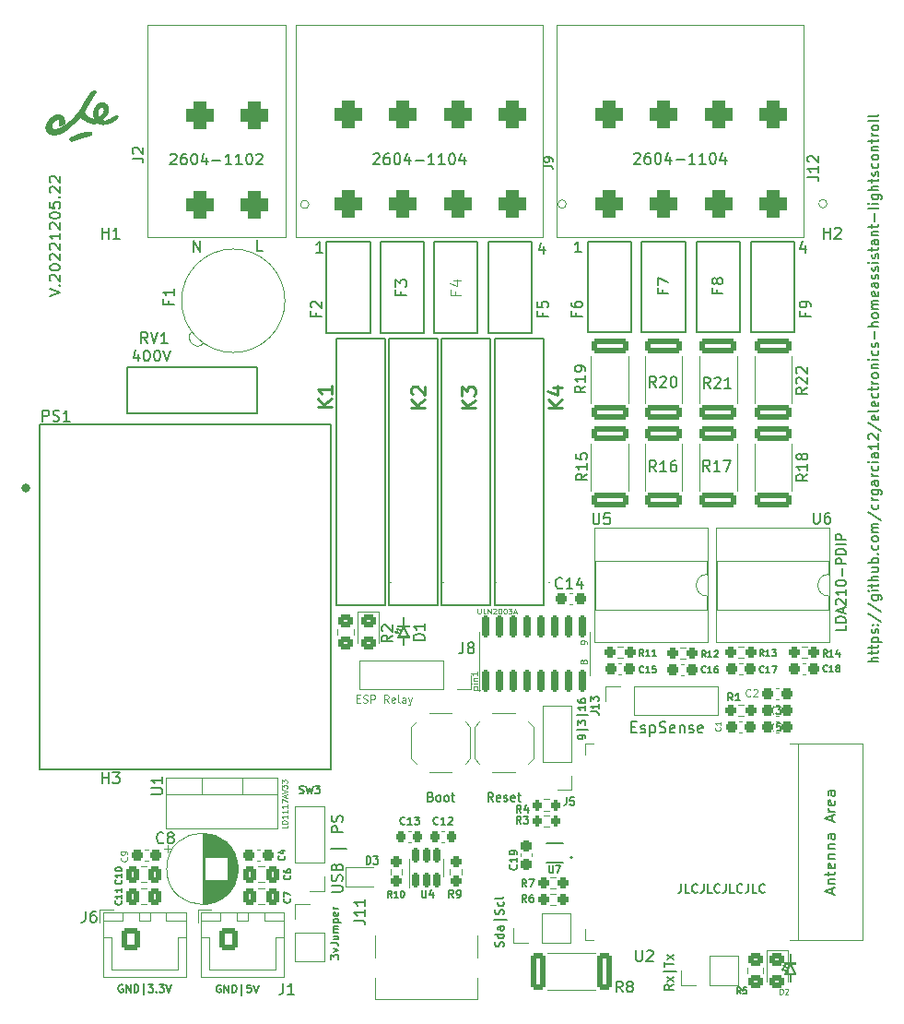
<source format=gto>
G04 #@! TF.GenerationSoftware,KiCad,Pcbnew,(6.0.9)*
G04 #@! TF.CreationDate,2022-12-05T17:44:46+01:00*
G04 #@! TF.ProjectId,hamodule,68616d6f-6475-46c6-952e-6b696361645f,V.20221205.22*
G04 #@! TF.SameCoordinates,Original*
G04 #@! TF.FileFunction,Legend,Top*
G04 #@! TF.FilePolarity,Positive*
%FSLAX46Y46*%
G04 Gerber Fmt 4.6, Leading zero omitted, Abs format (unit mm)*
G04 Created by KiCad (PCBNEW (6.0.9)) date 2022-12-05 17:44:46*
%MOMM*%
%LPD*%
G01*
G04 APERTURE LIST*
G04 Aperture macros list*
%AMRoundRect*
0 Rectangle with rounded corners*
0 $1 Rounding radius*
0 $2 $3 $4 $5 $6 $7 $8 $9 X,Y pos of 4 corners*
0 Add a 4 corners polygon primitive as box body*
4,1,4,$2,$3,$4,$5,$6,$7,$8,$9,$2,$3,0*
0 Add four circle primitives for the rounded corners*
1,1,$1+$1,$2,$3*
1,1,$1+$1,$4,$5*
1,1,$1+$1,$6,$7*
1,1,$1+$1,$8,$9*
0 Add four rect primitives between the rounded corners*
20,1,$1+$1,$2,$3,$4,$5,0*
20,1,$1+$1,$4,$5,$6,$7,0*
20,1,$1+$1,$6,$7,$8,$9,0*
20,1,$1+$1,$8,$9,$2,$3,0*%
G04 Aperture macros list end*
%ADD10C,0.150000*%
%ADD11C,0.125000*%
%ADD12C,0.200000*%
%ADD13C,0.254000*%
%ADD14C,0.100000*%
%ADD15C,0.120000*%
%ADD16C,0.010000*%
%ADD17C,0.127000*%
%ADD18C,0.400000*%
%ADD19C,0.160000*%
%ADD20R,2.000000X2.000000*%
%ADD21C,2.000000*%
%ADD22R,1.700000X1.700000*%
%ADD23O,1.700000X1.700000*%
%ADD24RoundRect,0.249999X-1.425001X0.450001X-1.425001X-0.450001X1.425001X-0.450001X1.425001X0.450001X0*%
%ADD25C,1.800000*%
%ADD26RoundRect,0.250000X-0.450000X0.325000X-0.450000X-0.325000X0.450000X-0.325000X0.450000X0.325000X0*%
%ADD27RoundRect,0.250000X-0.450000X0.350000X-0.450000X-0.350000X0.450000X-0.350000X0.450000X0.350000X0*%
%ADD28RoundRect,0.250000X-0.600000X-0.750000X0.600000X-0.750000X0.600000X0.750000X-0.600000X0.750000X0*%
%ADD29O,1.700000X2.000000*%
%ADD30RoundRect,0.237500X0.300000X0.237500X-0.300000X0.237500X-0.300000X-0.237500X0.300000X-0.237500X0*%
%ADD31RoundRect,0.250000X-0.337500X-0.475000X0.337500X-0.475000X0.337500X0.475000X-0.337500X0.475000X0*%
%ADD32R,1.650000X1.650000*%
%ADD33C,1.650000*%
%ADD34R,1.905000X2.000000*%
%ADD35O,1.905000X2.000000*%
%ADD36RoundRect,0.625000X0.625000X0.625000X-0.625000X0.625000X-0.625000X-0.625000X0.625000X-0.625000X0*%
%ADD37C,5.500000*%
%ADD38RoundRect,0.150000X0.150000X-0.825000X0.150000X0.825000X-0.150000X0.825000X-0.150000X-0.825000X0*%
%ADD39R,1.600000X2.400000*%
%ADD40O,1.600000X2.400000*%
%ADD41RoundRect,0.237500X-0.250000X-0.237500X0.250000X-0.237500X0.250000X0.237500X-0.250000X0.237500X0*%
%ADD42RoundRect,0.237500X-0.300000X-0.237500X0.300000X-0.237500X0.300000X0.237500X-0.300000X0.237500X0*%
%ADD43R,1.100000X1.800000*%
%ADD44RoundRect,0.237500X-0.237500X0.300000X-0.237500X-0.300000X0.237500X-0.300000X0.237500X0.300000X0*%
%ADD45RoundRect,0.237500X0.237500X-0.250000X0.237500X0.250000X-0.237500X0.250000X-0.237500X-0.250000X0*%
%ADD46RoundRect,0.225000X0.225000X0.250000X-0.225000X0.250000X-0.225000X-0.250000X0.225000X-0.250000X0*%
%ADD47RoundRect,0.200000X0.200000X0.275000X-0.200000X0.275000X-0.200000X-0.275000X0.200000X-0.275000X0*%
%ADD48R,0.900000X1.500000*%
%ADD49R,1.500000X0.900000*%
%ADD50R,1.000000X1.000000*%
%ADD51R,0.600000X0.450000*%
%ADD52RoundRect,0.250000X0.337500X0.475000X-0.337500X0.475000X-0.337500X-0.475000X0.337500X-0.475000X0*%
%ADD53C,0.650000*%
%ADD54R,0.600000X1.450000*%
%ADD55R,0.300000X1.450000*%
%ADD56O,1.000000X2.100000*%
%ADD57O,1.000000X1.600000*%
%ADD58RoundRect,0.249999X-0.450001X-1.425001X0.450001X-1.425001X0.450001X1.425001X-0.450001X1.425001X0*%
%ADD59R,0.820000X0.304800*%
%ADD60R,0.820000X0.308800*%
%ADD61RoundRect,0.150000X0.150000X-0.512500X0.150000X0.512500X-0.150000X0.512500X-0.150000X-0.512500X0*%
%ADD62RoundRect,0.225000X-0.225000X-0.250000X0.225000X-0.250000X0.225000X0.250000X-0.225000X0.250000X0*%
%ADD63R,1.600000X1.600000*%
%ADD64C,1.600000*%
%ADD65RoundRect,0.250000X0.450000X-0.350000X0.450000X0.350000X-0.450000X0.350000X-0.450000X-0.350000X0*%
G04 APERTURE END LIST*
D10*
X101779976Y-46534214D02*
X101779976Y-47200880D01*
X101541880Y-46153261D02*
X101303785Y-46867547D01*
X101922833Y-46867547D01*
X81195214Y-47170880D02*
X80623785Y-47170880D01*
X80909500Y-47170880D02*
X80909500Y-46170880D01*
X80814261Y-46313738D01*
X80719023Y-46408976D01*
X80623785Y-46456595D01*
X32345880Y-51227928D02*
X33345880Y-50894595D01*
X32345880Y-50561261D01*
X33250642Y-50227928D02*
X33298261Y-50180309D01*
X33345880Y-50227928D01*
X33298261Y-50275547D01*
X33250642Y-50227928D01*
X33345880Y-50227928D01*
X32441119Y-49799357D02*
X32393500Y-49751738D01*
X32345880Y-49656500D01*
X32345880Y-49418404D01*
X32393500Y-49323166D01*
X32441119Y-49275547D01*
X32536357Y-49227928D01*
X32631595Y-49227928D01*
X32774452Y-49275547D01*
X33345880Y-49846976D01*
X33345880Y-49227928D01*
X32345880Y-48608880D02*
X32345880Y-48513642D01*
X32393500Y-48418404D01*
X32441119Y-48370785D01*
X32536357Y-48323166D01*
X32726833Y-48275547D01*
X32964928Y-48275547D01*
X33155404Y-48323166D01*
X33250642Y-48370785D01*
X33298261Y-48418404D01*
X33345880Y-48513642D01*
X33345880Y-48608880D01*
X33298261Y-48704119D01*
X33250642Y-48751738D01*
X33155404Y-48799357D01*
X32964928Y-48846976D01*
X32726833Y-48846976D01*
X32536357Y-48799357D01*
X32441119Y-48751738D01*
X32393500Y-48704119D01*
X32345880Y-48608880D01*
X32441119Y-47894595D02*
X32393500Y-47846976D01*
X32345880Y-47751738D01*
X32345880Y-47513642D01*
X32393500Y-47418404D01*
X32441119Y-47370785D01*
X32536357Y-47323166D01*
X32631595Y-47323166D01*
X32774452Y-47370785D01*
X33345880Y-47942214D01*
X33345880Y-47323166D01*
X32441119Y-46942214D02*
X32393500Y-46894595D01*
X32345880Y-46799357D01*
X32345880Y-46561261D01*
X32393500Y-46466023D01*
X32441119Y-46418404D01*
X32536357Y-46370785D01*
X32631595Y-46370785D01*
X32774452Y-46418404D01*
X33345880Y-46989833D01*
X33345880Y-46370785D01*
X33345880Y-45418404D02*
X33345880Y-45989833D01*
X33345880Y-45704119D02*
X32345880Y-45704119D01*
X32488738Y-45799357D01*
X32583976Y-45894595D01*
X32631595Y-45989833D01*
X32441119Y-45037452D02*
X32393500Y-44989833D01*
X32345880Y-44894595D01*
X32345880Y-44656500D01*
X32393500Y-44561261D01*
X32441119Y-44513642D01*
X32536357Y-44466023D01*
X32631595Y-44466023D01*
X32774452Y-44513642D01*
X33345880Y-45085071D01*
X33345880Y-44466023D01*
X32345880Y-43846976D02*
X32345880Y-43751738D01*
X32393500Y-43656500D01*
X32441119Y-43608880D01*
X32536357Y-43561261D01*
X32726833Y-43513642D01*
X32964928Y-43513642D01*
X33155404Y-43561261D01*
X33250642Y-43608880D01*
X33298261Y-43656500D01*
X33345880Y-43751738D01*
X33345880Y-43846976D01*
X33298261Y-43942214D01*
X33250642Y-43989833D01*
X33155404Y-44037452D01*
X32964928Y-44085071D01*
X32726833Y-44085071D01*
X32536357Y-44037452D01*
X32441119Y-43989833D01*
X32393500Y-43942214D01*
X32345880Y-43846976D01*
X32345880Y-42608880D02*
X32345880Y-43085071D01*
X32822071Y-43132690D01*
X32774452Y-43085071D01*
X32726833Y-42989833D01*
X32726833Y-42751738D01*
X32774452Y-42656500D01*
X32822071Y-42608880D01*
X32917309Y-42561261D01*
X33155404Y-42561261D01*
X33250642Y-42608880D01*
X33298261Y-42656500D01*
X33345880Y-42751738D01*
X33345880Y-42989833D01*
X33298261Y-43085071D01*
X33250642Y-43132690D01*
X33250642Y-42132690D02*
X33298261Y-42085071D01*
X33345880Y-42132690D01*
X33298261Y-42180309D01*
X33250642Y-42132690D01*
X33345880Y-42132690D01*
X32441119Y-41704119D02*
X32393500Y-41656500D01*
X32345880Y-41561261D01*
X32345880Y-41323166D01*
X32393500Y-41227928D01*
X32441119Y-41180309D01*
X32536357Y-41132690D01*
X32631595Y-41132690D01*
X32774452Y-41180309D01*
X33345880Y-41751738D01*
X33345880Y-41132690D01*
X32441119Y-40751738D02*
X32393500Y-40704119D01*
X32345880Y-40608880D01*
X32345880Y-40370785D01*
X32393500Y-40275547D01*
X32441119Y-40227928D01*
X32536357Y-40180309D01*
X32631595Y-40180309D01*
X32774452Y-40227928D01*
X33345880Y-40799357D01*
X33345880Y-40180309D01*
X45595976Y-47157380D02*
X45595976Y-46157380D01*
X46167404Y-47157380D01*
X46167404Y-46157380D01*
X51911285Y-47020880D02*
X51435095Y-47020880D01*
X51435095Y-46020880D01*
D11*
X60583333Y-88150000D02*
X60816666Y-88150000D01*
X60916666Y-88516666D02*
X60583333Y-88516666D01*
X60583333Y-87816666D01*
X60916666Y-87816666D01*
X61183333Y-88483333D02*
X61283333Y-88516666D01*
X61450000Y-88516666D01*
X61516666Y-88483333D01*
X61550000Y-88450000D01*
X61583333Y-88383333D01*
X61583333Y-88316666D01*
X61550000Y-88250000D01*
X61516666Y-88216666D01*
X61450000Y-88183333D01*
X61316666Y-88150000D01*
X61250000Y-88116666D01*
X61216666Y-88083333D01*
X61183333Y-88016666D01*
X61183333Y-87950000D01*
X61216666Y-87883333D01*
X61250000Y-87850000D01*
X61316666Y-87816666D01*
X61483333Y-87816666D01*
X61583333Y-87850000D01*
X61883333Y-88516666D02*
X61883333Y-87816666D01*
X62150000Y-87816666D01*
X62216666Y-87850000D01*
X62250000Y-87883333D01*
X62283333Y-87950000D01*
X62283333Y-88050000D01*
X62250000Y-88116666D01*
X62216666Y-88150000D01*
X62150000Y-88183333D01*
X61883333Y-88183333D01*
X63516666Y-88516666D02*
X63283333Y-88183333D01*
X63116666Y-88516666D02*
X63116666Y-87816666D01*
X63383333Y-87816666D01*
X63450000Y-87850000D01*
X63483333Y-87883333D01*
X63516666Y-87950000D01*
X63516666Y-88050000D01*
X63483333Y-88116666D01*
X63450000Y-88150000D01*
X63383333Y-88183333D01*
X63116666Y-88183333D01*
X64083333Y-88483333D02*
X64016666Y-88516666D01*
X63883333Y-88516666D01*
X63816666Y-88483333D01*
X63783333Y-88416666D01*
X63783333Y-88150000D01*
X63816666Y-88083333D01*
X63883333Y-88050000D01*
X64016666Y-88050000D01*
X64083333Y-88083333D01*
X64116666Y-88150000D01*
X64116666Y-88216666D01*
X63783333Y-88283333D01*
X64516666Y-88516666D02*
X64450000Y-88483333D01*
X64416666Y-88416666D01*
X64416666Y-87816666D01*
X65083333Y-88516666D02*
X65083333Y-88150000D01*
X65050000Y-88083333D01*
X64983333Y-88050000D01*
X64850000Y-88050000D01*
X64783333Y-88083333D01*
X65083333Y-88483333D02*
X65016666Y-88516666D01*
X64850000Y-88516666D01*
X64783333Y-88483333D01*
X64750000Y-88416666D01*
X64750000Y-88350000D01*
X64783333Y-88283333D01*
X64850000Y-88250000D01*
X65016666Y-88250000D01*
X65083333Y-88216666D01*
X65350000Y-88050000D02*
X65516666Y-88516666D01*
X65683333Y-88050000D02*
X65516666Y-88516666D01*
X65450000Y-88683333D01*
X65416666Y-88716666D01*
X65350000Y-88750000D01*
D10*
X77787476Y-46648714D02*
X77787476Y-47315380D01*
X77549380Y-46267761D02*
X77311285Y-46982047D01*
X77930333Y-46982047D01*
X57435714Y-47188380D02*
X56864285Y-47188380D01*
X57150000Y-47188380D02*
X57150000Y-46188380D01*
X57054761Y-46331238D01*
X56959523Y-46426476D01*
X56864285Y-46474095D01*
D12*
X90404761Y-105161904D02*
X90404761Y-105733333D01*
X90366666Y-105847619D01*
X90290476Y-105923809D01*
X90176190Y-105961904D01*
X90100000Y-105961904D01*
X91166666Y-105961904D02*
X90785714Y-105961904D01*
X90785714Y-105161904D01*
X91890476Y-105885714D02*
X91852380Y-105923809D01*
X91738095Y-105961904D01*
X91661904Y-105961904D01*
X91547619Y-105923809D01*
X91471428Y-105847619D01*
X91433333Y-105771428D01*
X91395238Y-105619047D01*
X91395238Y-105504761D01*
X91433333Y-105352380D01*
X91471428Y-105276190D01*
X91547619Y-105200000D01*
X91661904Y-105161904D01*
X91738095Y-105161904D01*
X91852380Y-105200000D01*
X91890476Y-105238095D01*
X92461904Y-105161904D02*
X92461904Y-105733333D01*
X92423809Y-105847619D01*
X92347619Y-105923809D01*
X92233333Y-105961904D01*
X92157142Y-105961904D01*
X93223809Y-105961904D02*
X92842857Y-105961904D01*
X92842857Y-105161904D01*
X93947619Y-105885714D02*
X93909523Y-105923809D01*
X93795238Y-105961904D01*
X93719047Y-105961904D01*
X93604761Y-105923809D01*
X93528571Y-105847619D01*
X93490476Y-105771428D01*
X93452380Y-105619047D01*
X93452380Y-105504761D01*
X93490476Y-105352380D01*
X93528571Y-105276190D01*
X93604761Y-105200000D01*
X93719047Y-105161904D01*
X93795238Y-105161904D01*
X93909523Y-105200000D01*
X93947619Y-105238095D01*
X94519047Y-105161904D02*
X94519047Y-105733333D01*
X94480952Y-105847619D01*
X94404761Y-105923809D01*
X94290476Y-105961904D01*
X94214285Y-105961904D01*
X95280952Y-105961904D02*
X94900000Y-105961904D01*
X94900000Y-105161904D01*
X96004761Y-105885714D02*
X95966666Y-105923809D01*
X95852380Y-105961904D01*
X95776190Y-105961904D01*
X95661904Y-105923809D01*
X95585714Y-105847619D01*
X95547619Y-105771428D01*
X95509523Y-105619047D01*
X95509523Y-105504761D01*
X95547619Y-105352380D01*
X95585714Y-105276190D01*
X95661904Y-105200000D01*
X95776190Y-105161904D01*
X95852380Y-105161904D01*
X95966666Y-105200000D01*
X96004761Y-105238095D01*
X96576190Y-105161904D02*
X96576190Y-105733333D01*
X96538095Y-105847619D01*
X96461904Y-105923809D01*
X96347619Y-105961904D01*
X96271428Y-105961904D01*
X97338095Y-105961904D02*
X96957142Y-105961904D01*
X96957142Y-105161904D01*
X98061904Y-105885714D02*
X98023809Y-105923809D01*
X97909523Y-105961904D01*
X97833333Y-105961904D01*
X97719047Y-105923809D01*
X97642857Y-105847619D01*
X97604761Y-105771428D01*
X97566666Y-105619047D01*
X97566666Y-105504761D01*
X97604761Y-105352380D01*
X97642857Y-105276190D01*
X97719047Y-105200000D01*
X97833333Y-105161904D01*
X97909523Y-105161904D01*
X98023809Y-105200000D01*
X98061904Y-105238095D01*
D10*
X108507142Y-84761428D02*
X107607142Y-84761428D01*
X108507142Y-84375714D02*
X108035714Y-84375714D01*
X107950000Y-84418571D01*
X107907142Y-84504285D01*
X107907142Y-84632857D01*
X107950000Y-84718571D01*
X107992857Y-84761428D01*
X107907142Y-84075714D02*
X107907142Y-83732857D01*
X107607142Y-83947142D02*
X108378571Y-83947142D01*
X108464285Y-83904285D01*
X108507142Y-83818571D01*
X108507142Y-83732857D01*
X107907142Y-83561428D02*
X107907142Y-83218571D01*
X107607142Y-83432857D02*
X108378571Y-83432857D01*
X108464285Y-83390000D01*
X108507142Y-83304285D01*
X108507142Y-83218571D01*
X107907142Y-82918571D02*
X108807142Y-82918571D01*
X107950000Y-82918571D02*
X107907142Y-82832857D01*
X107907142Y-82661428D01*
X107950000Y-82575714D01*
X107992857Y-82532857D01*
X108078571Y-82490000D01*
X108335714Y-82490000D01*
X108421428Y-82532857D01*
X108464285Y-82575714D01*
X108507142Y-82661428D01*
X108507142Y-82832857D01*
X108464285Y-82918571D01*
X108464285Y-82147142D02*
X108507142Y-82061428D01*
X108507142Y-81890000D01*
X108464285Y-81804285D01*
X108378571Y-81761428D01*
X108335714Y-81761428D01*
X108250000Y-81804285D01*
X108207142Y-81890000D01*
X108207142Y-82018571D01*
X108164285Y-82104285D01*
X108078571Y-82147142D01*
X108035714Y-82147142D01*
X107950000Y-82104285D01*
X107907142Y-82018571D01*
X107907142Y-81890000D01*
X107950000Y-81804285D01*
X108421428Y-81375714D02*
X108464285Y-81332857D01*
X108507142Y-81375714D01*
X108464285Y-81418571D01*
X108421428Y-81375714D01*
X108507142Y-81375714D01*
X107950000Y-81375714D02*
X107992857Y-81332857D01*
X108035714Y-81375714D01*
X107992857Y-81418571D01*
X107950000Y-81375714D01*
X108035714Y-81375714D01*
X107564285Y-80304285D02*
X108721428Y-81075714D01*
X107564285Y-79361428D02*
X108721428Y-80132857D01*
X107907142Y-78675714D02*
X108635714Y-78675714D01*
X108721428Y-78718571D01*
X108764285Y-78761428D01*
X108807142Y-78847142D01*
X108807142Y-78975714D01*
X108764285Y-79061428D01*
X108464285Y-78675714D02*
X108507142Y-78761428D01*
X108507142Y-78932857D01*
X108464285Y-79018571D01*
X108421428Y-79061428D01*
X108335714Y-79104285D01*
X108078571Y-79104285D01*
X107992857Y-79061428D01*
X107950000Y-79018571D01*
X107907142Y-78932857D01*
X107907142Y-78761428D01*
X107950000Y-78675714D01*
X108507142Y-78247142D02*
X107907142Y-78247142D01*
X107607142Y-78247142D02*
X107650000Y-78290000D01*
X107692857Y-78247142D01*
X107650000Y-78204285D01*
X107607142Y-78247142D01*
X107692857Y-78247142D01*
X107907142Y-77947142D02*
X107907142Y-77604285D01*
X107607142Y-77818571D02*
X108378571Y-77818571D01*
X108464285Y-77775714D01*
X108507142Y-77690000D01*
X108507142Y-77604285D01*
X108507142Y-77304285D02*
X107607142Y-77304285D01*
X108507142Y-76918571D02*
X108035714Y-76918571D01*
X107950000Y-76961428D01*
X107907142Y-77047142D01*
X107907142Y-77175714D01*
X107950000Y-77261428D01*
X107992857Y-77304285D01*
X107907142Y-76104285D02*
X108507142Y-76104285D01*
X107907142Y-76490000D02*
X108378571Y-76490000D01*
X108464285Y-76447142D01*
X108507142Y-76361428D01*
X108507142Y-76232857D01*
X108464285Y-76147142D01*
X108421428Y-76104285D01*
X108507142Y-75675714D02*
X107607142Y-75675714D01*
X107950000Y-75675714D02*
X107907142Y-75590000D01*
X107907142Y-75418571D01*
X107950000Y-75332857D01*
X107992857Y-75290000D01*
X108078571Y-75247142D01*
X108335714Y-75247142D01*
X108421428Y-75290000D01*
X108464285Y-75332857D01*
X108507142Y-75418571D01*
X108507142Y-75590000D01*
X108464285Y-75675714D01*
X108421428Y-74861428D02*
X108464285Y-74818571D01*
X108507142Y-74861428D01*
X108464285Y-74904285D01*
X108421428Y-74861428D01*
X108507142Y-74861428D01*
X108464285Y-74047142D02*
X108507142Y-74132857D01*
X108507142Y-74304285D01*
X108464285Y-74390000D01*
X108421428Y-74432857D01*
X108335714Y-74475714D01*
X108078571Y-74475714D01*
X107992857Y-74432857D01*
X107950000Y-74390000D01*
X107907142Y-74304285D01*
X107907142Y-74132857D01*
X107950000Y-74047142D01*
X108507142Y-73532857D02*
X108464285Y-73618571D01*
X108421428Y-73661428D01*
X108335714Y-73704285D01*
X108078571Y-73704285D01*
X107992857Y-73661428D01*
X107950000Y-73618571D01*
X107907142Y-73532857D01*
X107907142Y-73404285D01*
X107950000Y-73318571D01*
X107992857Y-73275714D01*
X108078571Y-73232857D01*
X108335714Y-73232857D01*
X108421428Y-73275714D01*
X108464285Y-73318571D01*
X108507142Y-73404285D01*
X108507142Y-73532857D01*
X108507142Y-72847142D02*
X107907142Y-72847142D01*
X107992857Y-72847142D02*
X107950000Y-72804285D01*
X107907142Y-72718571D01*
X107907142Y-72590000D01*
X107950000Y-72504285D01*
X108035714Y-72461428D01*
X108507142Y-72461428D01*
X108035714Y-72461428D02*
X107950000Y-72418571D01*
X107907142Y-72332857D01*
X107907142Y-72204285D01*
X107950000Y-72118571D01*
X108035714Y-72075714D01*
X108507142Y-72075714D01*
X107564285Y-71004285D02*
X108721428Y-71775714D01*
X108464285Y-70318571D02*
X108507142Y-70404285D01*
X108507142Y-70575714D01*
X108464285Y-70661428D01*
X108421428Y-70704285D01*
X108335714Y-70747142D01*
X108078571Y-70747142D01*
X107992857Y-70704285D01*
X107950000Y-70661428D01*
X107907142Y-70575714D01*
X107907142Y-70404285D01*
X107950000Y-70318571D01*
X108507142Y-69932857D02*
X107907142Y-69932857D01*
X108078571Y-69932857D02*
X107992857Y-69890000D01*
X107950000Y-69847142D01*
X107907142Y-69761428D01*
X107907142Y-69675714D01*
X107907142Y-68990000D02*
X108635714Y-68990000D01*
X108721428Y-69032857D01*
X108764285Y-69075714D01*
X108807142Y-69161428D01*
X108807142Y-69290000D01*
X108764285Y-69375714D01*
X108464285Y-68990000D02*
X108507142Y-69075714D01*
X108507142Y-69247142D01*
X108464285Y-69332857D01*
X108421428Y-69375714D01*
X108335714Y-69418571D01*
X108078571Y-69418571D01*
X107992857Y-69375714D01*
X107950000Y-69332857D01*
X107907142Y-69247142D01*
X107907142Y-69075714D01*
X107950000Y-68990000D01*
X108507142Y-68175714D02*
X108035714Y-68175714D01*
X107950000Y-68218571D01*
X107907142Y-68304285D01*
X107907142Y-68475714D01*
X107950000Y-68561428D01*
X108464285Y-68175714D02*
X108507142Y-68261428D01*
X108507142Y-68475714D01*
X108464285Y-68561428D01*
X108378571Y-68604285D01*
X108292857Y-68604285D01*
X108207142Y-68561428D01*
X108164285Y-68475714D01*
X108164285Y-68261428D01*
X108121428Y-68175714D01*
X108507142Y-67747142D02*
X107907142Y-67747142D01*
X108078571Y-67747142D02*
X107992857Y-67704285D01*
X107950000Y-67661428D01*
X107907142Y-67575714D01*
X107907142Y-67490000D01*
X108464285Y-66804285D02*
X108507142Y-66890000D01*
X108507142Y-67061428D01*
X108464285Y-67147142D01*
X108421428Y-67190000D01*
X108335714Y-67232857D01*
X108078571Y-67232857D01*
X107992857Y-67190000D01*
X107950000Y-67147142D01*
X107907142Y-67061428D01*
X107907142Y-66890000D01*
X107950000Y-66804285D01*
X108507142Y-66418571D02*
X107907142Y-66418571D01*
X107607142Y-66418571D02*
X107650000Y-66461428D01*
X107692857Y-66418571D01*
X107650000Y-66375714D01*
X107607142Y-66418571D01*
X107692857Y-66418571D01*
X108507142Y-65604285D02*
X108035714Y-65604285D01*
X107950000Y-65647142D01*
X107907142Y-65732857D01*
X107907142Y-65904285D01*
X107950000Y-65990000D01*
X108464285Y-65604285D02*
X108507142Y-65690000D01*
X108507142Y-65904285D01*
X108464285Y-65990000D01*
X108378571Y-66032857D01*
X108292857Y-66032857D01*
X108207142Y-65990000D01*
X108164285Y-65904285D01*
X108164285Y-65690000D01*
X108121428Y-65604285D01*
X108507142Y-64704285D02*
X108507142Y-65218571D01*
X108507142Y-64961428D02*
X107607142Y-64961428D01*
X107735714Y-65047142D01*
X107821428Y-65132857D01*
X107864285Y-65218571D01*
X107692857Y-64361428D02*
X107650000Y-64318571D01*
X107607142Y-64232857D01*
X107607142Y-64018571D01*
X107650000Y-63932857D01*
X107692857Y-63890000D01*
X107778571Y-63847142D01*
X107864285Y-63847142D01*
X107992857Y-63890000D01*
X108507142Y-64404285D01*
X108507142Y-63847142D01*
X107564285Y-62818571D02*
X108721428Y-63590000D01*
X108464285Y-62175714D02*
X108507142Y-62261428D01*
X108507142Y-62432857D01*
X108464285Y-62518571D01*
X108378571Y-62561428D01*
X108035714Y-62561428D01*
X107950000Y-62518571D01*
X107907142Y-62432857D01*
X107907142Y-62261428D01*
X107950000Y-62175714D01*
X108035714Y-62132857D01*
X108121428Y-62132857D01*
X108207142Y-62561428D01*
X108507142Y-61618571D02*
X108464285Y-61704285D01*
X108378571Y-61747142D01*
X107607142Y-61747142D01*
X108464285Y-60932857D02*
X108507142Y-61018571D01*
X108507142Y-61190000D01*
X108464285Y-61275714D01*
X108378571Y-61318571D01*
X108035714Y-61318571D01*
X107950000Y-61275714D01*
X107907142Y-61190000D01*
X107907142Y-61018571D01*
X107950000Y-60932857D01*
X108035714Y-60890000D01*
X108121428Y-60890000D01*
X108207142Y-61318571D01*
X108464285Y-60118571D02*
X108507142Y-60204285D01*
X108507142Y-60375714D01*
X108464285Y-60461428D01*
X108421428Y-60504285D01*
X108335714Y-60547142D01*
X108078571Y-60547142D01*
X107992857Y-60504285D01*
X107950000Y-60461428D01*
X107907142Y-60375714D01*
X107907142Y-60204285D01*
X107950000Y-60118571D01*
X107907142Y-59861428D02*
X107907142Y-59518571D01*
X107607142Y-59732857D02*
X108378571Y-59732857D01*
X108464285Y-59690000D01*
X108507142Y-59604285D01*
X108507142Y-59518571D01*
X108507142Y-59218571D02*
X107907142Y-59218571D01*
X108078571Y-59218571D02*
X107992857Y-59175714D01*
X107950000Y-59132857D01*
X107907142Y-59047142D01*
X107907142Y-58961428D01*
X108507142Y-58532857D02*
X108464285Y-58618571D01*
X108421428Y-58661428D01*
X108335714Y-58704285D01*
X108078571Y-58704285D01*
X107992857Y-58661428D01*
X107950000Y-58618571D01*
X107907142Y-58532857D01*
X107907142Y-58404285D01*
X107950000Y-58318571D01*
X107992857Y-58275714D01*
X108078571Y-58232857D01*
X108335714Y-58232857D01*
X108421428Y-58275714D01*
X108464285Y-58318571D01*
X108507142Y-58404285D01*
X108507142Y-58532857D01*
X107907142Y-57847142D02*
X108507142Y-57847142D01*
X107992857Y-57847142D02*
X107950000Y-57804285D01*
X107907142Y-57718571D01*
X107907142Y-57590000D01*
X107950000Y-57504285D01*
X108035714Y-57461428D01*
X108507142Y-57461428D01*
X108507142Y-57032857D02*
X107907142Y-57032857D01*
X107607142Y-57032857D02*
X107650000Y-57075714D01*
X107692857Y-57032857D01*
X107650000Y-56990000D01*
X107607142Y-57032857D01*
X107692857Y-57032857D01*
X108464285Y-56218571D02*
X108507142Y-56304285D01*
X108507142Y-56475714D01*
X108464285Y-56561428D01*
X108421428Y-56604285D01*
X108335714Y-56647142D01*
X108078571Y-56647142D01*
X107992857Y-56604285D01*
X107950000Y-56561428D01*
X107907142Y-56475714D01*
X107907142Y-56304285D01*
X107950000Y-56218571D01*
X108464285Y-55875714D02*
X108507142Y-55790000D01*
X108507142Y-55618571D01*
X108464285Y-55532857D01*
X108378571Y-55490000D01*
X108335714Y-55490000D01*
X108250000Y-55532857D01*
X108207142Y-55618571D01*
X108207142Y-55747142D01*
X108164285Y-55832857D01*
X108078571Y-55875714D01*
X108035714Y-55875714D01*
X107950000Y-55832857D01*
X107907142Y-55747142D01*
X107907142Y-55618571D01*
X107950000Y-55532857D01*
X108164285Y-55104285D02*
X108164285Y-54418571D01*
X108507142Y-53990000D02*
X107607142Y-53990000D01*
X108507142Y-53604285D02*
X108035714Y-53604285D01*
X107950000Y-53647142D01*
X107907142Y-53732857D01*
X107907142Y-53861428D01*
X107950000Y-53947142D01*
X107992857Y-53990000D01*
X108507142Y-53047142D02*
X108464285Y-53132857D01*
X108421428Y-53175714D01*
X108335714Y-53218571D01*
X108078571Y-53218571D01*
X107992857Y-53175714D01*
X107950000Y-53132857D01*
X107907142Y-53047142D01*
X107907142Y-52918571D01*
X107950000Y-52832857D01*
X107992857Y-52790000D01*
X108078571Y-52747142D01*
X108335714Y-52747142D01*
X108421428Y-52790000D01*
X108464285Y-52832857D01*
X108507142Y-52918571D01*
X108507142Y-53047142D01*
X108507142Y-52361428D02*
X107907142Y-52361428D01*
X107992857Y-52361428D02*
X107950000Y-52318571D01*
X107907142Y-52232857D01*
X107907142Y-52104285D01*
X107950000Y-52018571D01*
X108035714Y-51975714D01*
X108507142Y-51975714D01*
X108035714Y-51975714D02*
X107950000Y-51932857D01*
X107907142Y-51847142D01*
X107907142Y-51718571D01*
X107950000Y-51632857D01*
X108035714Y-51590000D01*
X108507142Y-51590000D01*
X108464285Y-50818571D02*
X108507142Y-50904285D01*
X108507142Y-51075714D01*
X108464285Y-51161428D01*
X108378571Y-51204285D01*
X108035714Y-51204285D01*
X107950000Y-51161428D01*
X107907142Y-51075714D01*
X107907142Y-50904285D01*
X107950000Y-50818571D01*
X108035714Y-50775714D01*
X108121428Y-50775714D01*
X108207142Y-51204285D01*
X108507142Y-50004285D02*
X108035714Y-50004285D01*
X107950000Y-50047142D01*
X107907142Y-50132857D01*
X107907142Y-50304285D01*
X107950000Y-50390000D01*
X108464285Y-50004285D02*
X108507142Y-50090000D01*
X108507142Y-50304285D01*
X108464285Y-50390000D01*
X108378571Y-50432857D01*
X108292857Y-50432857D01*
X108207142Y-50390000D01*
X108164285Y-50304285D01*
X108164285Y-50090000D01*
X108121428Y-50004285D01*
X108464285Y-49618571D02*
X108507142Y-49532857D01*
X108507142Y-49361428D01*
X108464285Y-49275714D01*
X108378571Y-49232857D01*
X108335714Y-49232857D01*
X108250000Y-49275714D01*
X108207142Y-49361428D01*
X108207142Y-49490000D01*
X108164285Y-49575714D01*
X108078571Y-49618571D01*
X108035714Y-49618571D01*
X107950000Y-49575714D01*
X107907142Y-49490000D01*
X107907142Y-49361428D01*
X107950000Y-49275714D01*
X108464285Y-48890000D02*
X108507142Y-48804285D01*
X108507142Y-48632857D01*
X108464285Y-48547142D01*
X108378571Y-48504285D01*
X108335714Y-48504285D01*
X108250000Y-48547142D01*
X108207142Y-48632857D01*
X108207142Y-48761428D01*
X108164285Y-48847142D01*
X108078571Y-48890000D01*
X108035714Y-48890000D01*
X107950000Y-48847142D01*
X107907142Y-48761428D01*
X107907142Y-48632857D01*
X107950000Y-48547142D01*
X108507142Y-48118571D02*
X107907142Y-48118571D01*
X107607142Y-48118571D02*
X107650000Y-48161428D01*
X107692857Y-48118571D01*
X107650000Y-48075714D01*
X107607142Y-48118571D01*
X107692857Y-48118571D01*
X108464285Y-47732857D02*
X108507142Y-47647142D01*
X108507142Y-47475714D01*
X108464285Y-47390000D01*
X108378571Y-47347142D01*
X108335714Y-47347142D01*
X108250000Y-47390000D01*
X108207142Y-47475714D01*
X108207142Y-47604285D01*
X108164285Y-47690000D01*
X108078571Y-47732857D01*
X108035714Y-47732857D01*
X107950000Y-47690000D01*
X107907142Y-47604285D01*
X107907142Y-47475714D01*
X107950000Y-47390000D01*
X107907142Y-47090000D02*
X107907142Y-46747142D01*
X107607142Y-46961428D02*
X108378571Y-46961428D01*
X108464285Y-46918571D01*
X108507142Y-46832857D01*
X108507142Y-46747142D01*
X108507142Y-46061428D02*
X108035714Y-46061428D01*
X107950000Y-46104285D01*
X107907142Y-46190000D01*
X107907142Y-46361428D01*
X107950000Y-46447142D01*
X108464285Y-46061428D02*
X108507142Y-46147142D01*
X108507142Y-46361428D01*
X108464285Y-46447142D01*
X108378571Y-46490000D01*
X108292857Y-46490000D01*
X108207142Y-46447142D01*
X108164285Y-46361428D01*
X108164285Y-46147142D01*
X108121428Y-46061428D01*
X107907142Y-45632857D02*
X108507142Y-45632857D01*
X107992857Y-45632857D02*
X107950000Y-45590000D01*
X107907142Y-45504285D01*
X107907142Y-45375714D01*
X107950000Y-45290000D01*
X108035714Y-45247142D01*
X108507142Y-45247142D01*
X107907142Y-44947142D02*
X107907142Y-44604285D01*
X107607142Y-44818571D02*
X108378571Y-44818571D01*
X108464285Y-44775714D01*
X108507142Y-44690000D01*
X108507142Y-44604285D01*
X108164285Y-44304285D02*
X108164285Y-43618571D01*
X108507142Y-43061428D02*
X108464285Y-43147142D01*
X108378571Y-43190000D01*
X107607142Y-43190000D01*
X108507142Y-42718571D02*
X107907142Y-42718571D01*
X107607142Y-42718571D02*
X107650000Y-42761428D01*
X107692857Y-42718571D01*
X107650000Y-42675714D01*
X107607142Y-42718571D01*
X107692857Y-42718571D01*
X107907142Y-41904285D02*
X108635714Y-41904285D01*
X108721428Y-41947142D01*
X108764285Y-41990000D01*
X108807142Y-42075714D01*
X108807142Y-42204285D01*
X108764285Y-42290000D01*
X108464285Y-41904285D02*
X108507142Y-41990000D01*
X108507142Y-42161428D01*
X108464285Y-42247142D01*
X108421428Y-42290000D01*
X108335714Y-42332857D01*
X108078571Y-42332857D01*
X107992857Y-42290000D01*
X107950000Y-42247142D01*
X107907142Y-42161428D01*
X107907142Y-41990000D01*
X107950000Y-41904285D01*
X108507142Y-41475714D02*
X107607142Y-41475714D01*
X108507142Y-41090000D02*
X108035714Y-41090000D01*
X107950000Y-41132857D01*
X107907142Y-41218571D01*
X107907142Y-41347142D01*
X107950000Y-41432857D01*
X107992857Y-41475714D01*
X107907142Y-40790000D02*
X107907142Y-40447142D01*
X107607142Y-40661428D02*
X108378571Y-40661428D01*
X108464285Y-40618571D01*
X108507142Y-40532857D01*
X108507142Y-40447142D01*
X108464285Y-40190000D02*
X108507142Y-40104285D01*
X108507142Y-39932857D01*
X108464285Y-39847142D01*
X108378571Y-39804285D01*
X108335714Y-39804285D01*
X108250000Y-39847142D01*
X108207142Y-39932857D01*
X108207142Y-40061428D01*
X108164285Y-40147142D01*
X108078571Y-40190000D01*
X108035714Y-40190000D01*
X107950000Y-40147142D01*
X107907142Y-40061428D01*
X107907142Y-39932857D01*
X107950000Y-39847142D01*
X108464285Y-39032857D02*
X108507142Y-39118571D01*
X108507142Y-39290000D01*
X108464285Y-39375714D01*
X108421428Y-39418571D01*
X108335714Y-39461428D01*
X108078571Y-39461428D01*
X107992857Y-39418571D01*
X107950000Y-39375714D01*
X107907142Y-39290000D01*
X107907142Y-39118571D01*
X107950000Y-39032857D01*
X108507142Y-38518571D02*
X108464285Y-38604285D01*
X108421428Y-38647142D01*
X108335714Y-38690000D01*
X108078571Y-38690000D01*
X107992857Y-38647142D01*
X107950000Y-38604285D01*
X107907142Y-38518571D01*
X107907142Y-38390000D01*
X107950000Y-38304285D01*
X107992857Y-38261428D01*
X108078571Y-38218571D01*
X108335714Y-38218571D01*
X108421428Y-38261428D01*
X108464285Y-38304285D01*
X108507142Y-38390000D01*
X108507142Y-38518571D01*
X107907142Y-37832857D02*
X108507142Y-37832857D01*
X107992857Y-37832857D02*
X107950000Y-37790000D01*
X107907142Y-37704285D01*
X107907142Y-37575714D01*
X107950000Y-37490000D01*
X108035714Y-37447142D01*
X108507142Y-37447142D01*
X107907142Y-37147142D02*
X107907142Y-36804285D01*
X107607142Y-37018571D02*
X108378571Y-37018571D01*
X108464285Y-36975714D01*
X108507142Y-36890000D01*
X108507142Y-36804285D01*
X108507142Y-36504285D02*
X107907142Y-36504285D01*
X108078571Y-36504285D02*
X107992857Y-36461428D01*
X107950000Y-36418571D01*
X107907142Y-36332857D01*
X107907142Y-36247142D01*
X108507142Y-35818571D02*
X108464285Y-35904285D01*
X108421428Y-35947142D01*
X108335714Y-35990000D01*
X108078571Y-35990000D01*
X107992857Y-35947142D01*
X107950000Y-35904285D01*
X107907142Y-35818571D01*
X107907142Y-35690000D01*
X107950000Y-35604285D01*
X107992857Y-35561428D01*
X108078571Y-35518571D01*
X108335714Y-35518571D01*
X108421428Y-35561428D01*
X108464285Y-35604285D01*
X108507142Y-35690000D01*
X108507142Y-35818571D01*
X108507142Y-35004285D02*
X108464285Y-35090000D01*
X108378571Y-35132857D01*
X107607142Y-35132857D01*
X108507142Y-34532857D02*
X108464285Y-34618571D01*
X108378571Y-34661428D01*
X107607142Y-34661428D01*
D13*
X58283323Y-61363980D02*
X57013323Y-61363980D01*
X58283323Y-60638266D02*
X57557609Y-61182552D01*
X57013323Y-60638266D02*
X57739038Y-61363980D01*
X58283323Y-59428742D02*
X58283323Y-60154457D01*
X58283323Y-59791600D02*
X57013323Y-59791600D01*
X57194752Y-59912552D01*
X57315704Y-60033504D01*
X57376180Y-60154457D01*
D10*
X58216666Y-112050000D02*
X58216666Y-111616666D01*
X58483333Y-111850000D01*
X58483333Y-111750000D01*
X58516666Y-111683333D01*
X58550000Y-111650000D01*
X58616666Y-111616666D01*
X58783333Y-111616666D01*
X58850000Y-111650000D01*
X58883333Y-111683333D01*
X58916666Y-111750000D01*
X58916666Y-111950000D01*
X58883333Y-112016666D01*
X58850000Y-112050000D01*
X58450000Y-111383333D02*
X58916666Y-111216666D01*
X58450000Y-111050000D01*
X58216666Y-110583333D02*
X58716666Y-110583333D01*
X58816666Y-110616666D01*
X58883333Y-110683333D01*
X58916666Y-110783333D01*
X58916666Y-110850000D01*
X58450000Y-109950000D02*
X58916666Y-109950000D01*
X58450000Y-110250000D02*
X58816666Y-110250000D01*
X58883333Y-110216666D01*
X58916666Y-110150000D01*
X58916666Y-110050000D01*
X58883333Y-109983333D01*
X58850000Y-109950000D01*
X58916666Y-109616666D02*
X58450000Y-109616666D01*
X58516666Y-109616666D02*
X58483333Y-109583333D01*
X58450000Y-109516666D01*
X58450000Y-109416666D01*
X58483333Y-109350000D01*
X58550000Y-109316666D01*
X58916666Y-109316666D01*
X58550000Y-109316666D02*
X58483333Y-109283333D01*
X58450000Y-109216666D01*
X58450000Y-109116666D01*
X58483333Y-109050000D01*
X58550000Y-109016666D01*
X58916666Y-109016666D01*
X58450000Y-108683333D02*
X59150000Y-108683333D01*
X58483333Y-108683333D02*
X58450000Y-108616666D01*
X58450000Y-108483333D01*
X58483333Y-108416666D01*
X58516666Y-108383333D01*
X58583333Y-108350000D01*
X58783333Y-108350000D01*
X58850000Y-108383333D01*
X58883333Y-108416666D01*
X58916666Y-108483333D01*
X58916666Y-108616666D01*
X58883333Y-108683333D01*
X58883333Y-107783333D02*
X58916666Y-107850000D01*
X58916666Y-107983333D01*
X58883333Y-108050000D01*
X58816666Y-108083333D01*
X58550000Y-108083333D01*
X58483333Y-108050000D01*
X58450000Y-107983333D01*
X58450000Y-107850000D01*
X58483333Y-107783333D01*
X58550000Y-107750000D01*
X58616666Y-107750000D01*
X58683333Y-108083333D01*
X58916666Y-107450000D02*
X58450000Y-107450000D01*
X58583333Y-107450000D02*
X58516666Y-107416666D01*
X58483333Y-107383333D01*
X58450000Y-107316666D01*
X58450000Y-107250000D01*
X81616480Y-59461157D02*
X81140290Y-59794490D01*
X81616480Y-60032585D02*
X80616480Y-60032585D01*
X80616480Y-59651633D01*
X80664100Y-59556395D01*
X80711719Y-59508776D01*
X80806957Y-59461157D01*
X80949814Y-59461157D01*
X81045052Y-59508776D01*
X81092671Y-59556395D01*
X81140290Y-59651633D01*
X81140290Y-60032585D01*
X81616480Y-58508776D02*
X81616480Y-59080204D01*
X81616480Y-58794490D02*
X80616480Y-58794490D01*
X80759338Y-58889728D01*
X80854576Y-58984966D01*
X80902195Y-59080204D01*
X81616480Y-58032585D02*
X81616480Y-57842109D01*
X81568861Y-57746871D01*
X81521242Y-57699252D01*
X81378385Y-57604014D01*
X81187909Y-57556395D01*
X80806957Y-57556395D01*
X80711719Y-57604014D01*
X80664100Y-57651633D01*
X80616480Y-57746871D01*
X80616480Y-57937347D01*
X80664100Y-58032585D01*
X80711719Y-58080204D01*
X80806957Y-58127823D01*
X81045052Y-58127823D01*
X81140290Y-58080204D01*
X81187909Y-58032585D01*
X81235528Y-57937347D01*
X81235528Y-57746871D01*
X81187909Y-57651633D01*
X81140290Y-57604014D01*
X81045052Y-57556395D01*
X88076642Y-59570680D02*
X87743309Y-59094490D01*
X87505214Y-59570680D02*
X87505214Y-58570680D01*
X87886166Y-58570680D01*
X87981404Y-58618300D01*
X88029023Y-58665919D01*
X88076642Y-58761157D01*
X88076642Y-58904014D01*
X88029023Y-58999252D01*
X87981404Y-59046871D01*
X87886166Y-59094490D01*
X87505214Y-59094490D01*
X88457595Y-58665919D02*
X88505214Y-58618300D01*
X88600452Y-58570680D01*
X88838547Y-58570680D01*
X88933785Y-58618300D01*
X88981404Y-58665919D01*
X89029023Y-58761157D01*
X89029023Y-58856395D01*
X88981404Y-58999252D01*
X88409976Y-59570680D01*
X89029023Y-59570680D01*
X89648071Y-58570680D02*
X89743309Y-58570680D01*
X89838547Y-58618300D01*
X89886166Y-58665919D01*
X89933785Y-58761157D01*
X89981404Y-58951633D01*
X89981404Y-59189728D01*
X89933785Y-59380204D01*
X89886166Y-59475442D01*
X89838547Y-59523061D01*
X89743309Y-59570680D01*
X89648071Y-59570680D01*
X89552833Y-59523061D01*
X89505214Y-59475442D01*
X89457595Y-59380204D01*
X89409976Y-59189728D01*
X89409976Y-58951633D01*
X89457595Y-58761157D01*
X89505214Y-58665919D01*
X89552833Y-58618300D01*
X89648071Y-58570680D01*
X40523823Y-56502664D02*
X40523823Y-57169330D01*
X40285728Y-56121711D02*
X40047633Y-56835997D01*
X40666680Y-56835997D01*
X41238109Y-56169330D02*
X41333347Y-56169330D01*
X41428585Y-56216950D01*
X41476204Y-56264569D01*
X41523823Y-56359807D01*
X41571442Y-56550283D01*
X41571442Y-56788378D01*
X41523823Y-56978854D01*
X41476204Y-57074092D01*
X41428585Y-57121711D01*
X41333347Y-57169330D01*
X41238109Y-57169330D01*
X41142871Y-57121711D01*
X41095252Y-57074092D01*
X41047633Y-56978854D01*
X41000014Y-56788378D01*
X41000014Y-56550283D01*
X41047633Y-56359807D01*
X41095252Y-56264569D01*
X41142871Y-56216950D01*
X41238109Y-56169330D01*
X42190490Y-56169330D02*
X42285728Y-56169330D01*
X42380966Y-56216950D01*
X42428585Y-56264569D01*
X42476204Y-56359807D01*
X42523823Y-56550283D01*
X42523823Y-56788378D01*
X42476204Y-56978854D01*
X42428585Y-57074092D01*
X42380966Y-57121711D01*
X42285728Y-57169330D01*
X42190490Y-57169330D01*
X42095252Y-57121711D01*
X42047633Y-57074092D01*
X42000014Y-56978854D01*
X41952395Y-56788378D01*
X41952395Y-56550283D01*
X42000014Y-56359807D01*
X42047633Y-56264569D01*
X42095252Y-56216950D01*
X42190490Y-56169330D01*
X42809538Y-56169330D02*
X43142871Y-57169330D01*
X43476204Y-56169330D01*
X41373061Y-55518330D02*
X41039728Y-55042140D01*
X40801633Y-55518330D02*
X40801633Y-54518330D01*
X41182585Y-54518330D01*
X41277823Y-54565950D01*
X41325442Y-54613569D01*
X41373061Y-54708807D01*
X41373061Y-54851664D01*
X41325442Y-54946902D01*
X41277823Y-54994521D01*
X41182585Y-55042140D01*
X40801633Y-55042140D01*
X41658776Y-54518330D02*
X41992109Y-55518330D01*
X42325442Y-54518330D01*
X43182585Y-55518330D02*
X42611157Y-55518330D01*
X42896871Y-55518330D02*
X42896871Y-54518330D01*
X42801633Y-54661188D01*
X42706395Y-54756426D01*
X42611157Y-54804045D01*
X88086642Y-67304480D02*
X87753309Y-66828290D01*
X87515214Y-67304480D02*
X87515214Y-66304480D01*
X87896166Y-66304480D01*
X87991404Y-66352100D01*
X88039023Y-66399719D01*
X88086642Y-66494957D01*
X88086642Y-66637814D01*
X88039023Y-66733052D01*
X87991404Y-66780671D01*
X87896166Y-66828290D01*
X87515214Y-66828290D01*
X89039023Y-67304480D02*
X88467595Y-67304480D01*
X88753309Y-67304480D02*
X88753309Y-66304480D01*
X88658071Y-66447338D01*
X88562833Y-66542576D01*
X88467595Y-66590195D01*
X89896166Y-66304480D02*
X89705690Y-66304480D01*
X89610452Y-66352100D01*
X89562833Y-66399719D01*
X89467595Y-66542576D01*
X89419976Y-66733052D01*
X89419976Y-67114004D01*
X89467595Y-67209242D01*
X89515214Y-67256861D01*
X89610452Y-67304480D01*
X89800928Y-67304480D01*
X89896166Y-67256861D01*
X89943785Y-67209242D01*
X89991404Y-67114004D01*
X89991404Y-66875909D01*
X89943785Y-66780671D01*
X89896166Y-66733052D01*
X89800928Y-66685433D01*
X89610452Y-66685433D01*
X89515214Y-66733052D01*
X89467595Y-66780671D01*
X89419976Y-66875909D01*
X81736480Y-67514957D02*
X81260290Y-67848290D01*
X81736480Y-68086385D02*
X80736480Y-68086385D01*
X80736480Y-67705433D01*
X80784100Y-67610195D01*
X80831719Y-67562576D01*
X80926957Y-67514957D01*
X81069814Y-67514957D01*
X81165052Y-67562576D01*
X81212671Y-67610195D01*
X81260290Y-67705433D01*
X81260290Y-68086385D01*
X81736480Y-66562576D02*
X81736480Y-67134004D01*
X81736480Y-66848290D02*
X80736480Y-66848290D01*
X80879338Y-66943528D01*
X80974576Y-67038766D01*
X81022195Y-67134004D01*
X80736480Y-65657814D02*
X80736480Y-66134004D01*
X81212671Y-66181623D01*
X81165052Y-66134004D01*
X81117433Y-66038766D01*
X81117433Y-65800671D01*
X81165052Y-65705433D01*
X81212671Y-65657814D01*
X81307909Y-65610195D01*
X81546004Y-65610195D01*
X81641242Y-65657814D01*
X81688861Y-65705433D01*
X81736480Y-65800671D01*
X81736480Y-66038766D01*
X81688861Y-66134004D01*
X81641242Y-66181623D01*
X66810380Y-82780095D02*
X65810380Y-82780095D01*
X65810380Y-82542000D01*
X65858000Y-82399142D01*
X65953238Y-82303904D01*
X66048476Y-82256285D01*
X66238952Y-82208666D01*
X66381809Y-82208666D01*
X66572285Y-82256285D01*
X66667523Y-82303904D01*
X66762761Y-82399142D01*
X66810380Y-82542000D01*
X66810380Y-82780095D01*
X66810380Y-81256285D02*
X66810380Y-81827714D01*
X66810380Y-81542000D02*
X65810380Y-81542000D01*
X65953238Y-81637238D01*
X66048476Y-81732476D01*
X66096095Y-81827714D01*
X63889380Y-82335666D02*
X63413190Y-82669000D01*
X63889380Y-82907095D02*
X62889380Y-82907095D01*
X62889380Y-82526142D01*
X62937000Y-82430904D01*
X62984619Y-82383285D01*
X63079857Y-82335666D01*
X63222714Y-82335666D01*
X63317952Y-82383285D01*
X63365571Y-82430904D01*
X63413190Y-82526142D01*
X63413190Y-82907095D01*
X62984619Y-81954714D02*
X62937000Y-81907095D01*
X62889380Y-81811857D01*
X62889380Y-81573761D01*
X62937000Y-81478523D01*
X62984619Y-81430904D01*
X63079857Y-81383285D01*
X63175095Y-81383285D01*
X63317952Y-81430904D01*
X63889380Y-82002333D01*
X63889380Y-81383285D01*
X53832666Y-114260380D02*
X53832666Y-114974666D01*
X53785047Y-115117523D01*
X53689809Y-115212761D01*
X53546952Y-115260380D01*
X53451714Y-115260380D01*
X54832666Y-115260380D02*
X54261238Y-115260380D01*
X54546952Y-115260380D02*
X54546952Y-114260380D01*
X54451714Y-114403238D01*
X54356476Y-114498476D01*
X54261238Y-114546095D01*
X48094000Y-114441000D02*
X48027333Y-114407666D01*
X47927333Y-114407666D01*
X47827333Y-114441000D01*
X47760666Y-114507666D01*
X47727333Y-114574333D01*
X47694000Y-114707666D01*
X47694000Y-114807666D01*
X47727333Y-114941000D01*
X47760666Y-115007666D01*
X47827333Y-115074333D01*
X47927333Y-115107666D01*
X47994000Y-115107666D01*
X48094000Y-115074333D01*
X48127333Y-115041000D01*
X48127333Y-114807666D01*
X47994000Y-114807666D01*
X48427333Y-115107666D02*
X48427333Y-114407666D01*
X48827333Y-115107666D01*
X48827333Y-114407666D01*
X49160666Y-115107666D02*
X49160666Y-114407666D01*
X49327333Y-114407666D01*
X49427333Y-114441000D01*
X49494000Y-114507666D01*
X49527333Y-114574333D01*
X49560666Y-114707666D01*
X49560666Y-114807666D01*
X49527333Y-114941000D01*
X49494000Y-115007666D01*
X49427333Y-115074333D01*
X49327333Y-115107666D01*
X49160666Y-115107666D01*
X50027333Y-115341000D02*
X50027333Y-114341000D01*
X50860666Y-114407666D02*
X50527333Y-114407666D01*
X50494000Y-114741000D01*
X50527333Y-114707666D01*
X50594000Y-114674333D01*
X50760666Y-114674333D01*
X50827333Y-114707666D01*
X50860666Y-114741000D01*
X50894000Y-114807666D01*
X50894000Y-114974333D01*
X50860666Y-115041000D01*
X50827333Y-115074333D01*
X50760666Y-115107666D01*
X50594000Y-115107666D01*
X50527333Y-115074333D01*
X50494000Y-115041000D01*
X51094000Y-114407666D02*
X51327333Y-115107666D01*
X51560666Y-114407666D01*
D14*
X39457285Y-102716000D02*
X39485857Y-102744571D01*
X39514428Y-102830285D01*
X39514428Y-102887428D01*
X39485857Y-102973142D01*
X39428714Y-103030285D01*
X39371571Y-103058857D01*
X39257285Y-103087428D01*
X39171571Y-103087428D01*
X39057285Y-103058857D01*
X39000142Y-103030285D01*
X38943000Y-102973142D01*
X38914428Y-102887428D01*
X38914428Y-102830285D01*
X38943000Y-102744571D01*
X38971571Y-102716000D01*
X39514428Y-102430285D02*
X39514428Y-102316000D01*
X39485857Y-102258857D01*
X39457285Y-102230285D01*
X39371571Y-102173142D01*
X39257285Y-102144571D01*
X39028714Y-102144571D01*
X38971571Y-102173142D01*
X38943000Y-102201714D01*
X38914428Y-102258857D01*
X38914428Y-102373142D01*
X38943000Y-102430285D01*
X38971571Y-102458857D01*
X39028714Y-102487428D01*
X39171571Y-102487428D01*
X39228714Y-102458857D01*
X39257285Y-102430285D01*
X39285857Y-102373142D01*
X39285857Y-102258857D01*
X39257285Y-102201714D01*
X39228714Y-102173142D01*
X39171571Y-102144571D01*
D10*
X54443285Y-106526000D02*
X54471857Y-106554571D01*
X54500428Y-106640285D01*
X54500428Y-106697428D01*
X54471857Y-106783142D01*
X54414714Y-106840285D01*
X54357571Y-106868857D01*
X54243285Y-106897428D01*
X54157571Y-106897428D01*
X54043285Y-106868857D01*
X53986142Y-106840285D01*
X53929000Y-106783142D01*
X53900428Y-106697428D01*
X53900428Y-106640285D01*
X53929000Y-106554571D01*
X53957571Y-106526000D01*
X53900428Y-106326000D02*
X53900428Y-105926000D01*
X54500428Y-106183142D01*
X79467642Y-77954142D02*
X79420023Y-78001761D01*
X79277166Y-78049380D01*
X79181928Y-78049380D01*
X79039071Y-78001761D01*
X78943833Y-77906523D01*
X78896214Y-77811285D01*
X78848595Y-77620809D01*
X78848595Y-77477952D01*
X78896214Y-77287476D01*
X78943833Y-77192238D01*
X79039071Y-77097000D01*
X79181928Y-77049380D01*
X79277166Y-77049380D01*
X79420023Y-77097000D01*
X79467642Y-77144619D01*
X80420023Y-78049380D02*
X79848595Y-78049380D01*
X80134309Y-78049380D02*
X80134309Y-77049380D01*
X80039071Y-77192238D01*
X79943833Y-77287476D01*
X79848595Y-77335095D01*
X81277166Y-77382714D02*
X81277166Y-78049380D01*
X81039071Y-77001761D02*
X80800976Y-77716047D01*
X81420023Y-77716047D01*
X31742714Y-62682380D02*
X31742714Y-61682380D01*
X32123666Y-61682380D01*
X32218904Y-61730000D01*
X32266523Y-61777619D01*
X32314142Y-61872857D01*
X32314142Y-62015714D01*
X32266523Y-62110952D01*
X32218904Y-62158571D01*
X32123666Y-62206190D01*
X31742714Y-62206190D01*
X32695095Y-62634761D02*
X32837952Y-62682380D01*
X33076047Y-62682380D01*
X33171285Y-62634761D01*
X33218904Y-62587142D01*
X33266523Y-62491904D01*
X33266523Y-62396666D01*
X33218904Y-62301428D01*
X33171285Y-62253809D01*
X33076047Y-62206190D01*
X32885571Y-62158571D01*
X32790333Y-62110952D01*
X32742714Y-62063333D01*
X32695095Y-61968095D01*
X32695095Y-61872857D01*
X32742714Y-61777619D01*
X32790333Y-61730000D01*
X32885571Y-61682380D01*
X33123666Y-61682380D01*
X33266523Y-61730000D01*
X34218904Y-62682380D02*
X33647476Y-62682380D01*
X33933190Y-62682380D02*
X33933190Y-61682380D01*
X33837952Y-61825238D01*
X33742714Y-61920476D01*
X33647476Y-61968095D01*
X41731180Y-96900904D02*
X42540704Y-96900904D01*
X42635942Y-96853285D01*
X42683561Y-96805666D01*
X42731180Y-96710428D01*
X42731180Y-96519952D01*
X42683561Y-96424714D01*
X42635942Y-96377095D01*
X42540704Y-96329476D01*
X41731180Y-96329476D01*
X42731180Y-95329476D02*
X42731180Y-95900904D01*
X42731180Y-95615190D02*
X41731180Y-95615190D01*
X41874038Y-95710428D01*
X41969276Y-95805666D01*
X42016895Y-95900904D01*
D11*
X54188990Y-99767780D02*
X54188990Y-100005876D01*
X53688990Y-100005876D01*
X54188990Y-99601114D02*
X53688990Y-99601114D01*
X53688990Y-99482066D01*
X53712800Y-99410638D01*
X53760419Y-99363019D01*
X53808038Y-99339209D01*
X53903276Y-99315400D01*
X53974704Y-99315400D01*
X54069942Y-99339209D01*
X54117561Y-99363019D01*
X54165180Y-99410638D01*
X54188990Y-99482066D01*
X54188990Y-99601114D01*
X54188990Y-98839209D02*
X54188990Y-99124923D01*
X54188990Y-98982066D02*
X53688990Y-98982066D01*
X53760419Y-99029685D01*
X53808038Y-99077304D01*
X53831847Y-99124923D01*
X54188990Y-98363019D02*
X54188990Y-98648733D01*
X54188990Y-98505876D02*
X53688990Y-98505876D01*
X53760419Y-98553495D01*
X53808038Y-98601114D01*
X53831847Y-98648733D01*
X54188990Y-97886828D02*
X54188990Y-98172542D01*
X54188990Y-98029685D02*
X53688990Y-98029685D01*
X53760419Y-98077304D01*
X53808038Y-98124923D01*
X53831847Y-98172542D01*
X53688990Y-97720161D02*
X53688990Y-97386828D01*
X54188990Y-97601114D01*
X54046133Y-97220161D02*
X54046133Y-96982066D01*
X54188990Y-97267780D02*
X53688990Y-97101114D01*
X54188990Y-96934447D01*
X53688990Y-96839209D02*
X54188990Y-96672542D01*
X53688990Y-96505876D01*
X53688990Y-96386828D02*
X53688990Y-96077304D01*
X53879466Y-96243971D01*
X53879466Y-96172542D01*
X53903276Y-96124923D01*
X53927085Y-96101114D01*
X53974704Y-96077304D01*
X54093752Y-96077304D01*
X54141371Y-96101114D01*
X54165180Y-96124923D01*
X54188990Y-96172542D01*
X54188990Y-96315400D01*
X54165180Y-96363019D01*
X54141371Y-96386828D01*
X53688990Y-95910638D02*
X53688990Y-95601114D01*
X53879466Y-95767780D01*
X53879466Y-95696352D01*
X53903276Y-95648733D01*
X53927085Y-95624923D01*
X53974704Y-95601114D01*
X54093752Y-95601114D01*
X54141371Y-95624923D01*
X54165180Y-95648733D01*
X54188990Y-95696352D01*
X54188990Y-95839209D01*
X54165180Y-95886828D01*
X54141371Y-95910638D01*
D10*
X77793904Y-39255666D02*
X78365333Y-39255666D01*
X78479619Y-39293761D01*
X78555809Y-39369952D01*
X78593904Y-39484238D01*
X78593904Y-39560428D01*
X78593904Y-38836619D02*
X78593904Y-38684238D01*
X78555809Y-38608047D01*
X78517714Y-38569952D01*
X78403428Y-38493761D01*
X78251047Y-38455666D01*
X77946285Y-38455666D01*
X77870095Y-38493761D01*
X77832000Y-38531857D01*
X77793904Y-38608047D01*
X77793904Y-38760428D01*
X77832000Y-38836619D01*
X77870095Y-38874714D01*
X77946285Y-38912809D01*
X78136761Y-38912809D01*
X78212952Y-38874714D01*
X78251047Y-38836619D01*
X78289142Y-38760428D01*
X78289142Y-38608047D01*
X78251047Y-38531857D01*
X78212952Y-38493761D01*
X78136761Y-38455666D01*
X62111406Y-38206120D02*
X62159025Y-38158501D01*
X62254263Y-38110881D01*
X62492359Y-38110881D01*
X62587597Y-38158501D01*
X62635216Y-38206120D01*
X62682835Y-38301358D01*
X62682835Y-38396596D01*
X62635216Y-38539453D01*
X62063787Y-39110881D01*
X62682835Y-39110881D01*
X63539978Y-38110881D02*
X63349501Y-38110881D01*
X63254263Y-38158501D01*
X63206644Y-38206120D01*
X63111406Y-38348977D01*
X63063787Y-38539453D01*
X63063787Y-38920405D01*
X63111406Y-39015643D01*
X63159025Y-39063262D01*
X63254263Y-39110881D01*
X63444740Y-39110881D01*
X63539978Y-39063262D01*
X63587597Y-39015643D01*
X63635216Y-38920405D01*
X63635216Y-38682310D01*
X63587597Y-38587072D01*
X63539978Y-38539453D01*
X63444740Y-38491834D01*
X63254263Y-38491834D01*
X63159025Y-38539453D01*
X63111406Y-38587072D01*
X63063787Y-38682310D01*
X64254263Y-38110881D02*
X64349501Y-38110881D01*
X64444740Y-38158501D01*
X64492359Y-38206120D01*
X64539978Y-38301358D01*
X64587597Y-38491834D01*
X64587597Y-38729929D01*
X64539978Y-38920405D01*
X64492359Y-39015643D01*
X64444740Y-39063262D01*
X64349501Y-39110881D01*
X64254263Y-39110881D01*
X64159025Y-39063262D01*
X64111406Y-39015643D01*
X64063787Y-38920405D01*
X64016168Y-38729929D01*
X64016168Y-38491834D01*
X64063787Y-38301358D01*
X64111406Y-38206120D01*
X64159025Y-38158501D01*
X64254263Y-38110881D01*
X65444740Y-38444215D02*
X65444740Y-39110881D01*
X65206644Y-38063262D02*
X64968549Y-38777548D01*
X65587597Y-38777548D01*
X65968549Y-38729929D02*
X66730454Y-38729929D01*
X67730454Y-39110881D02*
X67159025Y-39110881D01*
X67444740Y-39110881D02*
X67444740Y-38110881D01*
X67349502Y-38253739D01*
X67254263Y-38348977D01*
X67159025Y-38396596D01*
X68682835Y-39110881D02*
X68111406Y-39110881D01*
X68397121Y-39110881D02*
X68397121Y-38110881D01*
X68301882Y-38253739D01*
X68206644Y-38348977D01*
X68111406Y-38396596D01*
X69301882Y-38110881D02*
X69397121Y-38110881D01*
X69492359Y-38158501D01*
X69539978Y-38206120D01*
X69587597Y-38301358D01*
X69635216Y-38491834D01*
X69635216Y-38729929D01*
X69587597Y-38920405D01*
X69539978Y-39015643D01*
X69492359Y-39063262D01*
X69397121Y-39110881D01*
X69301882Y-39110881D01*
X69206644Y-39063262D01*
X69159025Y-39015643D01*
X69111406Y-38920405D01*
X69063787Y-38729929D01*
X69063787Y-38491834D01*
X69111406Y-38301358D01*
X69159025Y-38206120D01*
X69206644Y-38158501D01*
X69301882Y-38110881D01*
X70492359Y-38444215D02*
X70492359Y-39110881D01*
X70254263Y-38063262D02*
X70016168Y-38777548D01*
X70635216Y-38777548D01*
X74849500Y-42210880D02*
X74849500Y-42448976D01*
X74611404Y-42353738D02*
X74849500Y-42448976D01*
X75087595Y-42353738D01*
X74706642Y-42639452D02*
X74849500Y-42448976D01*
X74992357Y-42639452D01*
X39965380Y-38560333D02*
X40679666Y-38560333D01*
X40822523Y-38607952D01*
X40917761Y-38703190D01*
X40965380Y-38846047D01*
X40965380Y-38941285D01*
X40060619Y-38131761D02*
X40013000Y-38084142D01*
X39965380Y-37988904D01*
X39965380Y-37750809D01*
X40013000Y-37655571D01*
X40060619Y-37607952D01*
X40155857Y-37560333D01*
X40251095Y-37560333D01*
X40393952Y-37607952D01*
X40965380Y-38179380D01*
X40965380Y-37560333D01*
X43465006Y-38229719D02*
X43512625Y-38182100D01*
X43607863Y-38134480D01*
X43845959Y-38134480D01*
X43941197Y-38182100D01*
X43988816Y-38229719D01*
X44036435Y-38324957D01*
X44036435Y-38420195D01*
X43988816Y-38563052D01*
X43417387Y-39134480D01*
X44036435Y-39134480D01*
X44893578Y-38134480D02*
X44703101Y-38134480D01*
X44607863Y-38182100D01*
X44560244Y-38229719D01*
X44465006Y-38372576D01*
X44417387Y-38563052D01*
X44417387Y-38944004D01*
X44465006Y-39039242D01*
X44512625Y-39086861D01*
X44607863Y-39134480D01*
X44798340Y-39134480D01*
X44893578Y-39086861D01*
X44941197Y-39039242D01*
X44988816Y-38944004D01*
X44988816Y-38705909D01*
X44941197Y-38610671D01*
X44893578Y-38563052D01*
X44798340Y-38515433D01*
X44607863Y-38515433D01*
X44512625Y-38563052D01*
X44465006Y-38610671D01*
X44417387Y-38705909D01*
X45607863Y-38134480D02*
X45703101Y-38134480D01*
X45798340Y-38182100D01*
X45845959Y-38229719D01*
X45893578Y-38324957D01*
X45941197Y-38515433D01*
X45941197Y-38753528D01*
X45893578Y-38944004D01*
X45845959Y-39039242D01*
X45798340Y-39086861D01*
X45703101Y-39134480D01*
X45607863Y-39134480D01*
X45512625Y-39086861D01*
X45465006Y-39039242D01*
X45417387Y-38944004D01*
X45369768Y-38753528D01*
X45369768Y-38515433D01*
X45417387Y-38324957D01*
X45465006Y-38229719D01*
X45512625Y-38182100D01*
X45607863Y-38134480D01*
X46798340Y-38467814D02*
X46798340Y-39134480D01*
X46560244Y-38086861D02*
X46322149Y-38801147D01*
X46941197Y-38801147D01*
X47322149Y-38753528D02*
X48084054Y-38753528D01*
X49084054Y-39134480D02*
X48512625Y-39134480D01*
X48798340Y-39134480D02*
X48798340Y-38134480D01*
X48703101Y-38277338D01*
X48607863Y-38372576D01*
X48512625Y-38420195D01*
X50036435Y-39134480D02*
X49465006Y-39134480D01*
X49750721Y-39134480D02*
X49750721Y-38134480D01*
X49655482Y-38277338D01*
X49560244Y-38372576D01*
X49465006Y-38420195D01*
X50655482Y-38134480D02*
X50750721Y-38134480D01*
X50845959Y-38182100D01*
X50893578Y-38229719D01*
X50941197Y-38324957D01*
X50988816Y-38515433D01*
X50988816Y-38753528D01*
X50941197Y-38944004D01*
X50893578Y-39039242D01*
X50845959Y-39086861D01*
X50750721Y-39134480D01*
X50655482Y-39134480D01*
X50560244Y-39086861D01*
X50512625Y-39039242D01*
X50465006Y-38944004D01*
X50417387Y-38753528D01*
X50417387Y-38515433D01*
X50465006Y-38324957D01*
X50512625Y-38229719D01*
X50560244Y-38182100D01*
X50655482Y-38134480D01*
X51369768Y-38229719D02*
X51417387Y-38182100D01*
X51512625Y-38134480D01*
X51750721Y-38134480D01*
X51845959Y-38182100D01*
X51893578Y-38229719D01*
X51941197Y-38324957D01*
X51941197Y-38420195D01*
X51893578Y-38563052D01*
X51322149Y-39134480D01*
X51941197Y-39134480D01*
X51203100Y-42234479D02*
X51203100Y-42472575D01*
X50965004Y-42377337D02*
X51203100Y-42472575D01*
X51441195Y-42377337D01*
X51060242Y-42663051D02*
X51203100Y-42472575D01*
X51345957Y-42663051D01*
X102011880Y-40258023D02*
X102726166Y-40258023D01*
X102869023Y-40305642D01*
X102964261Y-40400880D01*
X103011880Y-40543738D01*
X103011880Y-40638976D01*
X103011880Y-39258023D02*
X103011880Y-39829452D01*
X103011880Y-39543738D02*
X102011880Y-39543738D01*
X102154738Y-39638976D01*
X102249976Y-39734214D01*
X102297595Y-39829452D01*
X102107119Y-38877071D02*
X102059500Y-38829452D01*
X102011880Y-38734214D01*
X102011880Y-38496119D01*
X102059500Y-38400880D01*
X102107119Y-38353261D01*
X102202357Y-38305642D01*
X102297595Y-38305642D01*
X102440452Y-38353261D01*
X103011880Y-38924690D01*
X103011880Y-38305642D01*
X86071406Y-38166119D02*
X86119025Y-38118500D01*
X86214263Y-38070880D01*
X86452359Y-38070880D01*
X86547597Y-38118500D01*
X86595216Y-38166119D01*
X86642835Y-38261357D01*
X86642835Y-38356595D01*
X86595216Y-38499452D01*
X86023787Y-39070880D01*
X86642835Y-39070880D01*
X87499978Y-38070880D02*
X87309502Y-38070880D01*
X87214263Y-38118500D01*
X87166644Y-38166119D01*
X87071406Y-38308976D01*
X87023787Y-38499452D01*
X87023787Y-38880404D01*
X87071406Y-38975642D01*
X87119025Y-39023261D01*
X87214263Y-39070880D01*
X87404740Y-39070880D01*
X87499978Y-39023261D01*
X87547597Y-38975642D01*
X87595216Y-38880404D01*
X87595216Y-38642309D01*
X87547597Y-38547071D01*
X87499978Y-38499452D01*
X87404740Y-38451833D01*
X87214263Y-38451833D01*
X87119025Y-38499452D01*
X87071406Y-38547071D01*
X87023787Y-38642309D01*
X88214263Y-38070880D02*
X88309502Y-38070880D01*
X88404740Y-38118500D01*
X88452359Y-38166119D01*
X88499978Y-38261357D01*
X88547597Y-38451833D01*
X88547597Y-38689928D01*
X88499978Y-38880404D01*
X88452359Y-38975642D01*
X88404740Y-39023261D01*
X88309502Y-39070880D01*
X88214263Y-39070880D01*
X88119025Y-39023261D01*
X88071406Y-38975642D01*
X88023787Y-38880404D01*
X87976168Y-38689928D01*
X87976168Y-38451833D01*
X88023787Y-38261357D01*
X88071406Y-38166119D01*
X88119025Y-38118500D01*
X88214263Y-38070880D01*
X89404740Y-38404214D02*
X89404740Y-39070880D01*
X89166644Y-38023261D02*
X88928549Y-38737547D01*
X89547597Y-38737547D01*
X89928549Y-38689928D02*
X90690454Y-38689928D01*
X91690454Y-39070880D02*
X91119025Y-39070880D01*
X91404740Y-39070880D02*
X91404740Y-38070880D01*
X91309502Y-38213738D01*
X91214263Y-38308976D01*
X91119025Y-38356595D01*
X92642835Y-39070880D02*
X92071406Y-39070880D01*
X92357121Y-39070880D02*
X92357121Y-38070880D01*
X92261882Y-38213738D01*
X92166644Y-38308976D01*
X92071406Y-38356595D01*
X93261882Y-38070880D02*
X93357121Y-38070880D01*
X93452359Y-38118500D01*
X93499978Y-38166119D01*
X93547597Y-38261357D01*
X93595216Y-38451833D01*
X93595216Y-38689928D01*
X93547597Y-38880404D01*
X93499978Y-38975642D01*
X93452359Y-39023261D01*
X93357121Y-39070880D01*
X93261882Y-39070880D01*
X93166644Y-39023261D01*
X93119025Y-38975642D01*
X93071406Y-38880404D01*
X93023787Y-38689928D01*
X93023787Y-38451833D01*
X93071406Y-38261357D01*
X93119025Y-38166119D01*
X93166644Y-38118500D01*
X93261882Y-38070880D01*
X94452359Y-38404214D02*
X94452359Y-39070880D01*
X94214263Y-38023261D02*
X93976168Y-38737547D01*
X94595216Y-38737547D01*
X98809500Y-42170879D02*
X98809500Y-42408975D01*
X98571404Y-42313737D02*
X98809500Y-42408975D01*
X99047595Y-42313737D01*
X98666642Y-42599451D02*
X98809500Y-42408975D01*
X98952357Y-42599451D01*
X43278071Y-51591833D02*
X43278071Y-51925166D01*
X43801880Y-51925166D02*
X42801880Y-51925166D01*
X42801880Y-51448976D01*
X43801880Y-50544214D02*
X43801880Y-51115642D01*
X43801880Y-50829928D02*
X42801880Y-50829928D01*
X42944738Y-50925166D01*
X43039976Y-51020404D01*
X43087595Y-51115642D01*
X103505595Y-45914880D02*
X103505595Y-44914880D01*
X103505595Y-45391071D02*
X104077023Y-45391071D01*
X104077023Y-45914880D02*
X104077023Y-44914880D01*
X104505595Y-45010119D02*
X104553214Y-44962500D01*
X104648452Y-44914880D01*
X104886547Y-44914880D01*
X104981785Y-44962500D01*
X105029404Y-45010119D01*
X105077023Y-45105357D01*
X105077023Y-45200595D01*
X105029404Y-45343452D01*
X104457976Y-45914880D01*
X105077023Y-45914880D01*
X37211095Y-45918380D02*
X37211095Y-44918380D01*
X37211095Y-45394571D02*
X37782523Y-45394571D01*
X37782523Y-45918380D02*
X37782523Y-44918380D01*
X38782523Y-45918380D02*
X38211095Y-45918380D01*
X38496809Y-45918380D02*
X38496809Y-44918380D01*
X38401571Y-45061238D01*
X38306333Y-45156476D01*
X38211095Y-45204095D01*
D11*
X71696190Y-79863190D02*
X71696190Y-80267952D01*
X71720000Y-80315571D01*
X71743809Y-80339380D01*
X71791428Y-80363190D01*
X71886666Y-80363190D01*
X71934285Y-80339380D01*
X71958095Y-80315571D01*
X71981904Y-80267952D01*
X71981904Y-79863190D01*
X72458095Y-80363190D02*
X72220000Y-80363190D01*
X72220000Y-79863190D01*
X72624761Y-80363190D02*
X72624761Y-79863190D01*
X72910476Y-80363190D01*
X72910476Y-79863190D01*
X73124761Y-79910809D02*
X73148571Y-79887000D01*
X73196190Y-79863190D01*
X73315238Y-79863190D01*
X73362857Y-79887000D01*
X73386666Y-79910809D01*
X73410476Y-79958428D01*
X73410476Y-80006047D01*
X73386666Y-80077476D01*
X73100952Y-80363190D01*
X73410476Y-80363190D01*
X73720000Y-79863190D02*
X73767619Y-79863190D01*
X73815238Y-79887000D01*
X73839047Y-79910809D01*
X73862857Y-79958428D01*
X73886666Y-80053666D01*
X73886666Y-80172714D01*
X73862857Y-80267952D01*
X73839047Y-80315571D01*
X73815238Y-80339380D01*
X73767619Y-80363190D01*
X73720000Y-80363190D01*
X73672380Y-80339380D01*
X73648571Y-80315571D01*
X73624761Y-80267952D01*
X73600952Y-80172714D01*
X73600952Y-80053666D01*
X73624761Y-79958428D01*
X73648571Y-79910809D01*
X73672380Y-79887000D01*
X73720000Y-79863190D01*
X74196190Y-79863190D02*
X74243809Y-79863190D01*
X74291428Y-79887000D01*
X74315238Y-79910809D01*
X74339047Y-79958428D01*
X74362857Y-80053666D01*
X74362857Y-80172714D01*
X74339047Y-80267952D01*
X74315238Y-80315571D01*
X74291428Y-80339380D01*
X74243809Y-80363190D01*
X74196190Y-80363190D01*
X74148571Y-80339380D01*
X74124761Y-80315571D01*
X74100952Y-80267952D01*
X74077142Y-80172714D01*
X74077142Y-80053666D01*
X74100952Y-79958428D01*
X74124761Y-79910809D01*
X74148571Y-79887000D01*
X74196190Y-79863190D01*
X74529523Y-79863190D02*
X74839047Y-79863190D01*
X74672380Y-80053666D01*
X74743809Y-80053666D01*
X74791428Y-80077476D01*
X74815238Y-80101285D01*
X74839047Y-80148904D01*
X74839047Y-80267952D01*
X74815238Y-80315571D01*
X74791428Y-80339380D01*
X74743809Y-80363190D01*
X74600952Y-80363190D01*
X74553333Y-80339380D01*
X74529523Y-80315571D01*
X75029523Y-80220333D02*
X75267619Y-80220333D01*
X74981904Y-80363190D02*
X75148571Y-79863190D01*
X75315238Y-80363190D01*
D14*
X71309428Y-87315571D02*
X71909428Y-87315571D01*
X71338000Y-87315571D02*
X71309428Y-87258428D01*
X71309428Y-87144142D01*
X71338000Y-87087000D01*
X71366571Y-87058428D01*
X71423714Y-87029857D01*
X71595142Y-87029857D01*
X71652285Y-87058428D01*
X71680857Y-87087000D01*
X71709428Y-87144142D01*
X71709428Y-87258428D01*
X71680857Y-87315571D01*
X71709428Y-86772714D02*
X71309428Y-86772714D01*
X71109428Y-86772714D02*
X71138000Y-86801285D01*
X71166571Y-86772714D01*
X71138000Y-86744142D01*
X71109428Y-86772714D01*
X71166571Y-86772714D01*
X71309428Y-86487000D02*
X71709428Y-86487000D01*
X71366571Y-86487000D02*
X71338000Y-86458428D01*
X71309428Y-86401285D01*
X71309428Y-86315571D01*
X71338000Y-86258428D01*
X71395142Y-86229857D01*
X71709428Y-86229857D01*
X71709428Y-85629857D02*
X71709428Y-85972714D01*
X71709428Y-85801285D02*
X71109428Y-85801285D01*
X71195142Y-85858428D01*
X71252285Y-85915571D01*
X71280857Y-85972714D01*
X81742428Y-83107285D02*
X81742428Y-82993000D01*
X81713857Y-82935857D01*
X81685285Y-82907285D01*
X81599571Y-82850142D01*
X81485285Y-82821571D01*
X81256714Y-82821571D01*
X81199571Y-82850142D01*
X81171000Y-82878714D01*
X81142428Y-82935857D01*
X81142428Y-83050142D01*
X81171000Y-83107285D01*
X81199571Y-83135857D01*
X81256714Y-83164428D01*
X81399571Y-83164428D01*
X81456714Y-83135857D01*
X81485285Y-83107285D01*
X81513857Y-83050142D01*
X81513857Y-82935857D01*
X81485285Y-82878714D01*
X81456714Y-82850142D01*
X81399571Y-82821571D01*
X81399571Y-84828142D02*
X81371000Y-84885285D01*
X81342428Y-84913857D01*
X81285285Y-84942428D01*
X81256714Y-84942428D01*
X81199571Y-84913857D01*
X81171000Y-84885285D01*
X81142428Y-84828142D01*
X81142428Y-84713857D01*
X81171000Y-84656714D01*
X81199571Y-84628142D01*
X81256714Y-84599571D01*
X81285285Y-84599571D01*
X81342428Y-84628142D01*
X81371000Y-84656714D01*
X81399571Y-84713857D01*
X81399571Y-84828142D01*
X81428142Y-84885285D01*
X81456714Y-84913857D01*
X81513857Y-84942428D01*
X81628142Y-84942428D01*
X81685285Y-84913857D01*
X81713857Y-84885285D01*
X81742428Y-84828142D01*
X81742428Y-84713857D01*
X81713857Y-84656714D01*
X81685285Y-84628142D01*
X81628142Y-84599571D01*
X81513857Y-84599571D01*
X81456714Y-84628142D01*
X81428142Y-84656714D01*
X81399571Y-84713857D01*
D10*
X102002080Y-67559157D02*
X101525890Y-67892490D01*
X102002080Y-68130585D02*
X101002080Y-68130585D01*
X101002080Y-67749633D01*
X101049700Y-67654395D01*
X101097319Y-67606776D01*
X101192557Y-67559157D01*
X101335414Y-67559157D01*
X101430652Y-67606776D01*
X101478271Y-67654395D01*
X101525890Y-67749633D01*
X101525890Y-68130585D01*
X102002080Y-66606776D02*
X102002080Y-67178204D01*
X102002080Y-66892490D02*
X101002080Y-66892490D01*
X101144938Y-66987728D01*
X101240176Y-67082966D01*
X101287795Y-67178204D01*
X101430652Y-66035347D02*
X101383033Y-66130585D01*
X101335414Y-66178204D01*
X101240176Y-66225823D01*
X101192557Y-66225823D01*
X101097319Y-66178204D01*
X101049700Y-66130585D01*
X101002080Y-66035347D01*
X101002080Y-65844871D01*
X101049700Y-65749633D01*
X101097319Y-65702014D01*
X101192557Y-65654395D01*
X101240176Y-65654395D01*
X101335414Y-65702014D01*
X101383033Y-65749633D01*
X101430652Y-65844871D01*
X101430652Y-66035347D01*
X101478271Y-66130585D01*
X101525890Y-66178204D01*
X101621128Y-66225823D01*
X101811604Y-66225823D01*
X101906842Y-66178204D01*
X101954461Y-66130585D01*
X102002080Y-66035347D01*
X102002080Y-65844871D01*
X101954461Y-65749633D01*
X101906842Y-65702014D01*
X101811604Y-65654395D01*
X101621128Y-65654395D01*
X101525890Y-65702014D01*
X101478271Y-65749633D01*
X101430652Y-65844871D01*
X93056642Y-59651480D02*
X92723309Y-59175290D01*
X92485214Y-59651480D02*
X92485214Y-58651480D01*
X92866166Y-58651480D01*
X92961404Y-58699100D01*
X93009023Y-58746719D01*
X93056642Y-58841957D01*
X93056642Y-58984814D01*
X93009023Y-59080052D01*
X92961404Y-59127671D01*
X92866166Y-59175290D01*
X92485214Y-59175290D01*
X93437595Y-58746719D02*
X93485214Y-58699100D01*
X93580452Y-58651480D01*
X93818547Y-58651480D01*
X93913785Y-58699100D01*
X93961404Y-58746719D01*
X94009023Y-58841957D01*
X94009023Y-58937195D01*
X93961404Y-59080052D01*
X93389976Y-59651480D01*
X94009023Y-59651480D01*
X94961404Y-59651480D02*
X94389976Y-59651480D01*
X94675690Y-59651480D02*
X94675690Y-58651480D01*
X94580452Y-58794338D01*
X94485214Y-58889576D01*
X94389976Y-58937195D01*
X101951880Y-59615957D02*
X101475690Y-59949290D01*
X101951880Y-60187385D02*
X100951880Y-60187385D01*
X100951880Y-59806433D01*
X100999500Y-59711195D01*
X101047119Y-59663576D01*
X101142357Y-59615957D01*
X101285214Y-59615957D01*
X101380452Y-59663576D01*
X101428071Y-59711195D01*
X101475690Y-59806433D01*
X101475690Y-60187385D01*
X101047119Y-59235004D02*
X100999500Y-59187385D01*
X100951880Y-59092147D01*
X100951880Y-58854052D01*
X100999500Y-58758814D01*
X101047119Y-58711195D01*
X101142357Y-58663576D01*
X101237595Y-58663576D01*
X101380452Y-58711195D01*
X101951880Y-59282623D01*
X101951880Y-58663576D01*
X101047119Y-58282623D02*
X100999500Y-58235004D01*
X100951880Y-58139766D01*
X100951880Y-57901671D01*
X100999500Y-57806433D01*
X101047119Y-57758814D01*
X101142357Y-57711195D01*
X101237595Y-57711195D01*
X101380452Y-57758814D01*
X101951880Y-58330242D01*
X101951880Y-57711195D01*
X82306769Y-71130100D02*
X82306769Y-71939624D01*
X82354388Y-72034862D01*
X82402007Y-72082481D01*
X82497245Y-72130100D01*
X82687721Y-72130100D01*
X82782959Y-72082481D01*
X82830578Y-72034862D01*
X82878197Y-71939624D01*
X82878197Y-71130100D01*
X83830578Y-71130100D02*
X83354388Y-71130100D01*
X83306769Y-71606291D01*
X83354388Y-71558672D01*
X83449626Y-71511053D01*
X83687721Y-71511053D01*
X83782959Y-71558672D01*
X83830578Y-71606291D01*
X83878197Y-71701529D01*
X83878197Y-71939624D01*
X83830578Y-72034862D01*
X83782959Y-72082481D01*
X83687721Y-72130100D01*
X83449626Y-72130100D01*
X83354388Y-72082481D01*
X83306769Y-72034862D01*
X105500142Y-81434285D02*
X105500142Y-81862857D01*
X104600142Y-81862857D01*
X105500142Y-81134285D02*
X104600142Y-81134285D01*
X104600142Y-80920000D01*
X104643000Y-80791428D01*
X104728714Y-80705714D01*
X104814428Y-80662857D01*
X104985857Y-80620000D01*
X105114428Y-80620000D01*
X105285857Y-80662857D01*
X105371571Y-80705714D01*
X105457285Y-80791428D01*
X105500142Y-80920000D01*
X105500142Y-81134285D01*
X105243000Y-80277142D02*
X105243000Y-79848571D01*
X105500142Y-80362857D02*
X104600142Y-80062857D01*
X105500142Y-79762857D01*
X104685857Y-79505714D02*
X104643000Y-79462857D01*
X104600142Y-79377142D01*
X104600142Y-79162857D01*
X104643000Y-79077142D01*
X104685857Y-79034285D01*
X104771571Y-78991428D01*
X104857285Y-78991428D01*
X104985857Y-79034285D01*
X105500142Y-79548571D01*
X105500142Y-78991428D01*
X105500142Y-78134285D02*
X105500142Y-78648571D01*
X105500142Y-78391428D02*
X104600142Y-78391428D01*
X104728714Y-78477142D01*
X104814428Y-78562857D01*
X104857285Y-78648571D01*
X104600142Y-77577142D02*
X104600142Y-77491428D01*
X104643000Y-77405714D01*
X104685857Y-77362857D01*
X104771571Y-77320000D01*
X104943000Y-77277142D01*
X105157285Y-77277142D01*
X105328714Y-77320000D01*
X105414428Y-77362857D01*
X105457285Y-77405714D01*
X105500142Y-77491428D01*
X105500142Y-77577142D01*
X105457285Y-77662857D01*
X105414428Y-77705714D01*
X105328714Y-77748571D01*
X105157285Y-77791428D01*
X104943000Y-77791428D01*
X104771571Y-77748571D01*
X104685857Y-77705714D01*
X104643000Y-77662857D01*
X104600142Y-77577142D01*
X105157285Y-76891428D02*
X105157285Y-76205714D01*
X105500142Y-75777142D02*
X104600142Y-75777142D01*
X104600142Y-75434285D01*
X104643000Y-75348571D01*
X104685857Y-75305714D01*
X104771571Y-75262857D01*
X104900142Y-75262857D01*
X104985857Y-75305714D01*
X105028714Y-75348571D01*
X105071571Y-75434285D01*
X105071571Y-75777142D01*
X105500142Y-74877142D02*
X104600142Y-74877142D01*
X104600142Y-74662857D01*
X104643000Y-74534285D01*
X104728714Y-74448571D01*
X104814428Y-74405714D01*
X104985857Y-74362857D01*
X105114428Y-74362857D01*
X105285857Y-74405714D01*
X105371571Y-74448571D01*
X105457285Y-74534285D01*
X105500142Y-74662857D01*
X105500142Y-74877142D01*
X105500142Y-73977142D02*
X104600142Y-73977142D01*
X105500142Y-73548571D02*
X104600142Y-73548571D01*
X104600142Y-73205714D01*
X104643000Y-73120000D01*
X104685857Y-73077142D01*
X104771571Y-73034285D01*
X104900142Y-73034285D01*
X104985857Y-73077142D01*
X105028714Y-73120000D01*
X105071571Y-73205714D01*
X105071571Y-73548571D01*
X102553095Y-71080380D02*
X102553095Y-71889904D01*
X102600714Y-71985142D01*
X102648333Y-72032761D01*
X102743571Y-72080380D01*
X102934047Y-72080380D01*
X103029285Y-72032761D01*
X103076904Y-71985142D01*
X103124523Y-71889904D01*
X103124523Y-71080380D01*
X104029285Y-71080380D02*
X103838809Y-71080380D01*
X103743571Y-71128000D01*
X103695952Y-71175619D01*
X103600714Y-71318476D01*
X103553095Y-71508952D01*
X103553095Y-71889904D01*
X103600714Y-71985142D01*
X103648333Y-72032761D01*
X103743571Y-72080380D01*
X103934047Y-72080380D01*
X104029285Y-72032761D01*
X104076904Y-71985142D01*
X104124523Y-71889904D01*
X104124523Y-71651809D01*
X104076904Y-71556571D01*
X104029285Y-71508952D01*
X103934047Y-71461333D01*
X103743571Y-71461333D01*
X103648333Y-71508952D01*
X103600714Y-71556571D01*
X103553095Y-71651809D01*
X93016642Y-67255280D02*
X92683309Y-66779090D01*
X92445214Y-67255280D02*
X92445214Y-66255280D01*
X92826166Y-66255280D01*
X92921404Y-66302900D01*
X92969023Y-66350519D01*
X93016642Y-66445757D01*
X93016642Y-66588614D01*
X92969023Y-66683852D01*
X92921404Y-66731471D01*
X92826166Y-66779090D01*
X92445214Y-66779090D01*
X93969023Y-67255280D02*
X93397595Y-67255280D01*
X93683309Y-67255280D02*
X93683309Y-66255280D01*
X93588071Y-66398138D01*
X93492833Y-66493376D01*
X93397595Y-66540995D01*
X94302357Y-66255280D02*
X94969023Y-66255280D01*
X94540452Y-67255280D01*
X95133333Y-88327666D02*
X94900000Y-87994333D01*
X94733333Y-88327666D02*
X94733333Y-87627666D01*
X95000000Y-87627666D01*
X95066666Y-87661000D01*
X95100000Y-87694333D01*
X95133333Y-87761000D01*
X95133333Y-87861000D01*
X95100000Y-87927666D01*
X95066666Y-87961000D01*
X95000000Y-87994333D01*
X94733333Y-87994333D01*
X95800000Y-88327666D02*
X95400000Y-88327666D01*
X95600000Y-88327666D02*
X95600000Y-87627666D01*
X95533333Y-87727666D01*
X95466666Y-87794333D01*
X95400000Y-87827666D01*
D11*
X96763333Y-87890000D02*
X96730000Y-87923333D01*
X96630000Y-87956666D01*
X96563333Y-87956666D01*
X96463333Y-87923333D01*
X96396666Y-87856666D01*
X96363333Y-87790000D01*
X96330000Y-87656666D01*
X96330000Y-87556666D01*
X96363333Y-87423333D01*
X96396666Y-87356666D01*
X96463333Y-87290000D01*
X96563333Y-87256666D01*
X96630000Y-87256666D01*
X96730000Y-87290000D01*
X96763333Y-87323333D01*
X97030000Y-87323333D02*
X97063333Y-87290000D01*
X97130000Y-87256666D01*
X97296666Y-87256666D01*
X97363333Y-87290000D01*
X97396666Y-87323333D01*
X97430000Y-87390000D01*
X97430000Y-87456666D01*
X97396666Y-87556666D01*
X96996666Y-87956666D01*
X97430000Y-87956666D01*
X93968571Y-90761333D02*
X93992380Y-90785142D01*
X94016190Y-90856571D01*
X94016190Y-90904190D01*
X93992380Y-90975619D01*
X93944761Y-91023238D01*
X93897142Y-91047047D01*
X93801904Y-91070857D01*
X93730476Y-91070857D01*
X93635238Y-91047047D01*
X93587619Y-91023238D01*
X93540000Y-90975619D01*
X93516190Y-90904190D01*
X93516190Y-90856571D01*
X93540000Y-90785142D01*
X93563809Y-90761333D01*
X94016190Y-90285142D02*
X94016190Y-90570857D01*
X94016190Y-90428000D02*
X93516190Y-90428000D01*
X93587619Y-90475619D01*
X93635238Y-90523238D01*
X93659047Y-90570857D01*
D10*
X35671666Y-107656380D02*
X35671666Y-108370666D01*
X35624047Y-108513523D01*
X35528809Y-108608761D01*
X35385952Y-108656380D01*
X35290714Y-108656380D01*
X36576428Y-107656380D02*
X36385952Y-107656380D01*
X36290714Y-107704000D01*
X36243095Y-107751619D01*
X36147857Y-107894476D01*
X36100238Y-108084952D01*
X36100238Y-108465904D01*
X36147857Y-108561142D01*
X36195476Y-108608761D01*
X36290714Y-108656380D01*
X36481190Y-108656380D01*
X36576428Y-108608761D01*
X36624047Y-108561142D01*
X36671666Y-108465904D01*
X36671666Y-108227809D01*
X36624047Y-108132571D01*
X36576428Y-108084952D01*
X36481190Y-108037333D01*
X36290714Y-108037333D01*
X36195476Y-108084952D01*
X36147857Y-108132571D01*
X36100238Y-108227809D01*
X39085000Y-114419400D02*
X39018333Y-114386066D01*
X38918333Y-114386066D01*
X38818333Y-114419400D01*
X38751666Y-114486066D01*
X38718333Y-114552733D01*
X38685000Y-114686066D01*
X38685000Y-114786066D01*
X38718333Y-114919400D01*
X38751666Y-114986066D01*
X38818333Y-115052733D01*
X38918333Y-115086066D01*
X38985000Y-115086066D01*
X39085000Y-115052733D01*
X39118333Y-115019400D01*
X39118333Y-114786066D01*
X38985000Y-114786066D01*
X39418333Y-115086066D02*
X39418333Y-114386066D01*
X39818333Y-115086066D01*
X39818333Y-114386066D01*
X40151666Y-115086066D02*
X40151666Y-114386066D01*
X40318333Y-114386066D01*
X40418333Y-114419400D01*
X40485000Y-114486066D01*
X40518333Y-114552733D01*
X40551666Y-114686066D01*
X40551666Y-114786066D01*
X40518333Y-114919400D01*
X40485000Y-114986066D01*
X40418333Y-115052733D01*
X40318333Y-115086066D01*
X40151666Y-115086066D01*
X41018333Y-115319400D02*
X41018333Y-114319400D01*
X41451666Y-114386066D02*
X41885000Y-114386066D01*
X41651666Y-114652733D01*
X41751666Y-114652733D01*
X41818333Y-114686066D01*
X41851666Y-114719400D01*
X41885000Y-114786066D01*
X41885000Y-114952733D01*
X41851666Y-115019400D01*
X41818333Y-115052733D01*
X41751666Y-115086066D01*
X41551666Y-115086066D01*
X41485000Y-115052733D01*
X41451666Y-115019400D01*
X42185000Y-115019400D02*
X42218333Y-115052733D01*
X42185000Y-115086066D01*
X42151666Y-115052733D01*
X42185000Y-115019400D01*
X42185000Y-115086066D01*
X42451666Y-114386066D02*
X42885000Y-114386066D01*
X42651666Y-114652733D01*
X42751666Y-114652733D01*
X42818333Y-114686066D01*
X42851666Y-114719400D01*
X42885000Y-114786066D01*
X42885000Y-114952733D01*
X42851666Y-115019400D01*
X42818333Y-115052733D01*
X42751666Y-115086066D01*
X42551666Y-115086066D01*
X42485000Y-115052733D01*
X42451666Y-115019400D01*
X43085000Y-114386066D02*
X43318333Y-115086066D01*
X43551666Y-114386066D01*
X73114523Y-97563904D02*
X72847857Y-97182952D01*
X72657380Y-97563904D02*
X72657380Y-96763904D01*
X72962142Y-96763904D01*
X73038333Y-96802000D01*
X73076428Y-96840095D01*
X73114523Y-96916285D01*
X73114523Y-97030571D01*
X73076428Y-97106761D01*
X73038333Y-97144857D01*
X72962142Y-97182952D01*
X72657380Y-97182952D01*
X73762142Y-97525809D02*
X73685952Y-97563904D01*
X73533571Y-97563904D01*
X73457380Y-97525809D01*
X73419285Y-97449619D01*
X73419285Y-97144857D01*
X73457380Y-97068666D01*
X73533571Y-97030571D01*
X73685952Y-97030571D01*
X73762142Y-97068666D01*
X73800238Y-97144857D01*
X73800238Y-97221047D01*
X73419285Y-97297238D01*
X74105000Y-97525809D02*
X74181190Y-97563904D01*
X74333571Y-97563904D01*
X74409761Y-97525809D01*
X74447857Y-97449619D01*
X74447857Y-97411523D01*
X74409761Y-97335333D01*
X74333571Y-97297238D01*
X74219285Y-97297238D01*
X74143095Y-97259142D01*
X74105000Y-97182952D01*
X74105000Y-97144857D01*
X74143095Y-97068666D01*
X74219285Y-97030571D01*
X74333571Y-97030571D01*
X74409761Y-97068666D01*
X75095476Y-97525809D02*
X75019285Y-97563904D01*
X74866904Y-97563904D01*
X74790714Y-97525809D01*
X74752619Y-97449619D01*
X74752619Y-97144857D01*
X74790714Y-97068666D01*
X74866904Y-97030571D01*
X75019285Y-97030571D01*
X75095476Y-97068666D01*
X75133571Y-97144857D01*
X75133571Y-97221047D01*
X74752619Y-97297238D01*
X75362142Y-97030571D02*
X75666904Y-97030571D01*
X75476428Y-96763904D02*
X75476428Y-97449619D01*
X75514523Y-97525809D01*
X75590714Y-97563904D01*
X75666904Y-97563904D01*
X67404761Y-97142857D02*
X67519047Y-97180952D01*
X67557142Y-97219047D01*
X67595238Y-97295238D01*
X67595238Y-97409523D01*
X67557142Y-97485714D01*
X67519047Y-97523809D01*
X67442857Y-97561904D01*
X67138095Y-97561904D01*
X67138095Y-96761904D01*
X67404761Y-96761904D01*
X67480952Y-96800000D01*
X67519047Y-96838095D01*
X67557142Y-96914285D01*
X67557142Y-96990476D01*
X67519047Y-97066666D01*
X67480952Y-97104761D01*
X67404761Y-97142857D01*
X67138095Y-97142857D01*
X68052380Y-97561904D02*
X67976190Y-97523809D01*
X67938095Y-97485714D01*
X67900000Y-97409523D01*
X67900000Y-97180952D01*
X67938095Y-97104761D01*
X67976190Y-97066666D01*
X68052380Y-97028571D01*
X68166666Y-97028571D01*
X68242857Y-97066666D01*
X68280952Y-97104761D01*
X68319047Y-97180952D01*
X68319047Y-97409523D01*
X68280952Y-97485714D01*
X68242857Y-97523809D01*
X68166666Y-97561904D01*
X68052380Y-97561904D01*
X68776190Y-97561904D02*
X68700000Y-97523809D01*
X68661904Y-97485714D01*
X68623809Y-97409523D01*
X68623809Y-97180952D01*
X68661904Y-97104761D01*
X68700000Y-97066666D01*
X68776190Y-97028571D01*
X68890476Y-97028571D01*
X68966666Y-97066666D01*
X69004761Y-97104761D01*
X69042857Y-97180952D01*
X69042857Y-97409523D01*
X69004761Y-97485714D01*
X68966666Y-97523809D01*
X68890476Y-97561904D01*
X68776190Y-97561904D01*
X69271428Y-97028571D02*
X69576190Y-97028571D01*
X69385714Y-96761904D02*
X69385714Y-97447619D01*
X69423809Y-97523809D01*
X69500000Y-97561904D01*
X69576190Y-97561904D01*
X82103666Y-89339666D02*
X82603666Y-89339666D01*
X82703666Y-89373000D01*
X82770333Y-89439666D01*
X82803666Y-89539666D01*
X82803666Y-89606333D01*
X82803666Y-88639666D02*
X82803666Y-89039666D01*
X82803666Y-88839666D02*
X82103666Y-88839666D01*
X82203666Y-88906333D01*
X82270333Y-88973000D01*
X82303666Y-89039666D01*
X82103666Y-88406333D02*
X82103666Y-87973000D01*
X82370333Y-88206333D01*
X82370333Y-88106333D01*
X82403666Y-88039666D01*
X82437000Y-88006333D01*
X82503666Y-87973000D01*
X82670333Y-87973000D01*
X82737000Y-88006333D01*
X82770333Y-88039666D01*
X82803666Y-88106333D01*
X82803666Y-88306333D01*
X82770333Y-88373000D01*
X82737000Y-88406333D01*
X85829095Y-90733571D02*
X86162428Y-90733571D01*
X86305285Y-91257380D02*
X85829095Y-91257380D01*
X85829095Y-90257380D01*
X86305285Y-90257380D01*
X86686238Y-91209761D02*
X86781476Y-91257380D01*
X86971952Y-91257380D01*
X87067190Y-91209761D01*
X87114809Y-91114523D01*
X87114809Y-91066904D01*
X87067190Y-90971666D01*
X86971952Y-90924047D01*
X86829095Y-90924047D01*
X86733857Y-90876428D01*
X86686238Y-90781190D01*
X86686238Y-90733571D01*
X86733857Y-90638333D01*
X86829095Y-90590714D01*
X86971952Y-90590714D01*
X87067190Y-90638333D01*
X87543380Y-90590714D02*
X87543380Y-91590714D01*
X87543380Y-90638333D02*
X87638619Y-90590714D01*
X87829095Y-90590714D01*
X87924333Y-90638333D01*
X87971952Y-90685952D01*
X88019571Y-90781190D01*
X88019571Y-91066904D01*
X87971952Y-91162142D01*
X87924333Y-91209761D01*
X87829095Y-91257380D01*
X87638619Y-91257380D01*
X87543380Y-91209761D01*
X88400523Y-91209761D02*
X88543380Y-91257380D01*
X88781476Y-91257380D01*
X88876714Y-91209761D01*
X88924333Y-91162142D01*
X88971952Y-91066904D01*
X88971952Y-90971666D01*
X88924333Y-90876428D01*
X88876714Y-90828809D01*
X88781476Y-90781190D01*
X88591000Y-90733571D01*
X88495761Y-90685952D01*
X88448142Y-90638333D01*
X88400523Y-90543095D01*
X88400523Y-90447857D01*
X88448142Y-90352619D01*
X88495761Y-90305000D01*
X88591000Y-90257380D01*
X88829095Y-90257380D01*
X88971952Y-90305000D01*
X89781476Y-91209761D02*
X89686238Y-91257380D01*
X89495761Y-91257380D01*
X89400523Y-91209761D01*
X89352904Y-91114523D01*
X89352904Y-90733571D01*
X89400523Y-90638333D01*
X89495761Y-90590714D01*
X89686238Y-90590714D01*
X89781476Y-90638333D01*
X89829095Y-90733571D01*
X89829095Y-90828809D01*
X89352904Y-90924047D01*
X90257666Y-90590714D02*
X90257666Y-91257380D01*
X90257666Y-90685952D02*
X90305285Y-90638333D01*
X90400523Y-90590714D01*
X90543380Y-90590714D01*
X90638619Y-90638333D01*
X90686238Y-90733571D01*
X90686238Y-91257380D01*
X91114809Y-91209761D02*
X91210047Y-91257380D01*
X91400523Y-91257380D01*
X91495761Y-91209761D01*
X91543380Y-91114523D01*
X91543380Y-91066904D01*
X91495761Y-90971666D01*
X91400523Y-90924047D01*
X91257666Y-90924047D01*
X91162428Y-90876428D01*
X91114809Y-90781190D01*
X91114809Y-90733571D01*
X91162428Y-90638333D01*
X91257666Y-90590714D01*
X91400523Y-90590714D01*
X91495761Y-90638333D01*
X92352904Y-91209761D02*
X92257666Y-91257380D01*
X92067190Y-91257380D01*
X91971952Y-91209761D01*
X91924333Y-91114523D01*
X91924333Y-90733571D01*
X91971952Y-90638333D01*
X92067190Y-90590714D01*
X92257666Y-90590714D01*
X92352904Y-90638333D01*
X92400523Y-90733571D01*
X92400523Y-90828809D01*
X91924333Y-90924047D01*
X89661904Y-114385714D02*
X89280952Y-114652380D01*
X89661904Y-114842857D02*
X88861904Y-114842857D01*
X88861904Y-114538095D01*
X88900000Y-114461904D01*
X88938095Y-114423809D01*
X89014285Y-114385714D01*
X89128571Y-114385714D01*
X89204761Y-114423809D01*
X89242857Y-114461904D01*
X89280952Y-114538095D01*
X89280952Y-114842857D01*
X89661904Y-114119047D02*
X89128571Y-113700000D01*
X89128571Y-114119047D02*
X89661904Y-113700000D01*
X89928571Y-113204761D02*
X88785714Y-113204761D01*
X88861904Y-112747619D02*
X88861904Y-112290476D01*
X89661904Y-112519047D02*
X88861904Y-112519047D01*
X89661904Y-112100000D02*
X89128571Y-111680952D01*
X89128571Y-112100000D02*
X89661904Y-111680952D01*
X98883333Y-91050000D02*
X98850000Y-91083333D01*
X98750000Y-91116666D01*
X98683333Y-91116666D01*
X98583333Y-91083333D01*
X98516666Y-91016666D01*
X98483333Y-90950000D01*
X98450000Y-90816666D01*
X98450000Y-90716666D01*
X98483333Y-90583333D01*
X98516666Y-90516666D01*
X98583333Y-90450000D01*
X98683333Y-90416666D01*
X98750000Y-90416666D01*
X98850000Y-90450000D01*
X98883333Y-90483333D01*
X99516666Y-90416666D02*
X99183333Y-90416666D01*
X99150000Y-90750000D01*
X99183333Y-90716666D01*
X99250000Y-90683333D01*
X99416666Y-90683333D01*
X99483333Y-90716666D01*
X99516666Y-90750000D01*
X99550000Y-90816666D01*
X99550000Y-90983333D01*
X99516666Y-91050000D01*
X99483333Y-91083333D01*
X99416666Y-91116666D01*
X99250000Y-91116666D01*
X99183333Y-91083333D01*
X99150000Y-91050000D01*
X75274000Y-103397100D02*
X75307333Y-103430433D01*
X75340666Y-103530433D01*
X75340666Y-103597100D01*
X75307333Y-103697100D01*
X75240666Y-103763766D01*
X75174000Y-103797100D01*
X75040666Y-103830433D01*
X74940666Y-103830433D01*
X74807333Y-103797100D01*
X74740666Y-103763766D01*
X74674000Y-103697100D01*
X74640666Y-103597100D01*
X74640666Y-103530433D01*
X74674000Y-103430433D01*
X74707333Y-103397100D01*
X75340666Y-102730433D02*
X75340666Y-103130433D01*
X75340666Y-102930433D02*
X74640666Y-102930433D01*
X74740666Y-102997100D01*
X74807333Y-103063766D01*
X74840666Y-103130433D01*
X75340666Y-102397100D02*
X75340666Y-102263766D01*
X75307333Y-102197100D01*
X75274000Y-102163766D01*
X75174000Y-102097100D01*
X75040666Y-102063766D01*
X74774000Y-102063766D01*
X74707333Y-102097100D01*
X74674000Y-102130433D01*
X74640666Y-102197100D01*
X74640666Y-102330433D01*
X74674000Y-102397100D01*
X74707333Y-102430433D01*
X74774000Y-102463766D01*
X74940666Y-102463766D01*
X75007333Y-102430433D01*
X75040666Y-102397100D01*
X75074000Y-102330433D01*
X75074000Y-102197100D01*
X75040666Y-102130433D01*
X75007333Y-102097100D01*
X74940666Y-102063766D01*
X69483333Y-106416666D02*
X69250000Y-106083333D01*
X69083333Y-106416666D02*
X69083333Y-105716666D01*
X69350000Y-105716666D01*
X69416666Y-105750000D01*
X69450000Y-105783333D01*
X69483333Y-105850000D01*
X69483333Y-105950000D01*
X69450000Y-106016666D01*
X69416666Y-106050000D01*
X69350000Y-106083333D01*
X69083333Y-106083333D01*
X69816666Y-106416666D02*
X69950000Y-106416666D01*
X70016666Y-106383333D01*
X70050000Y-106350000D01*
X70116666Y-106250000D01*
X70150000Y-106116666D01*
X70150000Y-105850000D01*
X70116666Y-105783333D01*
X70083333Y-105750000D01*
X70016666Y-105716666D01*
X69883333Y-105716666D01*
X69816666Y-105750000D01*
X69783333Y-105783333D01*
X69750000Y-105850000D01*
X69750000Y-106016666D01*
X69783333Y-106083333D01*
X69816666Y-106116666D01*
X69883333Y-106150000D01*
X70016666Y-106150000D01*
X70083333Y-106116666D01*
X70116666Y-106083333D01*
X70150000Y-106016666D01*
X65005800Y-99640200D02*
X64972466Y-99673533D01*
X64872466Y-99706866D01*
X64805800Y-99706866D01*
X64705800Y-99673533D01*
X64639133Y-99606866D01*
X64605800Y-99540200D01*
X64572466Y-99406866D01*
X64572466Y-99306866D01*
X64605800Y-99173533D01*
X64639133Y-99106866D01*
X64705800Y-99040200D01*
X64805800Y-99006866D01*
X64872466Y-99006866D01*
X64972466Y-99040200D01*
X65005800Y-99073533D01*
X65672466Y-99706866D02*
X65272466Y-99706866D01*
X65472466Y-99706866D02*
X65472466Y-99006866D01*
X65405800Y-99106866D01*
X65339133Y-99173533D01*
X65272466Y-99206866D01*
X65905800Y-99006866D02*
X66339133Y-99006866D01*
X66105800Y-99273533D01*
X66205800Y-99273533D01*
X66272466Y-99306866D01*
X66305800Y-99340200D01*
X66339133Y-99406866D01*
X66339133Y-99573533D01*
X66305800Y-99640200D01*
X66272466Y-99673533D01*
X66205800Y-99706866D01*
X66005800Y-99706866D01*
X65939133Y-99673533D01*
X65905800Y-99640200D01*
X97976285Y-84218428D02*
X97776285Y-83932714D01*
X97633428Y-84218428D02*
X97633428Y-83618428D01*
X97862000Y-83618428D01*
X97919142Y-83647000D01*
X97947714Y-83675571D01*
X97976285Y-83732714D01*
X97976285Y-83818428D01*
X97947714Y-83875571D01*
X97919142Y-83904142D01*
X97862000Y-83932714D01*
X97633428Y-83932714D01*
X98547714Y-84218428D02*
X98204857Y-84218428D01*
X98376285Y-84218428D02*
X98376285Y-83618428D01*
X98319142Y-83704142D01*
X98262000Y-83761285D01*
X98204857Y-83789857D01*
X98747714Y-83618428D02*
X99119142Y-83618428D01*
X98919142Y-83847000D01*
X99004857Y-83847000D01*
X99062000Y-83875571D01*
X99090571Y-83904142D01*
X99119142Y-83961285D01*
X99119142Y-84104142D01*
X99090571Y-84161285D01*
X99062000Y-84189857D01*
X99004857Y-84218428D01*
X98833428Y-84218428D01*
X98776285Y-84189857D01*
X98747714Y-84161285D01*
X79866666Y-97216666D02*
X79866666Y-97716666D01*
X79833333Y-97816666D01*
X79766666Y-97883333D01*
X79666666Y-97916666D01*
X79600000Y-97916666D01*
X80533333Y-97216666D02*
X80200000Y-97216666D01*
X80166666Y-97550000D01*
X80200000Y-97516666D01*
X80266666Y-97483333D01*
X80433333Y-97483333D01*
X80500000Y-97516666D01*
X80533333Y-97550000D01*
X80566666Y-97616666D01*
X80566666Y-97783333D01*
X80533333Y-97850000D01*
X80500000Y-97883333D01*
X80433333Y-97916666D01*
X80266666Y-97916666D01*
X80200000Y-97883333D01*
X80166666Y-97850000D01*
X81616666Y-91800000D02*
X81616666Y-91666666D01*
X81583333Y-91600000D01*
X81550000Y-91566666D01*
X81450000Y-91500000D01*
X81316666Y-91466666D01*
X81050000Y-91466666D01*
X80983333Y-91500000D01*
X80950000Y-91533333D01*
X80916666Y-91600000D01*
X80916666Y-91733333D01*
X80950000Y-91800000D01*
X80983333Y-91833333D01*
X81050000Y-91866666D01*
X81216666Y-91866666D01*
X81283333Y-91833333D01*
X81316666Y-91800000D01*
X81350000Y-91733333D01*
X81350000Y-91600000D01*
X81316666Y-91533333D01*
X81283333Y-91500000D01*
X81216666Y-91466666D01*
X81850000Y-91000000D02*
X80850000Y-91000000D01*
X80916666Y-90566666D02*
X80916666Y-90133333D01*
X81183333Y-90366666D01*
X81183333Y-90266666D01*
X81216666Y-90200000D01*
X81250000Y-90166666D01*
X81316666Y-90133333D01*
X81483333Y-90133333D01*
X81550000Y-90166666D01*
X81583333Y-90200000D01*
X81616666Y-90266666D01*
X81616666Y-90466666D01*
X81583333Y-90533333D01*
X81550000Y-90566666D01*
X81850000Y-89666666D02*
X80850000Y-89666666D01*
X81616666Y-88800000D02*
X81616666Y-89200000D01*
X81616666Y-89000000D02*
X80916666Y-89000000D01*
X81016666Y-89066666D01*
X81083333Y-89133333D01*
X81116666Y-89200000D01*
X80916666Y-88200000D02*
X80916666Y-88333333D01*
X80950000Y-88400000D01*
X80983333Y-88433333D01*
X81083333Y-88500000D01*
X81216666Y-88533333D01*
X81483333Y-88533333D01*
X81550000Y-88500000D01*
X81583333Y-88466666D01*
X81616666Y-88400000D01*
X81616666Y-88266666D01*
X81583333Y-88200000D01*
X81550000Y-88166666D01*
X81483333Y-88133333D01*
X81316666Y-88133333D01*
X81250000Y-88166666D01*
X81216666Y-88200000D01*
X81183333Y-88266666D01*
X81183333Y-88400000D01*
X81216666Y-88466666D01*
X81250000Y-88500000D01*
X81316666Y-88533333D01*
X88701571Y-50625333D02*
X88701571Y-50958666D01*
X89225380Y-50958666D02*
X88225380Y-50958666D01*
X88225380Y-50482476D01*
X88225380Y-50196761D02*
X88225380Y-49530095D01*
X89225380Y-49958666D01*
X86927285Y-84218428D02*
X86727285Y-83932714D01*
X86584428Y-84218428D02*
X86584428Y-83618428D01*
X86813000Y-83618428D01*
X86870142Y-83647000D01*
X86898714Y-83675571D01*
X86927285Y-83732714D01*
X86927285Y-83818428D01*
X86898714Y-83875571D01*
X86870142Y-83904142D01*
X86813000Y-83932714D01*
X86584428Y-83932714D01*
X87498714Y-84218428D02*
X87155857Y-84218428D01*
X87327285Y-84218428D02*
X87327285Y-83618428D01*
X87270142Y-83704142D01*
X87213000Y-83761285D01*
X87155857Y-83789857D01*
X88070142Y-84218428D02*
X87727285Y-84218428D01*
X87898714Y-84218428D02*
X87898714Y-83618428D01*
X87841571Y-83704142D01*
X87784428Y-83761285D01*
X87727285Y-83789857D01*
X75683333Y-98616666D02*
X75450000Y-98283333D01*
X75283333Y-98616666D02*
X75283333Y-97916666D01*
X75550000Y-97916666D01*
X75616666Y-97950000D01*
X75650000Y-97983333D01*
X75683333Y-98050000D01*
X75683333Y-98150000D01*
X75650000Y-98216666D01*
X75616666Y-98250000D01*
X75550000Y-98283333D01*
X75283333Y-98283333D01*
X76283333Y-98150000D02*
X76283333Y-98616666D01*
X76116666Y-97883333D02*
X75950000Y-98383333D01*
X76383333Y-98383333D01*
X75683333Y-99616666D02*
X75450000Y-99283333D01*
X75283333Y-99616666D02*
X75283333Y-98916666D01*
X75550000Y-98916666D01*
X75616666Y-98950000D01*
X75650000Y-98983333D01*
X75683333Y-99050000D01*
X75683333Y-99150000D01*
X75650000Y-99216666D01*
X75616666Y-99250000D01*
X75550000Y-99283333D01*
X75283333Y-99283333D01*
X75916666Y-98916666D02*
X76350000Y-98916666D01*
X76116666Y-99183333D01*
X76216666Y-99183333D01*
X76283333Y-99216666D01*
X76316666Y-99250000D01*
X76350000Y-99316666D01*
X76350000Y-99483333D01*
X76316666Y-99550000D01*
X76283333Y-99583333D01*
X76216666Y-99616666D01*
X76016666Y-99616666D01*
X75950000Y-99583333D01*
X75916666Y-99550000D01*
X86233095Y-111252380D02*
X86233095Y-112061904D01*
X86280714Y-112157142D01*
X86328333Y-112204761D01*
X86423571Y-112252380D01*
X86614047Y-112252380D01*
X86709285Y-112204761D01*
X86756904Y-112157142D01*
X86804523Y-112061904D01*
X86804523Y-111252380D01*
X87233095Y-111347619D02*
X87280714Y-111300000D01*
X87375952Y-111252380D01*
X87614047Y-111252380D01*
X87709285Y-111300000D01*
X87756904Y-111347619D01*
X87804523Y-111442857D01*
X87804523Y-111538095D01*
X87756904Y-111680952D01*
X87185476Y-112252380D01*
X87804523Y-112252380D01*
X104266666Y-106061904D02*
X104266666Y-105585714D01*
X104552380Y-106157142D02*
X103552380Y-105823809D01*
X104552380Y-105490476D01*
X103885714Y-105157142D02*
X104552380Y-105157142D01*
X103980952Y-105157142D02*
X103933333Y-105109523D01*
X103885714Y-105014285D01*
X103885714Y-104871428D01*
X103933333Y-104776190D01*
X104028571Y-104728571D01*
X104552380Y-104728571D01*
X103885714Y-104395238D02*
X103885714Y-104014285D01*
X103552380Y-104252380D02*
X104409523Y-104252380D01*
X104504761Y-104204761D01*
X104552380Y-104109523D01*
X104552380Y-104014285D01*
X104504761Y-103300000D02*
X104552380Y-103395238D01*
X104552380Y-103585714D01*
X104504761Y-103680952D01*
X104409523Y-103728571D01*
X104028571Y-103728571D01*
X103933333Y-103680952D01*
X103885714Y-103585714D01*
X103885714Y-103395238D01*
X103933333Y-103300000D01*
X104028571Y-103252380D01*
X104123809Y-103252380D01*
X104219047Y-103728571D01*
X103885714Y-102823809D02*
X104552380Y-102823809D01*
X103980952Y-102823809D02*
X103933333Y-102776190D01*
X103885714Y-102680952D01*
X103885714Y-102538095D01*
X103933333Y-102442857D01*
X104028571Y-102395238D01*
X104552380Y-102395238D01*
X103885714Y-101919047D02*
X104552380Y-101919047D01*
X103980952Y-101919047D02*
X103933333Y-101871428D01*
X103885714Y-101776190D01*
X103885714Y-101633333D01*
X103933333Y-101538095D01*
X104028571Y-101490476D01*
X104552380Y-101490476D01*
X104552380Y-100585714D02*
X104028571Y-100585714D01*
X103933333Y-100633333D01*
X103885714Y-100728571D01*
X103885714Y-100919047D01*
X103933333Y-101014285D01*
X104504761Y-100585714D02*
X104552380Y-100680952D01*
X104552380Y-100919047D01*
X104504761Y-101014285D01*
X104409523Y-101061904D01*
X104314285Y-101061904D01*
X104219047Y-101014285D01*
X104171428Y-100919047D01*
X104171428Y-100680952D01*
X104123809Y-100585714D01*
X104266666Y-99395238D02*
X104266666Y-98919047D01*
X104552380Y-99490476D02*
X103552380Y-99157142D01*
X104552380Y-98823809D01*
X104552380Y-98490476D02*
X103885714Y-98490476D01*
X104076190Y-98490476D02*
X103980952Y-98442857D01*
X103933333Y-98395238D01*
X103885714Y-98300000D01*
X103885714Y-98204761D01*
X104504761Y-97490476D02*
X104552380Y-97585714D01*
X104552380Y-97776190D01*
X104504761Y-97871428D01*
X104409523Y-97919047D01*
X104028571Y-97919047D01*
X103933333Y-97871428D01*
X103885714Y-97776190D01*
X103885714Y-97585714D01*
X103933333Y-97490476D01*
X104028571Y-97442857D01*
X104123809Y-97442857D01*
X104219047Y-97919047D01*
X104552380Y-96585714D02*
X104028571Y-96585714D01*
X103933333Y-96633333D01*
X103885714Y-96728571D01*
X103885714Y-96919047D01*
X103933333Y-97014285D01*
X104504761Y-96585714D02*
X104552380Y-96680952D01*
X104552380Y-96919047D01*
X104504761Y-97014285D01*
X104409523Y-97061904D01*
X104314285Y-97061904D01*
X104219047Y-97014285D01*
X104171428Y-96919047D01*
X104171428Y-96680952D01*
X104123809Y-96585714D01*
X101768071Y-52733233D02*
X101768071Y-53066566D01*
X102291880Y-53066566D02*
X101291880Y-53066566D01*
X101291880Y-52590376D01*
X102291880Y-52161804D02*
X102291880Y-51971328D01*
X102244261Y-51876090D01*
X102196642Y-51828471D01*
X102053785Y-51733233D01*
X101863309Y-51685614D01*
X101482357Y-51685614D01*
X101387119Y-51733233D01*
X101339500Y-51780852D01*
X101291880Y-51876090D01*
X101291880Y-52066566D01*
X101339500Y-52161804D01*
X101387119Y-52209423D01*
X101482357Y-52257042D01*
X101720452Y-52257042D01*
X101815690Y-52209423D01*
X101863309Y-52161804D01*
X101910928Y-52066566D01*
X101910928Y-51876090D01*
X101863309Y-51780852D01*
X101815690Y-51733233D01*
X101720452Y-51685614D01*
X74053809Y-110916666D02*
X74091904Y-110802380D01*
X74091904Y-110611904D01*
X74053809Y-110535714D01*
X74015714Y-110497619D01*
X73939523Y-110459523D01*
X73863333Y-110459523D01*
X73787142Y-110497619D01*
X73749047Y-110535714D01*
X73710952Y-110611904D01*
X73672857Y-110764285D01*
X73634761Y-110840476D01*
X73596666Y-110878571D01*
X73520476Y-110916666D01*
X73444285Y-110916666D01*
X73368095Y-110878571D01*
X73330000Y-110840476D01*
X73291904Y-110764285D01*
X73291904Y-110573809D01*
X73330000Y-110459523D01*
X74091904Y-109773809D02*
X73291904Y-109773809D01*
X74053809Y-109773809D02*
X74091904Y-109850000D01*
X74091904Y-110002380D01*
X74053809Y-110078571D01*
X74015714Y-110116666D01*
X73939523Y-110154761D01*
X73710952Y-110154761D01*
X73634761Y-110116666D01*
X73596666Y-110078571D01*
X73558571Y-110002380D01*
X73558571Y-109850000D01*
X73596666Y-109773809D01*
X74091904Y-109050000D02*
X73672857Y-109050000D01*
X73596666Y-109088095D01*
X73558571Y-109164285D01*
X73558571Y-109316666D01*
X73596666Y-109392857D01*
X74053809Y-109050000D02*
X74091904Y-109126190D01*
X74091904Y-109316666D01*
X74053809Y-109392857D01*
X73977619Y-109430952D01*
X73901428Y-109430952D01*
X73825238Y-109392857D01*
X73787142Y-109316666D01*
X73787142Y-109126190D01*
X73749047Y-109050000D01*
X74358571Y-108478571D02*
X73215714Y-108478571D01*
X74053809Y-107945238D02*
X74091904Y-107830952D01*
X74091904Y-107640476D01*
X74053809Y-107564285D01*
X74015714Y-107526190D01*
X73939523Y-107488095D01*
X73863333Y-107488095D01*
X73787142Y-107526190D01*
X73749047Y-107564285D01*
X73710952Y-107640476D01*
X73672857Y-107792857D01*
X73634761Y-107869047D01*
X73596666Y-107907142D01*
X73520476Y-107945238D01*
X73444285Y-107945238D01*
X73368095Y-107907142D01*
X73330000Y-107869047D01*
X73291904Y-107792857D01*
X73291904Y-107602380D01*
X73330000Y-107488095D01*
X74053809Y-106802380D02*
X74091904Y-106878571D01*
X74091904Y-107030952D01*
X74053809Y-107107142D01*
X74015714Y-107145238D01*
X73939523Y-107183333D01*
X73710952Y-107183333D01*
X73634761Y-107145238D01*
X73596666Y-107107142D01*
X73558571Y-107030952D01*
X73558571Y-106878571D01*
X73596666Y-106802380D01*
X74091904Y-106345238D02*
X74053809Y-106421428D01*
X73977619Y-106459523D01*
X73291904Y-106459523D01*
D11*
X99478352Y-115262790D02*
X99478352Y-114762790D01*
X99597400Y-114762790D01*
X99668828Y-114786600D01*
X99716447Y-114834219D01*
X99740257Y-114881838D01*
X99764066Y-114977076D01*
X99764066Y-115048504D01*
X99740257Y-115143742D01*
X99716447Y-115191361D01*
X99668828Y-115238980D01*
X99597400Y-115262790D01*
X99478352Y-115262790D01*
X99954542Y-114810409D02*
X99978352Y-114786600D01*
X100025971Y-114762790D01*
X100145019Y-114762790D01*
X100192638Y-114786600D01*
X100216447Y-114810409D01*
X100240257Y-114858028D01*
X100240257Y-114905647D01*
X100216447Y-114977076D01*
X99930733Y-115262790D01*
X100240257Y-115262790D01*
D10*
X61483333Y-103316666D02*
X61483333Y-102616666D01*
X61650000Y-102616666D01*
X61750000Y-102650000D01*
X61816666Y-102716666D01*
X61850000Y-102783333D01*
X61883333Y-102916666D01*
X61883333Y-103016666D01*
X61850000Y-103150000D01*
X61816666Y-103216666D01*
X61750000Y-103283333D01*
X61650000Y-103316666D01*
X61483333Y-103316666D01*
X62116666Y-102616666D02*
X62550000Y-102616666D01*
X62316666Y-102883333D01*
X62416666Y-102883333D01*
X62483333Y-102916666D01*
X62516666Y-102950000D01*
X62550000Y-103016666D01*
X62550000Y-103183333D01*
X62516666Y-103250000D01*
X62483333Y-103283333D01*
X62416666Y-103316666D01*
X62216666Y-103316666D01*
X62150000Y-103283333D01*
X62116666Y-103250000D01*
X77652571Y-52733233D02*
X77652571Y-53066566D01*
X78176380Y-53066566D02*
X77176380Y-53066566D01*
X77176380Y-52590376D01*
X77176380Y-51733233D02*
X77176380Y-52209423D01*
X77652571Y-52257042D01*
X77604952Y-52209423D01*
X77557333Y-52114185D01*
X77557333Y-51876090D01*
X77604952Y-51780852D01*
X77652571Y-51733233D01*
X77747809Y-51685614D01*
X77985904Y-51685614D01*
X78081142Y-51733233D01*
X78128761Y-51780852D01*
X78176380Y-51876090D01*
X78176380Y-52114185D01*
X78128761Y-52209423D01*
X78081142Y-52257042D01*
X38949285Y-104779714D02*
X38977857Y-104808285D01*
X39006428Y-104894000D01*
X39006428Y-104951142D01*
X38977857Y-105036857D01*
X38920714Y-105094000D01*
X38863571Y-105122571D01*
X38749285Y-105151142D01*
X38663571Y-105151142D01*
X38549285Y-105122571D01*
X38492142Y-105094000D01*
X38435000Y-105036857D01*
X38406428Y-104951142D01*
X38406428Y-104894000D01*
X38435000Y-104808285D01*
X38463571Y-104779714D01*
X39006428Y-104208285D02*
X39006428Y-104551142D01*
X39006428Y-104379714D02*
X38406428Y-104379714D01*
X38492142Y-104436857D01*
X38549285Y-104494000D01*
X38577857Y-104551142D01*
X38406428Y-103836857D02*
X38406428Y-103779714D01*
X38435000Y-103722571D01*
X38463571Y-103694000D01*
X38520714Y-103665428D01*
X38635000Y-103636857D01*
X38777857Y-103636857D01*
X38892142Y-103665428D01*
X38949285Y-103694000D01*
X38977857Y-103722571D01*
X39006428Y-103779714D01*
X39006428Y-103836857D01*
X38977857Y-103894000D01*
X38949285Y-103922571D01*
X38892142Y-103951142D01*
X38777857Y-103979714D01*
X38635000Y-103979714D01*
X38520714Y-103951142D01*
X38463571Y-103922571D01*
X38435000Y-103894000D01*
X38406428Y-103836857D01*
X60352380Y-108509523D02*
X61066666Y-108509523D01*
X61209523Y-108557142D01*
X61304761Y-108652380D01*
X61352380Y-108795238D01*
X61352380Y-108890476D01*
X61352380Y-107509523D02*
X61352380Y-108080952D01*
X61352380Y-107795238D02*
X60352380Y-107795238D01*
X60495238Y-107890476D01*
X60590476Y-107985714D01*
X60638095Y-108080952D01*
X61352380Y-106557142D02*
X61352380Y-107128571D01*
X61352380Y-106842857D02*
X60352380Y-106842857D01*
X60495238Y-106938095D01*
X60590476Y-107033333D01*
X60638095Y-107128571D01*
X103818285Y-84269228D02*
X103618285Y-83983514D01*
X103475428Y-84269228D02*
X103475428Y-83669228D01*
X103704000Y-83669228D01*
X103761142Y-83697800D01*
X103789714Y-83726371D01*
X103818285Y-83783514D01*
X103818285Y-83869228D01*
X103789714Y-83926371D01*
X103761142Y-83954942D01*
X103704000Y-83983514D01*
X103475428Y-83983514D01*
X104389714Y-84269228D02*
X104046857Y-84269228D01*
X104218285Y-84269228D02*
X104218285Y-83669228D01*
X104161142Y-83754942D01*
X104104000Y-83812085D01*
X104046857Y-83840657D01*
X104904000Y-83869228D02*
X104904000Y-84269228D01*
X104761142Y-83640657D02*
X104618285Y-84069228D01*
X104989714Y-84069228D01*
X55328166Y-96803333D02*
X55428166Y-96836666D01*
X55594833Y-96836666D01*
X55661500Y-96803333D01*
X55694833Y-96770000D01*
X55728166Y-96703333D01*
X55728166Y-96636666D01*
X55694833Y-96570000D01*
X55661500Y-96536666D01*
X55594833Y-96503333D01*
X55461500Y-96470000D01*
X55394833Y-96436666D01*
X55361500Y-96403333D01*
X55328166Y-96336666D01*
X55328166Y-96270000D01*
X55361500Y-96203333D01*
X55394833Y-96170000D01*
X55461500Y-96136666D01*
X55628166Y-96136666D01*
X55728166Y-96170000D01*
X55961500Y-96136666D02*
X56128166Y-96836666D01*
X56261500Y-96336666D01*
X56394833Y-96836666D01*
X56561500Y-96136666D01*
X56761500Y-96136666D02*
X57194833Y-96136666D01*
X56961500Y-96403333D01*
X57061500Y-96403333D01*
X57128166Y-96436666D01*
X57161500Y-96470000D01*
X57194833Y-96536666D01*
X57194833Y-96703333D01*
X57161500Y-96770000D01*
X57128166Y-96803333D01*
X57061500Y-96836666D01*
X56861500Y-96836666D01*
X56794833Y-96803333D01*
X56761500Y-96770000D01*
X58278780Y-105888990D02*
X59088304Y-105888990D01*
X59183542Y-105841371D01*
X59231161Y-105793752D01*
X59278780Y-105698514D01*
X59278780Y-105508038D01*
X59231161Y-105412800D01*
X59183542Y-105365180D01*
X59088304Y-105317561D01*
X58278780Y-105317561D01*
X59231161Y-104888990D02*
X59278780Y-104746133D01*
X59278780Y-104508038D01*
X59231161Y-104412800D01*
X59183542Y-104365180D01*
X59088304Y-104317561D01*
X58993066Y-104317561D01*
X58897828Y-104365180D01*
X58850209Y-104412800D01*
X58802590Y-104508038D01*
X58754971Y-104698514D01*
X58707352Y-104793752D01*
X58659733Y-104841371D01*
X58564495Y-104888990D01*
X58469257Y-104888990D01*
X58374019Y-104841371D01*
X58326400Y-104793752D01*
X58278780Y-104698514D01*
X58278780Y-104460419D01*
X58326400Y-104317561D01*
X58754971Y-103555657D02*
X58802590Y-103412800D01*
X58850209Y-103365180D01*
X58945447Y-103317561D01*
X59088304Y-103317561D01*
X59183542Y-103365180D01*
X59231161Y-103412800D01*
X59278780Y-103508038D01*
X59278780Y-103888990D01*
X58278780Y-103888990D01*
X58278780Y-103555657D01*
X58326400Y-103460419D01*
X58374019Y-103412800D01*
X58469257Y-103365180D01*
X58564495Y-103365180D01*
X58659733Y-103412800D01*
X58707352Y-103460419D01*
X58754971Y-103555657D01*
X58754971Y-103888990D01*
X59612114Y-101888990D02*
X58183542Y-101888990D01*
X59278780Y-100412800D02*
X58278780Y-100412800D01*
X58278780Y-100031847D01*
X58326400Y-99936609D01*
X58374019Y-99888990D01*
X58469257Y-99841371D01*
X58612114Y-99841371D01*
X58707352Y-99888990D01*
X58754971Y-99936609D01*
X58802590Y-100031847D01*
X58802590Y-100412800D01*
X59231161Y-99460419D02*
X59278780Y-99317561D01*
X59278780Y-99079466D01*
X59231161Y-98984228D01*
X59183542Y-98936609D01*
X59088304Y-98888990D01*
X58993066Y-98888990D01*
X58897828Y-98936609D01*
X58850209Y-98984228D01*
X58802590Y-99079466D01*
X58754971Y-99269942D01*
X58707352Y-99365180D01*
X58659733Y-99412800D01*
X58564495Y-99460419D01*
X58469257Y-99460419D01*
X58374019Y-99412800D01*
X58326400Y-99365180D01*
X58278780Y-99269942D01*
X58278780Y-99031847D01*
X58326400Y-98888990D01*
X97976285Y-85685285D02*
X97947714Y-85713857D01*
X97862000Y-85742428D01*
X97804857Y-85742428D01*
X97719142Y-85713857D01*
X97662000Y-85656714D01*
X97633428Y-85599571D01*
X97604857Y-85485285D01*
X97604857Y-85399571D01*
X97633428Y-85285285D01*
X97662000Y-85228142D01*
X97719142Y-85171000D01*
X97804857Y-85142428D01*
X97862000Y-85142428D01*
X97947714Y-85171000D01*
X97976285Y-85199571D01*
X98547714Y-85742428D02*
X98204857Y-85742428D01*
X98376285Y-85742428D02*
X98376285Y-85142428D01*
X98319142Y-85228142D01*
X98262000Y-85285285D01*
X98204857Y-85313857D01*
X98747714Y-85142428D02*
X99147714Y-85142428D01*
X98890571Y-85742428D01*
X92642285Y-85685285D02*
X92613714Y-85713857D01*
X92528000Y-85742428D01*
X92470857Y-85742428D01*
X92385142Y-85713857D01*
X92328000Y-85656714D01*
X92299428Y-85599571D01*
X92270857Y-85485285D01*
X92270857Y-85399571D01*
X92299428Y-85285285D01*
X92328000Y-85228142D01*
X92385142Y-85171000D01*
X92470857Y-85142428D01*
X92528000Y-85142428D01*
X92613714Y-85171000D01*
X92642285Y-85199571D01*
X93213714Y-85742428D02*
X92870857Y-85742428D01*
X93042285Y-85742428D02*
X93042285Y-85142428D01*
X92985142Y-85228142D01*
X92928000Y-85285285D01*
X92870857Y-85313857D01*
X93728000Y-85142428D02*
X93613714Y-85142428D01*
X93556571Y-85171000D01*
X93528000Y-85199571D01*
X93470857Y-85285285D01*
X93442285Y-85399571D01*
X93442285Y-85628142D01*
X93470857Y-85685285D01*
X93499428Y-85713857D01*
X93556571Y-85742428D01*
X93670857Y-85742428D01*
X93728000Y-85713857D01*
X93756571Y-85685285D01*
X93785142Y-85628142D01*
X93785142Y-85485285D01*
X93756571Y-85428142D01*
X93728000Y-85399571D01*
X93670857Y-85371000D01*
X93556571Y-85371000D01*
X93499428Y-85399571D01*
X93470857Y-85428142D01*
X93442285Y-85485285D01*
X53935285Y-102589000D02*
X53963857Y-102617571D01*
X53992428Y-102703285D01*
X53992428Y-102760428D01*
X53963857Y-102846142D01*
X53906714Y-102903285D01*
X53849571Y-102931857D01*
X53735285Y-102960428D01*
X53649571Y-102960428D01*
X53535285Y-102931857D01*
X53478142Y-102903285D01*
X53421000Y-102846142D01*
X53392428Y-102760428D01*
X53392428Y-102703285D01*
X53421000Y-102617571D01*
X53449571Y-102589000D01*
X53592428Y-102074714D02*
X53992428Y-102074714D01*
X53363857Y-102217571D02*
X53792428Y-102360428D01*
X53792428Y-101989000D01*
X93708071Y-50583233D02*
X93708071Y-50916566D01*
X94231880Y-50916566D02*
X93231880Y-50916566D01*
X93231880Y-50440376D01*
X93660452Y-49916566D02*
X93612833Y-50011804D01*
X93565214Y-50059423D01*
X93469976Y-50107042D01*
X93422357Y-50107042D01*
X93327119Y-50059423D01*
X93279500Y-50011804D01*
X93231880Y-49916566D01*
X93231880Y-49726090D01*
X93279500Y-49630852D01*
X93327119Y-49583233D01*
X93422357Y-49535614D01*
X93469976Y-49535614D01*
X93565214Y-49583233D01*
X93612833Y-49630852D01*
X93660452Y-49726090D01*
X93660452Y-49916566D01*
X93708071Y-50011804D01*
X93755690Y-50059423D01*
X93850928Y-50107042D01*
X94041404Y-50107042D01*
X94136642Y-50059423D01*
X94184261Y-50011804D01*
X94231880Y-49916566D01*
X94231880Y-49726090D01*
X94184261Y-49630852D01*
X94136642Y-49583233D01*
X94041404Y-49535614D01*
X93850928Y-49535614D01*
X93755690Y-49583233D01*
X93708071Y-49630852D01*
X93660452Y-49726090D01*
X103818285Y-85609085D02*
X103789714Y-85637657D01*
X103704000Y-85666228D01*
X103646857Y-85666228D01*
X103561142Y-85637657D01*
X103504000Y-85580514D01*
X103475428Y-85523371D01*
X103446857Y-85409085D01*
X103446857Y-85323371D01*
X103475428Y-85209085D01*
X103504000Y-85151942D01*
X103561142Y-85094800D01*
X103646857Y-85066228D01*
X103704000Y-85066228D01*
X103789714Y-85094800D01*
X103818285Y-85123371D01*
X104389714Y-85666228D02*
X104046857Y-85666228D01*
X104218285Y-85666228D02*
X104218285Y-85066228D01*
X104161142Y-85151942D01*
X104104000Y-85209085D01*
X104046857Y-85237657D01*
X104732571Y-85323371D02*
X104675428Y-85294800D01*
X104646857Y-85266228D01*
X104618285Y-85209085D01*
X104618285Y-85180514D01*
X104646857Y-85123371D01*
X104675428Y-85094800D01*
X104732571Y-85066228D01*
X104846857Y-85066228D01*
X104904000Y-85094800D01*
X104932571Y-85123371D01*
X104961142Y-85180514D01*
X104961142Y-85209085D01*
X104932571Y-85266228D01*
X104904000Y-85294800D01*
X104846857Y-85323371D01*
X104732571Y-85323371D01*
X104675428Y-85351942D01*
X104646857Y-85380514D01*
X104618285Y-85437657D01*
X104618285Y-85551942D01*
X104646857Y-85609085D01*
X104675428Y-85637657D01*
X104732571Y-85666228D01*
X104846857Y-85666228D01*
X104904000Y-85637657D01*
X104932571Y-85609085D01*
X104961142Y-85551942D01*
X104961142Y-85437657D01*
X104932571Y-85380514D01*
X104904000Y-85351942D01*
X104846857Y-85323371D01*
D13*
X66868523Y-61414780D02*
X65598523Y-61414780D01*
X66868523Y-60689066D02*
X66142809Y-61233352D01*
X65598523Y-60689066D02*
X66324238Y-61414780D01*
X65719476Y-60205257D02*
X65659000Y-60144780D01*
X65598523Y-60023828D01*
X65598523Y-59721447D01*
X65659000Y-59600495D01*
X65719476Y-59540019D01*
X65840428Y-59479542D01*
X65961380Y-59479542D01*
X66142809Y-59540019D01*
X66868523Y-60265733D01*
X66868523Y-59479542D01*
D10*
X64651571Y-50752333D02*
X64651571Y-51085666D01*
X65175380Y-51085666D02*
X64175380Y-51085666D01*
X64175380Y-50609476D01*
X64175380Y-50323761D02*
X64175380Y-49704714D01*
X64556333Y-50038047D01*
X64556333Y-49895190D01*
X64603952Y-49799952D01*
X64651571Y-49752333D01*
X64746809Y-49704714D01*
X64984904Y-49704714D01*
X65080142Y-49752333D01*
X65127761Y-49799952D01*
X65175380Y-49895190D01*
X65175380Y-50180904D01*
X65127761Y-50276142D01*
X65080142Y-50323761D01*
D13*
X79474523Y-61437380D02*
X78204523Y-61437380D01*
X79474523Y-60711666D02*
X78748809Y-61255952D01*
X78204523Y-60711666D02*
X78930238Y-61437380D01*
X78627857Y-59623095D02*
X79474523Y-59623095D01*
X78144047Y-59925476D02*
X79051190Y-60227857D01*
X79051190Y-59441666D01*
D10*
X85013833Y-115083880D02*
X84680500Y-114607690D01*
X84442404Y-115083880D02*
X84442404Y-114083880D01*
X84823357Y-114083880D01*
X84918595Y-114131500D01*
X84966214Y-114179119D01*
X85013833Y-114274357D01*
X85013833Y-114417214D01*
X84966214Y-114512452D01*
X84918595Y-114560071D01*
X84823357Y-114607690D01*
X84442404Y-114607690D01*
X85585261Y-114512452D02*
X85490023Y-114464833D01*
X85442404Y-114417214D01*
X85394785Y-114321976D01*
X85394785Y-114274357D01*
X85442404Y-114179119D01*
X85490023Y-114131500D01*
X85585261Y-114083880D01*
X85775738Y-114083880D01*
X85870976Y-114131500D01*
X85918595Y-114179119D01*
X85966214Y-114274357D01*
X85966214Y-114321976D01*
X85918595Y-114417214D01*
X85870976Y-114464833D01*
X85775738Y-114512452D01*
X85585261Y-114512452D01*
X85490023Y-114560071D01*
X85442404Y-114607690D01*
X85394785Y-114702928D01*
X85394785Y-114893404D01*
X85442404Y-114988642D01*
X85490023Y-115036261D01*
X85585261Y-115083880D01*
X85775738Y-115083880D01*
X85870976Y-115036261D01*
X85918595Y-114988642D01*
X85966214Y-114893404D01*
X85966214Y-114702928D01*
X85918595Y-114607690D01*
X85870976Y-114560071D01*
X85775738Y-114512452D01*
X78272380Y-103469523D02*
X78272380Y-103987619D01*
X78302857Y-104048571D01*
X78333333Y-104079047D01*
X78394285Y-104109523D01*
X78516190Y-104109523D01*
X78577142Y-104079047D01*
X78607619Y-104048571D01*
X78638095Y-103987619D01*
X78638095Y-103469523D01*
X78881904Y-103469523D02*
X79308571Y-103469523D01*
X79034285Y-104109523D01*
X66566666Y-105696666D02*
X66566666Y-106263333D01*
X66600000Y-106330000D01*
X66633333Y-106363333D01*
X66700000Y-106396666D01*
X66833333Y-106396666D01*
X66900000Y-106363333D01*
X66933333Y-106330000D01*
X66966666Y-106263333D01*
X66966666Y-105696666D01*
X67600000Y-105930000D02*
X67600000Y-106396666D01*
X67433333Y-105663333D02*
X67266666Y-106163333D01*
X67700000Y-106163333D01*
D13*
X71491323Y-61465580D02*
X70221323Y-61465580D01*
X71491323Y-60739866D02*
X70765609Y-61284152D01*
X70221323Y-60739866D02*
X70947038Y-61465580D01*
X70221323Y-60316533D02*
X70221323Y-59530342D01*
X70705133Y-59953676D01*
X70705133Y-59772247D01*
X70765609Y-59651295D01*
X70826085Y-59590819D01*
X70947038Y-59530342D01*
X71249419Y-59530342D01*
X71370371Y-59590819D01*
X71430847Y-59651295D01*
X71491323Y-59772247D01*
X71491323Y-60135104D01*
X71430847Y-60256057D01*
X71370371Y-60316533D01*
D10*
X68070000Y-99640000D02*
X68036666Y-99673333D01*
X67936666Y-99706666D01*
X67870000Y-99706666D01*
X67770000Y-99673333D01*
X67703333Y-99606666D01*
X67670000Y-99540000D01*
X67636666Y-99406666D01*
X67636666Y-99306666D01*
X67670000Y-99173333D01*
X67703333Y-99106666D01*
X67770000Y-99040000D01*
X67870000Y-99006666D01*
X67936666Y-99006666D01*
X68036666Y-99040000D01*
X68070000Y-99073333D01*
X68736666Y-99706666D02*
X68336666Y-99706666D01*
X68536666Y-99706666D02*
X68536666Y-99006666D01*
X68470000Y-99106666D01*
X68403333Y-99173333D01*
X68336666Y-99206666D01*
X69003333Y-99073333D02*
X69036666Y-99040000D01*
X69103333Y-99006666D01*
X69270000Y-99006666D01*
X69336666Y-99040000D01*
X69370000Y-99073333D01*
X69403333Y-99140000D01*
X69403333Y-99206666D01*
X69370000Y-99306666D01*
X68970000Y-99706666D01*
X69403333Y-99706666D01*
X76177333Y-105422766D02*
X75944000Y-105089433D01*
X75777333Y-105422766D02*
X75777333Y-104722766D01*
X76044000Y-104722766D01*
X76110666Y-104756100D01*
X76144000Y-104789433D01*
X76177333Y-104856100D01*
X76177333Y-104956100D01*
X76144000Y-105022766D01*
X76110666Y-105056100D01*
X76044000Y-105089433D01*
X75777333Y-105089433D01*
X76410666Y-104722766D02*
X76877333Y-104722766D01*
X76577333Y-105422766D01*
X38949285Y-106684714D02*
X38977857Y-106713285D01*
X39006428Y-106799000D01*
X39006428Y-106856142D01*
X38977857Y-106941857D01*
X38920714Y-106999000D01*
X38863571Y-107027571D01*
X38749285Y-107056142D01*
X38663571Y-107056142D01*
X38549285Y-107027571D01*
X38492142Y-106999000D01*
X38435000Y-106941857D01*
X38406428Y-106856142D01*
X38406428Y-106799000D01*
X38435000Y-106713285D01*
X38463571Y-106684714D01*
X39006428Y-106113285D02*
X39006428Y-106456142D01*
X39006428Y-106284714D02*
X38406428Y-106284714D01*
X38492142Y-106341857D01*
X38549285Y-106399000D01*
X38577857Y-106456142D01*
X39006428Y-105541857D02*
X39006428Y-105884714D01*
X39006428Y-105713285D02*
X38406428Y-105713285D01*
X38492142Y-105770428D01*
X38549285Y-105827571D01*
X38577857Y-105884714D01*
X42823333Y-101322142D02*
X42775714Y-101369761D01*
X42632857Y-101417380D01*
X42537619Y-101417380D01*
X42394761Y-101369761D01*
X42299523Y-101274523D01*
X42251904Y-101179285D01*
X42204285Y-100988809D01*
X42204285Y-100845952D01*
X42251904Y-100655476D01*
X42299523Y-100560238D01*
X42394761Y-100465000D01*
X42537619Y-100417380D01*
X42632857Y-100417380D01*
X42775714Y-100465000D01*
X42823333Y-100512619D01*
X43394761Y-100845952D02*
X43299523Y-100798333D01*
X43251904Y-100750714D01*
X43204285Y-100655476D01*
X43204285Y-100607857D01*
X43251904Y-100512619D01*
X43299523Y-100465000D01*
X43394761Y-100417380D01*
X43585238Y-100417380D01*
X43680476Y-100465000D01*
X43728095Y-100512619D01*
X43775714Y-100607857D01*
X43775714Y-100655476D01*
X43728095Y-100750714D01*
X43680476Y-100798333D01*
X43585238Y-100845952D01*
X43394761Y-100845952D01*
X43299523Y-100893571D01*
X43251904Y-100941190D01*
X43204285Y-101036428D01*
X43204285Y-101226904D01*
X43251904Y-101322142D01*
X43299523Y-101369761D01*
X43394761Y-101417380D01*
X43585238Y-101417380D01*
X43680476Y-101369761D01*
X43728095Y-101322142D01*
X43775714Y-101226904D01*
X43775714Y-101036428D01*
X43728095Y-100941190D01*
X43680476Y-100893571D01*
X43585238Y-100845952D01*
X80764571Y-52733233D02*
X80764571Y-53066566D01*
X81288380Y-53066566D02*
X80288380Y-53066566D01*
X80288380Y-52590376D01*
X80288380Y-51780852D02*
X80288380Y-51971328D01*
X80336000Y-52066566D01*
X80383619Y-52114185D01*
X80526476Y-52209423D01*
X80716952Y-52257042D01*
X81097904Y-52257042D01*
X81193142Y-52209423D01*
X81240761Y-52161804D01*
X81288380Y-52066566D01*
X81288380Y-51876090D01*
X81240761Y-51780852D01*
X81193142Y-51733233D01*
X81097904Y-51685614D01*
X80859809Y-51685614D01*
X80764571Y-51733233D01*
X80716952Y-51780852D01*
X80669333Y-51876090D01*
X80669333Y-52066566D01*
X80716952Y-52161804D01*
X80764571Y-52209423D01*
X80859809Y-52257042D01*
X98893333Y-89500000D02*
X98860000Y-89533333D01*
X98760000Y-89566666D01*
X98693333Y-89566666D01*
X98593333Y-89533333D01*
X98526666Y-89466666D01*
X98493333Y-89400000D01*
X98460000Y-89266666D01*
X98460000Y-89166666D01*
X98493333Y-89033333D01*
X98526666Y-88966666D01*
X98593333Y-88900000D01*
X98693333Y-88866666D01*
X98760000Y-88866666D01*
X98860000Y-88900000D01*
X98893333Y-88933333D01*
X99126666Y-88866666D02*
X99560000Y-88866666D01*
X99326666Y-89133333D01*
X99426666Y-89133333D01*
X99493333Y-89166666D01*
X99526666Y-89200000D01*
X99560000Y-89266666D01*
X99560000Y-89433333D01*
X99526666Y-89500000D01*
X99493333Y-89533333D01*
X99426666Y-89566666D01*
X99226666Y-89566666D01*
X99160000Y-89533333D01*
X99126666Y-89500000D01*
X54443285Y-104367000D02*
X54471857Y-104395571D01*
X54500428Y-104481285D01*
X54500428Y-104538428D01*
X54471857Y-104624142D01*
X54414714Y-104681285D01*
X54357571Y-104709857D01*
X54243285Y-104738428D01*
X54157571Y-104738428D01*
X54043285Y-104709857D01*
X53986142Y-104681285D01*
X53929000Y-104624142D01*
X53900428Y-104538428D01*
X53900428Y-104481285D01*
X53929000Y-104395571D01*
X53957571Y-104367000D01*
X53900428Y-103852714D02*
X53900428Y-103967000D01*
X53929000Y-104024142D01*
X53957571Y-104052714D01*
X54043285Y-104109857D01*
X54157571Y-104138428D01*
X54386142Y-104138428D01*
X54443285Y-104109857D01*
X54471857Y-104081285D01*
X54500428Y-104024142D01*
X54500428Y-103909857D01*
X54471857Y-103852714D01*
X54443285Y-103824142D01*
X54386142Y-103795571D01*
X54243285Y-103795571D01*
X54186142Y-103824142D01*
X54157571Y-103852714D01*
X54129000Y-103909857D01*
X54129000Y-104024142D01*
X54157571Y-104081285D01*
X54186142Y-104109857D01*
X54243285Y-104138428D01*
X92642285Y-84345428D02*
X92442285Y-84059714D01*
X92299428Y-84345428D02*
X92299428Y-83745428D01*
X92528000Y-83745428D01*
X92585142Y-83774000D01*
X92613714Y-83802571D01*
X92642285Y-83859714D01*
X92642285Y-83945428D01*
X92613714Y-84002571D01*
X92585142Y-84031142D01*
X92528000Y-84059714D01*
X92299428Y-84059714D01*
X93213714Y-84345428D02*
X92870857Y-84345428D01*
X93042285Y-84345428D02*
X93042285Y-83745428D01*
X92985142Y-83831142D01*
X92928000Y-83888285D01*
X92870857Y-83916857D01*
X93442285Y-83802571D02*
X93470857Y-83774000D01*
X93528000Y-83745428D01*
X93670857Y-83745428D01*
X93728000Y-83774000D01*
X93756571Y-83802571D01*
X93785142Y-83859714D01*
X93785142Y-83916857D01*
X93756571Y-84002571D01*
X93413714Y-84345428D01*
X93785142Y-84345428D01*
X76177333Y-106819766D02*
X75944000Y-106486433D01*
X75777333Y-106819766D02*
X75777333Y-106119766D01*
X76044000Y-106119766D01*
X76110666Y-106153100D01*
X76144000Y-106186433D01*
X76177333Y-106253100D01*
X76177333Y-106353100D01*
X76144000Y-106419766D01*
X76110666Y-106453100D01*
X76044000Y-106486433D01*
X75777333Y-106486433D01*
X76777333Y-106119766D02*
X76644000Y-106119766D01*
X76577333Y-106153100D01*
X76544000Y-106186433D01*
X76477333Y-106286433D01*
X76444000Y-106419766D01*
X76444000Y-106686433D01*
X76477333Y-106753100D01*
X76510666Y-106786433D01*
X76577333Y-106819766D01*
X76710666Y-106819766D01*
X76777333Y-106786433D01*
X76810666Y-106753100D01*
X76844000Y-106686433D01*
X76844000Y-106519766D01*
X76810666Y-106453100D01*
X76777333Y-106419766D01*
X76710666Y-106386433D01*
X76577333Y-106386433D01*
X76510666Y-106419766D01*
X76477333Y-106453100D01*
X76444000Y-106519766D01*
X56824571Y-52733233D02*
X56824571Y-53066566D01*
X57348380Y-53066566D02*
X56348380Y-53066566D01*
X56348380Y-52590376D01*
X56443619Y-52257042D02*
X56396000Y-52209423D01*
X56348380Y-52114185D01*
X56348380Y-51876090D01*
X56396000Y-51780852D01*
X56443619Y-51733233D01*
X56538857Y-51685614D01*
X56634095Y-51685614D01*
X56776952Y-51733233D01*
X57348380Y-52304661D01*
X57348380Y-51685614D01*
X95850000Y-115231428D02*
X95650000Y-114945714D01*
X95507142Y-115231428D02*
X95507142Y-114631428D01*
X95735714Y-114631428D01*
X95792857Y-114660000D01*
X95821428Y-114688571D01*
X95850000Y-114745714D01*
X95850000Y-114831428D01*
X95821428Y-114888571D01*
X95792857Y-114917142D01*
X95735714Y-114945714D01*
X95507142Y-114945714D01*
X96392857Y-114631428D02*
X96107142Y-114631428D01*
X96078571Y-114917142D01*
X96107142Y-114888571D01*
X96164285Y-114860000D01*
X96307142Y-114860000D01*
X96364285Y-114888571D01*
X96392857Y-114917142D01*
X96421428Y-114974285D01*
X96421428Y-115117142D01*
X96392857Y-115174285D01*
X96364285Y-115202857D01*
X96307142Y-115231428D01*
X96164285Y-115231428D01*
X96107142Y-115202857D01*
X96078571Y-115174285D01*
X63814285Y-106371428D02*
X63614285Y-106085714D01*
X63471428Y-106371428D02*
X63471428Y-105771428D01*
X63700000Y-105771428D01*
X63757142Y-105800000D01*
X63785714Y-105828571D01*
X63814285Y-105885714D01*
X63814285Y-105971428D01*
X63785714Y-106028571D01*
X63757142Y-106057142D01*
X63700000Y-106085714D01*
X63471428Y-106085714D01*
X64385714Y-106371428D02*
X64042857Y-106371428D01*
X64214285Y-106371428D02*
X64214285Y-105771428D01*
X64157142Y-105857142D01*
X64100000Y-105914285D01*
X64042857Y-105942857D01*
X64757142Y-105771428D02*
X64814285Y-105771428D01*
X64871428Y-105800000D01*
X64900000Y-105828571D01*
X64928571Y-105885714D01*
X64957142Y-106000000D01*
X64957142Y-106142857D01*
X64928571Y-106257142D01*
X64900000Y-106314285D01*
X64871428Y-106342857D01*
X64814285Y-106371428D01*
X64757142Y-106371428D01*
X64700000Y-106342857D01*
X64671428Y-106314285D01*
X64642857Y-106257142D01*
X64614285Y-106142857D01*
X64614285Y-106000000D01*
X64642857Y-105885714D01*
X64671428Y-105828571D01*
X64700000Y-105800000D01*
X64757142Y-105771428D01*
X70352666Y-82993380D02*
X70352666Y-83707666D01*
X70305047Y-83850523D01*
X70209809Y-83945761D01*
X70066952Y-83993380D01*
X69971714Y-83993380D01*
X70971714Y-83421952D02*
X70876476Y-83374333D01*
X70828857Y-83326714D01*
X70781238Y-83231476D01*
X70781238Y-83183857D01*
X70828857Y-83088619D01*
X70876476Y-83041000D01*
X70971714Y-82993380D01*
X71162190Y-82993380D01*
X71257428Y-83041000D01*
X71305047Y-83088619D01*
X71352666Y-83183857D01*
X71352666Y-83231476D01*
X71305047Y-83326714D01*
X71257428Y-83374333D01*
X71162190Y-83421952D01*
X70971714Y-83421952D01*
X70876476Y-83469571D01*
X70828857Y-83517190D01*
X70781238Y-83612428D01*
X70781238Y-83802904D01*
X70828857Y-83898142D01*
X70876476Y-83945761D01*
X70971714Y-83993380D01*
X71162190Y-83993380D01*
X71257428Y-83945761D01*
X71305047Y-83898142D01*
X71352666Y-83802904D01*
X71352666Y-83612428D01*
X71305047Y-83517190D01*
X71257428Y-83469571D01*
X71162190Y-83421952D01*
X37211595Y-95914880D02*
X37211595Y-94914880D01*
X37211595Y-95391071D02*
X37783023Y-95391071D01*
X37783023Y-95914880D02*
X37783023Y-94914880D01*
X38163976Y-94914880D02*
X38783023Y-94914880D01*
X38449690Y-95295833D01*
X38592547Y-95295833D01*
X38687785Y-95343452D01*
X38735404Y-95391071D01*
X38783023Y-95486309D01*
X38783023Y-95724404D01*
X38735404Y-95819642D01*
X38687785Y-95867261D01*
X38592547Y-95914880D01*
X38306833Y-95914880D01*
X38211595Y-95867261D01*
X38163976Y-95819642D01*
X86927285Y-85685285D02*
X86898714Y-85713857D01*
X86813000Y-85742428D01*
X86755857Y-85742428D01*
X86670142Y-85713857D01*
X86613000Y-85656714D01*
X86584428Y-85599571D01*
X86555857Y-85485285D01*
X86555857Y-85399571D01*
X86584428Y-85285285D01*
X86613000Y-85228142D01*
X86670142Y-85171000D01*
X86755857Y-85142428D01*
X86813000Y-85142428D01*
X86898714Y-85171000D01*
X86927285Y-85199571D01*
X87498714Y-85742428D02*
X87155857Y-85742428D01*
X87327285Y-85742428D02*
X87327285Y-85142428D01*
X87270142Y-85228142D01*
X87213000Y-85285285D01*
X87155857Y-85313857D01*
X88041571Y-85142428D02*
X87755857Y-85142428D01*
X87727285Y-85428142D01*
X87755857Y-85399571D01*
X87813000Y-85371000D01*
X87955857Y-85371000D01*
X88013000Y-85399571D01*
X88041571Y-85428142D01*
X88070142Y-85485285D01*
X88070142Y-85628142D01*
X88041571Y-85685285D01*
X88013000Y-85713857D01*
X87955857Y-85742428D01*
X87813000Y-85742428D01*
X87755857Y-85713857D01*
X87727285Y-85685285D01*
D11*
X69651571Y-50752333D02*
X69651571Y-51085666D01*
X70175380Y-51085666D02*
X69175380Y-51085666D01*
X69175380Y-50609476D01*
X69508714Y-49799952D02*
X70175380Y-49799952D01*
X69127761Y-50038047D02*
X69842047Y-50276142D01*
X69842047Y-49657095D01*
D12*
X58676000Y-79560000D02*
X63176000Y-79560000D01*
X63176000Y-79560000D02*
X63176000Y-55060000D01*
X63176000Y-55060000D02*
X58676000Y-55060000D01*
D14*
X63676000Y-77470000D02*
X63676000Y-77470000D01*
D12*
X58676000Y-55060000D02*
X58676000Y-79560000D01*
D14*
X63576000Y-77470000D02*
X63576000Y-77470000D01*
X63576000Y-77470000D02*
G75*
G03*
X63676000Y-77470000I50000J0D01*
G01*
X63676000Y-77470000D02*
G75*
G03*
X63576000Y-77470000I-50000J0D01*
G01*
D15*
X54931500Y-109613700D02*
X57591500Y-109613700D01*
X54931500Y-112213700D02*
X57591500Y-112213700D01*
X57591500Y-109613700D02*
X57591500Y-112213700D01*
X54931500Y-109613700D02*
X54931500Y-112213700D01*
X54931500Y-108343700D02*
X54931500Y-107013700D01*
X54931500Y-107013700D02*
X56261500Y-107013700D01*
X82110500Y-56664036D02*
X82110500Y-61018164D01*
X85530500Y-56664036D02*
X85530500Y-61018164D01*
X87063500Y-56664036D02*
X87063500Y-61018164D01*
X90483500Y-56664036D02*
X90483500Y-61018164D01*
D10*
X51453800Y-57728120D02*
X51453800Y-61928120D01*
X39453800Y-61928120D02*
X51453800Y-61928120D01*
X39453800Y-57728120D02*
X51453800Y-57728120D01*
X39453800Y-57728120D02*
X39453800Y-61928120D01*
D15*
X90483500Y-64715836D02*
X90483500Y-69069964D01*
X87063500Y-64715836D02*
X87063500Y-69069964D01*
X82110500Y-64715836D02*
X82110500Y-69069964D01*
X85530500Y-64715836D02*
X85530500Y-69069964D01*
X60699000Y-80173000D02*
X60699000Y-83033000D01*
X62619000Y-83033000D02*
X62619000Y-80173000D01*
X62619000Y-80173000D02*
X60699000Y-80173000D01*
X58841200Y-81798936D02*
X58841200Y-82253064D01*
X60311200Y-81798936D02*
X60311200Y-82253064D01*
X46282000Y-110019000D02*
X47032000Y-110019000D01*
X48082000Y-107769000D02*
X46282000Y-107769000D01*
X53882000Y-107769000D02*
X52082000Y-107769000D01*
X53132000Y-110019000D02*
X53132000Y-112969000D01*
X47032000Y-110019000D02*
X47032000Y-112969000D01*
X47032000Y-112969000D02*
X50082000Y-112969000D01*
X50582000Y-108519000D02*
X50582000Y-107769000D01*
X46272000Y-113729000D02*
X53892000Y-113729000D01*
X52082000Y-107769000D02*
X52082000Y-108519000D01*
X47232000Y-107469000D02*
X45982000Y-107469000D01*
X50582000Y-107769000D02*
X49582000Y-107769000D01*
X45982000Y-107469000D02*
X45982000Y-108719000D01*
X49582000Y-108519000D02*
X50582000Y-108519000D01*
X53892000Y-107759000D02*
X46272000Y-107759000D01*
X46272000Y-107759000D02*
X46272000Y-113729000D01*
X53132000Y-112969000D02*
X50082000Y-112969000D01*
X53882000Y-110019000D02*
X53132000Y-110019000D01*
X53882000Y-108519000D02*
X53882000Y-107769000D01*
X46282000Y-108519000D02*
X48082000Y-108519000D01*
X49582000Y-107769000D02*
X49582000Y-108519000D01*
X52082000Y-108519000D02*
X53882000Y-108519000D01*
X46282000Y-107769000D02*
X46282000Y-108519000D01*
X53892000Y-113729000D02*
X53892000Y-107759000D01*
X48082000Y-108519000D02*
X48082000Y-107769000D01*
G36*
X36380041Y-34261525D02*
G01*
X36382874Y-34244757D01*
X36396788Y-34175533D01*
X36414417Y-34107072D01*
X36435360Y-34040442D01*
X36459220Y-33976708D01*
X36485598Y-33916939D01*
X36514095Y-33862203D01*
X36543347Y-33814982D01*
X36579145Y-33766666D01*
X36620933Y-33717837D01*
X36667619Y-33669550D01*
X36718107Y-33622858D01*
X36771301Y-33578814D01*
X36826108Y-33538472D01*
X36841643Y-33527951D01*
X36893493Y-33496122D01*
X36944425Y-33470385D01*
X36996085Y-33450044D01*
X37050117Y-33434400D01*
X37076025Y-33428629D01*
X37139612Y-33418786D01*
X37200676Y-33415723D01*
X37259345Y-33419467D01*
X37315753Y-33430044D01*
X37370030Y-33447480D01*
X37422307Y-33471804D01*
X37472717Y-33503040D01*
X37483900Y-33511086D01*
X37535102Y-33551462D01*
X37579412Y-33592051D01*
X37617187Y-33633363D01*
X37648788Y-33675910D01*
X37674572Y-33720201D01*
X37694899Y-33766747D01*
X37710126Y-33816060D01*
X37715807Y-33841250D01*
X37722166Y-33880980D01*
X37726633Y-33926229D01*
X37729226Y-33975515D01*
X37729966Y-34027359D01*
X37728872Y-34080278D01*
X37725964Y-34132791D01*
X37721262Y-34183417D01*
X37714786Y-34230675D01*
X37710287Y-34255643D01*
X37697097Y-34310783D01*
X37679697Y-34363766D01*
X37657665Y-34415380D01*
X37630580Y-34466413D01*
X37598021Y-34517654D01*
X37559567Y-34569892D01*
X37514796Y-34623915D01*
X37511600Y-34627571D01*
X37502956Y-34637120D01*
X37489904Y-34651117D01*
X37473132Y-34668842D01*
X37453329Y-34689577D01*
X37431182Y-34712603D01*
X37407381Y-34737200D01*
X37382612Y-34762651D01*
X37367450Y-34778157D01*
X37332139Y-34814347D01*
X37301695Y-34845908D01*
X37275778Y-34873265D01*
X37254046Y-34896845D01*
X37236159Y-34917071D01*
X37221776Y-34934371D01*
X37210557Y-34949169D01*
X37202161Y-34961890D01*
X37196247Y-34972960D01*
X37192474Y-34982804D01*
X37190503Y-34991848D01*
X37189986Y-34999723D01*
X37191503Y-35011524D01*
X37196515Y-35021714D01*
X37205714Y-35030770D01*
X37219790Y-35039167D01*
X37239433Y-35047381D01*
X37265336Y-35055886D01*
X37276208Y-35059078D01*
X37330395Y-35072469D01*
X37381522Y-35080400D01*
X37430823Y-35082797D01*
X37479529Y-35079585D01*
X37528873Y-35070689D01*
X37580088Y-35056034D01*
X37629292Y-35037658D01*
X37653042Y-35027622D01*
X37676111Y-35017164D01*
X37699738Y-35005650D01*
X37725164Y-34992445D01*
X37753630Y-34976915D01*
X37786376Y-34958425D01*
X37804088Y-34948249D01*
X37871236Y-34909533D01*
X37932479Y-34874295D01*
X37988170Y-34842341D01*
X38038665Y-34813479D01*
X38084319Y-34787515D01*
X38125484Y-34764255D01*
X38162517Y-34743507D01*
X38195770Y-34725077D01*
X38225600Y-34708772D01*
X38252361Y-34694399D01*
X38276406Y-34681764D01*
X38298091Y-34670674D01*
X38317771Y-34660935D01*
X38335798Y-34652355D01*
X38352529Y-34644740D01*
X38368317Y-34637897D01*
X38383517Y-34631632D01*
X38388160Y-34629779D01*
X38415426Y-34620497D01*
X38444913Y-34613080D01*
X38474978Y-34607739D01*
X38503977Y-34604685D01*
X38530267Y-34604130D01*
X38552205Y-34606285D01*
X38558933Y-34607824D01*
X38576625Y-34616339D01*
X38590574Y-34630819D01*
X38600621Y-34650919D01*
X38606611Y-34676295D01*
X38608388Y-34706604D01*
X38608105Y-34716016D01*
X38607113Y-34731718D01*
X38605422Y-34743791D01*
X38602331Y-34754772D01*
X38597136Y-34767196D01*
X38589667Y-34782535D01*
X38568455Y-34819067D01*
X38540675Y-34857282D01*
X38506723Y-34896823D01*
X38466996Y-34937335D01*
X38421891Y-34978463D01*
X38371804Y-35019852D01*
X38317133Y-35061146D01*
X38258274Y-35101989D01*
X38195624Y-35142026D01*
X38173374Y-35155485D01*
X38127768Y-35181962D01*
X38083610Y-35206000D01*
X38039899Y-35228007D01*
X37995636Y-35248387D01*
X37949820Y-35267545D01*
X37901451Y-35285888D01*
X37849529Y-35303820D01*
X37793054Y-35321748D01*
X37731026Y-35340076D01*
X37688914Y-35351938D01*
X37592706Y-35376214D01*
X37500278Y-35394593D01*
X37411213Y-35407099D01*
X37325095Y-35413756D01*
X37241506Y-35414586D01*
X37160031Y-35409613D01*
X37080251Y-35398861D01*
X37030329Y-35389054D01*
X37003488Y-35382430D01*
X36972311Y-35373592D01*
X36938925Y-35363235D01*
X36905455Y-35352053D01*
X36874027Y-35340741D01*
X36846768Y-35329993D01*
X36838014Y-35326232D01*
X36805799Y-35312317D01*
X36778903Y-35301637D01*
X36756246Y-35294008D01*
X36736744Y-35289248D01*
X36719317Y-35287174D01*
X36702882Y-35287604D01*
X36686358Y-35290354D01*
X36668661Y-35295241D01*
X36663843Y-35296803D01*
X36612193Y-35311344D01*
X36555277Y-35322689D01*
X36494371Y-35330783D01*
X36430750Y-35335570D01*
X36365693Y-35336993D01*
X36300474Y-35334997D01*
X36236371Y-35329526D01*
X36174660Y-35320523D01*
X36164887Y-35318711D01*
X36080095Y-35299491D01*
X35995925Y-35274311D01*
X35911886Y-35242967D01*
X35827488Y-35205255D01*
X35742242Y-35160974D01*
X35655658Y-35109918D01*
X35643551Y-35102314D01*
X35591205Y-35067909D01*
X35537861Y-35030432D01*
X35484496Y-34990687D01*
X35432089Y-34949481D01*
X35381619Y-34907619D01*
X35334065Y-34865905D01*
X35290405Y-34825146D01*
X35251618Y-34786146D01*
X35227616Y-34760014D01*
X35216404Y-34747314D01*
X35039331Y-34923513D01*
X34931500Y-35030112D01*
X34827813Y-35131163D01*
X34728008Y-35226884D01*
X34631826Y-35317493D01*
X34539005Y-35403210D01*
X34449284Y-35484254D01*
X34362402Y-35560842D01*
X34278099Y-35633194D01*
X34196112Y-35701528D01*
X34116182Y-35766064D01*
X34038046Y-35827019D01*
X33961445Y-35884613D01*
X33886118Y-35939065D01*
X33811803Y-35990593D01*
X33738239Y-36039415D01*
X33665165Y-36085751D01*
X33619303Y-36113741D01*
X33578043Y-36138119D01*
X33535758Y-36162307D01*
X33493255Y-36185888D01*
X33451345Y-36208447D01*
X33410836Y-36229569D01*
X33372537Y-36248837D01*
X33337256Y-36265837D01*
X33305803Y-36280152D01*
X33278986Y-36291367D01*
X33260313Y-36298194D01*
X33201656Y-36315396D01*
X33137274Y-36330332D01*
X33068379Y-36342866D01*
X32996182Y-36352865D01*
X32921897Y-36360194D01*
X32846734Y-36364718D01*
X32771906Y-36366302D01*
X32698624Y-36364813D01*
X32672414Y-36363472D01*
X32614316Y-36358852D01*
X32561622Y-36352051D01*
X32512690Y-36342628D01*
X32465879Y-36330142D01*
X32419549Y-36314152D01*
X32372057Y-36294218D01*
X32321762Y-36269899D01*
X32319338Y-36268659D01*
X32263246Y-36237590D01*
X32213622Y-36204949D01*
X32170046Y-36170156D01*
X32132097Y-36132629D01*
X32099353Y-36091785D01*
X32071395Y-36047044D01*
X32047801Y-35997822D01*
X32028151Y-35943539D01*
X32012024Y-35883611D01*
X32000833Y-35828149D01*
X31996734Y-35798940D01*
X31993627Y-35764751D01*
X31991587Y-35727802D01*
X31990689Y-35690311D01*
X31991008Y-35654500D01*
X31992620Y-35622586D01*
X31993537Y-35612418D01*
X32003777Y-35541799D01*
X32019852Y-35472580D01*
X32042061Y-35403790D01*
X32070703Y-35334454D01*
X32093251Y-35287971D01*
X32114833Y-35247836D01*
X32138479Y-35207819D01*
X32164769Y-35167088D01*
X32194279Y-35124811D01*
X32227589Y-35080156D01*
X32265277Y-35032292D01*
X32302569Y-34986800D01*
X32322514Y-34963598D01*
X32345957Y-34937573D01*
X32371972Y-34909659D01*
X32399633Y-34880787D01*
X32428014Y-34851890D01*
X32456190Y-34823900D01*
X32483234Y-34797750D01*
X32508221Y-34774371D01*
X32530225Y-34754696D01*
X32546880Y-34740793D01*
X32613531Y-34691895D01*
X32684205Y-34647586D01*
X32757899Y-34608338D01*
X32833609Y-34574627D01*
X32910331Y-34546928D01*
X32987061Y-34525716D01*
X33014137Y-34519830D01*
X33029738Y-34516890D01*
X33044190Y-34514728D01*
X33059076Y-34513232D01*
X33075977Y-34512293D01*
X33096477Y-34511799D01*
X33122158Y-34511641D01*
X33131429Y-34511643D01*
X33158905Y-34511783D01*
X33180626Y-34512200D01*
X33198096Y-34513003D01*
X33212814Y-34514298D01*
X33226281Y-34516195D01*
X33240000Y-34518802D01*
X33244598Y-34519784D01*
X33298426Y-34534215D01*
X33351498Y-34553659D01*
X33403038Y-34577574D01*
X33452272Y-34605419D01*
X33498424Y-34636651D01*
X33540721Y-34670730D01*
X33578386Y-34707113D01*
X33610644Y-34745260D01*
X33636722Y-34784629D01*
X33644603Y-34799306D01*
X33656604Y-34826445D01*
X33668017Y-34858322D01*
X33678053Y-34892425D01*
X33685925Y-34926238D01*
X33688133Y-34938183D01*
X33691907Y-34962354D01*
X33695030Y-34987100D01*
X33697552Y-35013328D01*
X33699518Y-35041946D01*
X33700978Y-35073860D01*
X33701978Y-35109978D01*
X33702567Y-35151207D01*
X33702792Y-35198455D01*
X33702794Y-35217032D01*
X33702659Y-35356914D01*
X33476358Y-35465591D01*
X33438447Y-35483780D01*
X33402439Y-35501019D01*
X33368871Y-35517055D01*
X33338279Y-35531634D01*
X33311197Y-35544501D01*
X33288162Y-35555403D01*
X33269710Y-35564084D01*
X33256375Y-35570292D01*
X33248694Y-35573771D01*
X33246986Y-35574449D01*
X33244556Y-35572038D01*
X33242981Y-35564327D01*
X33242270Y-35551099D01*
X33242435Y-35532137D01*
X33243487Y-35507223D01*
X33245437Y-35476140D01*
X33248296Y-35438671D01*
X33252075Y-35394599D01*
X33256786Y-35343707D01*
X33260783Y-35302486D01*
X33264918Y-35258940D01*
X33268073Y-35221866D01*
X33270264Y-35190543D01*
X33271512Y-35164256D01*
X33271835Y-35142286D01*
X33271250Y-35123915D01*
X33269777Y-35108426D01*
X33267434Y-35095101D01*
X33266256Y-35090214D01*
X33254257Y-35055667D01*
X33237495Y-35024963D01*
X33216580Y-34998917D01*
X33192120Y-34978343D01*
X33175475Y-34968708D01*
X33148486Y-34959444D01*
X33117714Y-34955811D01*
X33083660Y-34957583D01*
X33046828Y-34964535D01*
X33007718Y-34976441D01*
X32966835Y-34993076D01*
X32924679Y-35014215D01*
X32881754Y-35039631D01*
X32838562Y-35069101D01*
X32795606Y-35102397D01*
X32753386Y-35139295D01*
X32717618Y-35174180D01*
X32667888Y-35228983D01*
X32624242Y-35284965D01*
X32586905Y-35341750D01*
X32556101Y-35398960D01*
X32532055Y-35456217D01*
X32514991Y-35513143D01*
X32514187Y-35516571D01*
X32510147Y-35540669D01*
X32507901Y-35568579D01*
X32507449Y-35597898D01*
X32508789Y-35626218D01*
X32511923Y-35651133D01*
X32514201Y-35661714D01*
X32527919Y-35701120D01*
X32547966Y-35738968D01*
X32573415Y-35773834D01*
X32603341Y-35804292D01*
X32611239Y-35810911D01*
X32624983Y-35821653D01*
X32636633Y-35829679D01*
X32648197Y-35836016D01*
X32661682Y-35841688D01*
X32679097Y-35847720D01*
X32690557Y-35851397D01*
X32716511Y-35859052D01*
X32740243Y-35864639D01*
X32763774Y-35868435D01*
X32789122Y-35870713D01*
X32818305Y-35871748D01*
X32841143Y-35871882D01*
X32871004Y-35871477D01*
X32896119Y-35870287D01*
X32918977Y-35868123D01*
X32942066Y-35864791D01*
X32949395Y-35863538D01*
X33019304Y-35848487D01*
X33091936Y-35827456D01*
X33167371Y-35800402D01*
X33245689Y-35767284D01*
X33326973Y-35728060D01*
X33411302Y-35682688D01*
X33498757Y-35631126D01*
X33589420Y-35573331D01*
X33683371Y-35509263D01*
X33780690Y-35438878D01*
X33811786Y-35415596D01*
X33891339Y-35354332D01*
X33972634Y-35289358D01*
X34055195Y-35221140D01*
X34138545Y-35150142D01*
X34222209Y-35076831D01*
X34305711Y-35001672D01*
X34388574Y-34925130D01*
X34470322Y-34847671D01*
X34550479Y-34769760D01*
X34628569Y-34691863D01*
X34704116Y-34614445D01*
X34776643Y-34537971D01*
X34845675Y-34462908D01*
X34910735Y-34389721D01*
X34971347Y-34318874D01*
X35027035Y-34250835D01*
X35077324Y-34186067D01*
X35098034Y-34158155D01*
X35120855Y-34126465D01*
X35142643Y-34095206D01*
X35163794Y-34063709D01*
X35184705Y-34031306D01*
X35205771Y-33997326D01*
X35227389Y-33961100D01*
X35249955Y-33921960D01*
X35273866Y-33879235D01*
X35299517Y-33832258D01*
X35327305Y-33780357D01*
X35357626Y-33722865D01*
X35372045Y-33695292D01*
X35421878Y-33600661D01*
X35469158Y-33512678D01*
X35513953Y-33431222D01*
X35556328Y-33356173D01*
X35596351Y-33287410D01*
X35615125Y-33255971D01*
X35620938Y-33246695D01*
X35630498Y-33231904D01*
X35643479Y-33212088D01*
X35659554Y-33187739D01*
X35678395Y-33159346D01*
X35699676Y-33127401D01*
X35723069Y-33092394D01*
X35748249Y-33054815D01*
X35774887Y-33015155D01*
X35802657Y-32973905D01*
X35831232Y-32931555D01*
X35840044Y-32918514D01*
X35885248Y-32851675D01*
X35926572Y-32790651D01*
X35964165Y-32735222D01*
X35998179Y-32685169D01*
X36028767Y-32640274D01*
X36056078Y-32600317D01*
X36080265Y-32565079D01*
X36101479Y-32534342D01*
X36119872Y-32507886D01*
X36135594Y-32485492D01*
X36148798Y-32466942D01*
X36159634Y-32452016D01*
X36168254Y-32440496D01*
X36174810Y-32432161D01*
X36179452Y-32426794D01*
X36181125Y-32425135D01*
X36185642Y-32422871D01*
X36196206Y-32418491D01*
X36212018Y-32412285D01*
X36232277Y-32404545D01*
X36256184Y-32395559D01*
X36282939Y-32385619D01*
X36311742Y-32375013D01*
X36341794Y-32364033D01*
X36372295Y-32352968D01*
X36402444Y-32342109D01*
X36431443Y-32331745D01*
X36458491Y-32322167D01*
X36482788Y-32313665D01*
X36503536Y-32306529D01*
X36519934Y-32301048D01*
X36531182Y-32297514D01*
X36536480Y-32296216D01*
X36536544Y-32296214D01*
X36544484Y-32299341D01*
X36552962Y-32307467D01*
X36560202Y-32318715D01*
X36562264Y-32323429D01*
X36565543Y-32334192D01*
X36569472Y-32350372D01*
X36573691Y-32370200D01*
X36577838Y-32391906D01*
X36581553Y-32413722D01*
X36583909Y-32429598D01*
X36586030Y-32460555D01*
X36582959Y-32487693D01*
X36574209Y-32512556D01*
X36559295Y-32536685D01*
X36544542Y-32554386D01*
X36522429Y-32580397D01*
X36497534Y-32613008D01*
X36469910Y-32652141D01*
X36439609Y-32697715D01*
X36406682Y-32749650D01*
X36371180Y-32807865D01*
X36333156Y-32872282D01*
X36292661Y-32942819D01*
X36283833Y-32958429D01*
X36267672Y-32986945D01*
X36252606Y-33013216D01*
X36238033Y-33038234D01*
X36223352Y-33062990D01*
X36207960Y-33088478D01*
X36191257Y-33115691D01*
X36172642Y-33145620D01*
X36151512Y-33179259D01*
X36127266Y-33217600D01*
X36116736Y-33234200D01*
X36099280Y-33261543D01*
X36079927Y-33291582D01*
X36059154Y-33323602D01*
X36037436Y-33356884D01*
X36015249Y-33390710D01*
X35993068Y-33424363D01*
X35971368Y-33457125D01*
X35950626Y-33488279D01*
X35931316Y-33517106D01*
X35913916Y-33542891D01*
X35898899Y-33564914D01*
X35886742Y-33582458D01*
X35877921Y-33594806D01*
X35876247Y-33597057D01*
X35865549Y-33611508D01*
X35855870Y-33625238D01*
X35846507Y-33639386D01*
X35836761Y-33655092D01*
X35825930Y-33673494D01*
X35813312Y-33695733D01*
X35798206Y-33722946D01*
X35793599Y-33731314D01*
X35781538Y-33753587D01*
X35767196Y-33780632D01*
X35751049Y-33811511D01*
X35733571Y-33845283D01*
X35715237Y-33881010D01*
X35696524Y-33917752D01*
X35677906Y-33954569D01*
X35659858Y-33990522D01*
X35642856Y-34024671D01*
X35627375Y-34056078D01*
X35613890Y-34083802D01*
X35602876Y-34106904D01*
X35595365Y-34123200D01*
X35580591Y-34156629D01*
X35568820Y-34184464D01*
X35559762Y-34207575D01*
X35553121Y-34226834D01*
X35548607Y-34243110D01*
X35545926Y-34257274D01*
X35544784Y-34270196D01*
X35544700Y-34273786D01*
X35544927Y-34288369D01*
X35546413Y-34299835D01*
X35549853Y-34311100D01*
X35555943Y-34325079D01*
X35557934Y-34329283D01*
X35576433Y-34363919D01*
X35600206Y-34401860D01*
X35628534Y-34442316D01*
X35660700Y-34484499D01*
X35695986Y-34527617D01*
X35733674Y-34570882D01*
X35773047Y-34613502D01*
X35813386Y-34654688D01*
X35853975Y-34693651D01*
X35894095Y-34729599D01*
X35933029Y-34761744D01*
X35970058Y-34789296D01*
X35985214Y-34799532D01*
X36010790Y-34814901D01*
X36038554Y-34828862D01*
X36069900Y-34842019D01*
X36106222Y-34854978D01*
X36131280Y-34863002D01*
X36185822Y-34878683D01*
X36238976Y-34891653D01*
X36289643Y-34901704D01*
X36336724Y-34908631D01*
X36379123Y-34912229D01*
X36396655Y-34912708D01*
X36418175Y-34912359D01*
X36433370Y-34910830D01*
X36443116Y-34907861D01*
X36448286Y-34903188D01*
X36449757Y-34896792D01*
X36448441Y-34886712D01*
X36444516Y-34869994D01*
X36438016Y-34846757D01*
X36428974Y-34817121D01*
X36417424Y-34781207D01*
X36415228Y-34774529D01*
X36400493Y-34727908D01*
X36388770Y-34685914D01*
X36379761Y-34646718D01*
X36373170Y-34608489D01*
X36368699Y-34569395D01*
X36366050Y-34527606D01*
X36364927Y-34481291D01*
X36364840Y-34464286D01*
X36365076Y-34424614D01*
X36366002Y-34390086D01*
X36367789Y-34358608D01*
X36370610Y-34328085D01*
X36373750Y-34303390D01*
X36754365Y-34303390D01*
X36757319Y-34370130D01*
X36765684Y-34440458D01*
X36769297Y-34462471D01*
X36778727Y-34510093D01*
X36790046Y-34556237D01*
X36802940Y-34600076D01*
X36817099Y-34640784D01*
X36832210Y-34677532D01*
X36847962Y-34709496D01*
X36864042Y-34735848D01*
X36879864Y-34755479D01*
X36892237Y-34767021D01*
X36902900Y-34773198D01*
X36913556Y-34774108D01*
X36925907Y-34769848D01*
X36941658Y-34760516D01*
X36943737Y-34759141D01*
X36960621Y-34746387D01*
X36981085Y-34728440D01*
X37004494Y-34706018D01*
X37030216Y-34679837D01*
X37057616Y-34650615D01*
X37086064Y-34619070D01*
X37114924Y-34585917D01*
X37143564Y-34551875D01*
X37171352Y-34517661D01*
X37197653Y-34483991D01*
X37221836Y-34451584D01*
X37243266Y-34421155D01*
X37247082Y-34415495D01*
X37274199Y-34372749D01*
X37295983Y-34333141D01*
X37312857Y-34295391D01*
X37325245Y-34258219D01*
X37333571Y-34220345D01*
X37338259Y-34180491D01*
X37339734Y-34137377D01*
X37339733Y-34135900D01*
X37337663Y-34079913D01*
X37331628Y-34029844D01*
X37321573Y-33985495D01*
X37307439Y-33946668D01*
X37289172Y-33913166D01*
X37268417Y-33886608D01*
X37243399Y-33864092D01*
X37215858Y-33848133D01*
X37185181Y-33838469D01*
X37150752Y-33834839D01*
X37146443Y-33834797D01*
X37110076Y-33837918D01*
X37071500Y-33846914D01*
X37031743Y-33861163D01*
X36991832Y-33880046D01*
X36952798Y-33902942D01*
X36915667Y-33929230D01*
X36881469Y-33958291D01*
X36851232Y-33989503D01*
X36825984Y-34022247D01*
X36819801Y-34031845D01*
X36796113Y-34077074D01*
X36777697Y-34127081D01*
X36764582Y-34181628D01*
X36756795Y-34240477D01*
X36754365Y-34303390D01*
X36373750Y-34303390D01*
X36374637Y-34296422D01*
X36380041Y-34261525D01*
G37*
D16*
X36380041Y-34261525D02*
X36382874Y-34244757D01*
X36396788Y-34175533D01*
X36414417Y-34107072D01*
X36435360Y-34040442D01*
X36459220Y-33976708D01*
X36485598Y-33916939D01*
X36514095Y-33862203D01*
X36543347Y-33814982D01*
X36579145Y-33766666D01*
X36620933Y-33717837D01*
X36667619Y-33669550D01*
X36718107Y-33622858D01*
X36771301Y-33578814D01*
X36826108Y-33538472D01*
X36841643Y-33527951D01*
X36893493Y-33496122D01*
X36944425Y-33470385D01*
X36996085Y-33450044D01*
X37050117Y-33434400D01*
X37076025Y-33428629D01*
X37139612Y-33418786D01*
X37200676Y-33415723D01*
X37259345Y-33419467D01*
X37315753Y-33430044D01*
X37370030Y-33447480D01*
X37422307Y-33471804D01*
X37472717Y-33503040D01*
X37483900Y-33511086D01*
X37535102Y-33551462D01*
X37579412Y-33592051D01*
X37617187Y-33633363D01*
X37648788Y-33675910D01*
X37674572Y-33720201D01*
X37694899Y-33766747D01*
X37710126Y-33816060D01*
X37715807Y-33841250D01*
X37722166Y-33880980D01*
X37726633Y-33926229D01*
X37729226Y-33975515D01*
X37729966Y-34027359D01*
X37728872Y-34080278D01*
X37725964Y-34132791D01*
X37721262Y-34183417D01*
X37714786Y-34230675D01*
X37710287Y-34255643D01*
X37697097Y-34310783D01*
X37679697Y-34363766D01*
X37657665Y-34415380D01*
X37630580Y-34466413D01*
X37598021Y-34517654D01*
X37559567Y-34569892D01*
X37514796Y-34623915D01*
X37511600Y-34627571D01*
X37502956Y-34637120D01*
X37489904Y-34651117D01*
X37473132Y-34668842D01*
X37453329Y-34689577D01*
X37431182Y-34712603D01*
X37407381Y-34737200D01*
X37382612Y-34762651D01*
X37367450Y-34778157D01*
X37332139Y-34814347D01*
X37301695Y-34845908D01*
X37275778Y-34873265D01*
X37254046Y-34896845D01*
X37236159Y-34917071D01*
X37221776Y-34934371D01*
X37210557Y-34949169D01*
X37202161Y-34961890D01*
X37196247Y-34972960D01*
X37192474Y-34982804D01*
X37190503Y-34991848D01*
X37189986Y-34999723D01*
X37191503Y-35011524D01*
X37196515Y-35021714D01*
X37205714Y-35030770D01*
X37219790Y-35039167D01*
X37239433Y-35047381D01*
X37265336Y-35055886D01*
X37276208Y-35059078D01*
X37330395Y-35072469D01*
X37381522Y-35080400D01*
X37430823Y-35082797D01*
X37479529Y-35079585D01*
X37528873Y-35070689D01*
X37580088Y-35056034D01*
X37629292Y-35037658D01*
X37653042Y-35027622D01*
X37676111Y-35017164D01*
X37699738Y-35005650D01*
X37725164Y-34992445D01*
X37753630Y-34976915D01*
X37786376Y-34958425D01*
X37804088Y-34948249D01*
X37871236Y-34909533D01*
X37932479Y-34874295D01*
X37988170Y-34842341D01*
X38038665Y-34813479D01*
X38084319Y-34787515D01*
X38125484Y-34764255D01*
X38162517Y-34743507D01*
X38195770Y-34725077D01*
X38225600Y-34708772D01*
X38252361Y-34694399D01*
X38276406Y-34681764D01*
X38298091Y-34670674D01*
X38317771Y-34660935D01*
X38335798Y-34652355D01*
X38352529Y-34644740D01*
X38368317Y-34637897D01*
X38383517Y-34631632D01*
X38388160Y-34629779D01*
X38415426Y-34620497D01*
X38444913Y-34613080D01*
X38474978Y-34607739D01*
X38503977Y-34604685D01*
X38530267Y-34604130D01*
X38552205Y-34606285D01*
X38558933Y-34607824D01*
X38576625Y-34616339D01*
X38590574Y-34630819D01*
X38600621Y-34650919D01*
X38606611Y-34676295D01*
X38608388Y-34706604D01*
X38608105Y-34716016D01*
X38607113Y-34731718D01*
X38605422Y-34743791D01*
X38602331Y-34754772D01*
X38597136Y-34767196D01*
X38589667Y-34782535D01*
X38568455Y-34819067D01*
X38540675Y-34857282D01*
X38506723Y-34896823D01*
X38466996Y-34937335D01*
X38421891Y-34978463D01*
X38371804Y-35019852D01*
X38317133Y-35061146D01*
X38258274Y-35101989D01*
X38195624Y-35142026D01*
X38173374Y-35155485D01*
X38127768Y-35181962D01*
X38083610Y-35206000D01*
X38039899Y-35228007D01*
X37995636Y-35248387D01*
X37949820Y-35267545D01*
X37901451Y-35285888D01*
X37849529Y-35303820D01*
X37793054Y-35321748D01*
X37731026Y-35340076D01*
X37688914Y-35351938D01*
X37592706Y-35376214D01*
X37500278Y-35394593D01*
X37411213Y-35407099D01*
X37325095Y-35413756D01*
X37241506Y-35414586D01*
X37160031Y-35409613D01*
X37080251Y-35398861D01*
X37030329Y-35389054D01*
X37003488Y-35382430D01*
X36972311Y-35373592D01*
X36938925Y-35363235D01*
X36905455Y-35352053D01*
X36874027Y-35340741D01*
X36846768Y-35329993D01*
X36838014Y-35326232D01*
X36805799Y-35312317D01*
X36778903Y-35301637D01*
X36756246Y-35294008D01*
X36736744Y-35289248D01*
X36719317Y-35287174D01*
X36702882Y-35287604D01*
X36686358Y-35290354D01*
X36668661Y-35295241D01*
X36663843Y-35296803D01*
X36612193Y-35311344D01*
X36555277Y-35322689D01*
X36494371Y-35330783D01*
X36430750Y-35335570D01*
X36365693Y-35336993D01*
X36300474Y-35334997D01*
X36236371Y-35329526D01*
X36174660Y-35320523D01*
X36164887Y-35318711D01*
X36080095Y-35299491D01*
X35995925Y-35274311D01*
X35911886Y-35242967D01*
X35827488Y-35205255D01*
X35742242Y-35160974D01*
X35655658Y-35109918D01*
X35643551Y-35102314D01*
X35591205Y-35067909D01*
X35537861Y-35030432D01*
X35484496Y-34990687D01*
X35432089Y-34949481D01*
X35381619Y-34907619D01*
X35334065Y-34865905D01*
X35290405Y-34825146D01*
X35251618Y-34786146D01*
X35227616Y-34760014D01*
X35216404Y-34747314D01*
X35039331Y-34923513D01*
X34931500Y-35030112D01*
X34827813Y-35131163D01*
X34728008Y-35226884D01*
X34631826Y-35317493D01*
X34539005Y-35403210D01*
X34449284Y-35484254D01*
X34362402Y-35560842D01*
X34278099Y-35633194D01*
X34196112Y-35701528D01*
X34116182Y-35766064D01*
X34038046Y-35827019D01*
X33961445Y-35884613D01*
X33886118Y-35939065D01*
X33811803Y-35990593D01*
X33738239Y-36039415D01*
X33665165Y-36085751D01*
X33619303Y-36113741D01*
X33578043Y-36138119D01*
X33535758Y-36162307D01*
X33493255Y-36185888D01*
X33451345Y-36208447D01*
X33410836Y-36229569D01*
X33372537Y-36248837D01*
X33337256Y-36265837D01*
X33305803Y-36280152D01*
X33278986Y-36291367D01*
X33260313Y-36298194D01*
X33201656Y-36315396D01*
X33137274Y-36330332D01*
X33068379Y-36342866D01*
X32996182Y-36352865D01*
X32921897Y-36360194D01*
X32846734Y-36364718D01*
X32771906Y-36366302D01*
X32698624Y-36364813D01*
X32672414Y-36363472D01*
X32614316Y-36358852D01*
X32561622Y-36352051D01*
X32512690Y-36342628D01*
X32465879Y-36330142D01*
X32419549Y-36314152D01*
X32372057Y-36294218D01*
X32321762Y-36269899D01*
X32319338Y-36268659D01*
X32263246Y-36237590D01*
X32213622Y-36204949D01*
X32170046Y-36170156D01*
X32132097Y-36132629D01*
X32099353Y-36091785D01*
X32071395Y-36047044D01*
X32047801Y-35997822D01*
X32028151Y-35943539D01*
X32012024Y-35883611D01*
X32000833Y-35828149D01*
X31996734Y-35798940D01*
X31993627Y-35764751D01*
X31991587Y-35727802D01*
X31990689Y-35690311D01*
X31991008Y-35654500D01*
X31992620Y-35622586D01*
X31993537Y-35612418D01*
X32003777Y-35541799D01*
X32019852Y-35472580D01*
X32042061Y-35403790D01*
X32070703Y-35334454D01*
X32093251Y-35287971D01*
X32114833Y-35247836D01*
X32138479Y-35207819D01*
X32164769Y-35167088D01*
X32194279Y-35124811D01*
X32227589Y-35080156D01*
X32265277Y-35032292D01*
X32302569Y-34986800D01*
X32322514Y-34963598D01*
X32345957Y-34937573D01*
X32371972Y-34909659D01*
X32399633Y-34880787D01*
X32428014Y-34851890D01*
X32456190Y-34823900D01*
X32483234Y-34797750D01*
X32508221Y-34774371D01*
X32530225Y-34754696D01*
X32546880Y-34740793D01*
X32613531Y-34691895D01*
X32684205Y-34647586D01*
X32757899Y-34608338D01*
X32833609Y-34574627D01*
X32910331Y-34546928D01*
X32987061Y-34525716D01*
X33014137Y-34519830D01*
X33029738Y-34516890D01*
X33044190Y-34514728D01*
X33059076Y-34513232D01*
X33075977Y-34512293D01*
X33096477Y-34511799D01*
X33122158Y-34511641D01*
X33131429Y-34511643D01*
X33158905Y-34511783D01*
X33180626Y-34512200D01*
X33198096Y-34513003D01*
X33212814Y-34514298D01*
X33226281Y-34516195D01*
X33240000Y-34518802D01*
X33244598Y-34519784D01*
X33298426Y-34534215D01*
X33351498Y-34553659D01*
X33403038Y-34577574D01*
X33452272Y-34605419D01*
X33498424Y-34636651D01*
X33540721Y-34670730D01*
X33578386Y-34707113D01*
X33610644Y-34745260D01*
X33636722Y-34784629D01*
X33644603Y-34799306D01*
X33656604Y-34826445D01*
X33668017Y-34858322D01*
X33678053Y-34892425D01*
X33685925Y-34926238D01*
X33688133Y-34938183D01*
X33691907Y-34962354D01*
X33695030Y-34987100D01*
X33697552Y-35013328D01*
X33699518Y-35041946D01*
X33700978Y-35073860D01*
X33701978Y-35109978D01*
X33702567Y-35151207D01*
X33702792Y-35198455D01*
X33702794Y-35217032D01*
X33702659Y-35356914D01*
X33476358Y-35465591D01*
X33438447Y-35483780D01*
X33402439Y-35501019D01*
X33368871Y-35517055D01*
X33338279Y-35531634D01*
X33311197Y-35544501D01*
X33288162Y-35555403D01*
X33269710Y-35564084D01*
X33256375Y-35570292D01*
X33248694Y-35573771D01*
X33246986Y-35574449D01*
X33244556Y-35572038D01*
X33242981Y-35564327D01*
X33242270Y-35551099D01*
X33242435Y-35532137D01*
X33243487Y-35507223D01*
X33245437Y-35476140D01*
X33248296Y-35438671D01*
X33252075Y-35394599D01*
X33256786Y-35343707D01*
X33260783Y-35302486D01*
X33264918Y-35258940D01*
X33268073Y-35221866D01*
X33270264Y-35190543D01*
X33271512Y-35164256D01*
X33271835Y-35142286D01*
X33271250Y-35123915D01*
X33269777Y-35108426D01*
X33267434Y-35095101D01*
X33266256Y-35090214D01*
X33254257Y-35055667D01*
X33237495Y-35024963D01*
X33216580Y-34998917D01*
X33192120Y-34978343D01*
X33175475Y-34968708D01*
X33148486Y-34959444D01*
X33117714Y-34955811D01*
X33083660Y-34957583D01*
X33046828Y-34964535D01*
X33007718Y-34976441D01*
X32966835Y-34993076D01*
X32924679Y-35014215D01*
X32881754Y-35039631D01*
X32838562Y-35069101D01*
X32795606Y-35102397D01*
X32753386Y-35139295D01*
X32717618Y-35174180D01*
X32667888Y-35228983D01*
X32624242Y-35284965D01*
X32586905Y-35341750D01*
X32556101Y-35398960D01*
X32532055Y-35456217D01*
X32514991Y-35513143D01*
X32514187Y-35516571D01*
X32510147Y-35540669D01*
X32507901Y-35568579D01*
X32507449Y-35597898D01*
X32508789Y-35626218D01*
X32511923Y-35651133D01*
X32514201Y-35661714D01*
X32527919Y-35701120D01*
X32547966Y-35738968D01*
X32573415Y-35773834D01*
X32603341Y-35804292D01*
X32611239Y-35810911D01*
X32624983Y-35821653D01*
X32636633Y-35829679D01*
X32648197Y-35836016D01*
X32661682Y-35841688D01*
X32679097Y-35847720D01*
X32690557Y-35851397D01*
X32716511Y-35859052D01*
X32740243Y-35864639D01*
X32763774Y-35868435D01*
X32789122Y-35870713D01*
X32818305Y-35871748D01*
X32841143Y-35871882D01*
X32871004Y-35871477D01*
X32896119Y-35870287D01*
X32918977Y-35868123D01*
X32942066Y-35864791D01*
X32949395Y-35863538D01*
X33019304Y-35848487D01*
X33091936Y-35827456D01*
X33167371Y-35800402D01*
X33245689Y-35767284D01*
X33326973Y-35728060D01*
X33411302Y-35682688D01*
X33498757Y-35631126D01*
X33589420Y-35573331D01*
X33683371Y-35509263D01*
X33780690Y-35438878D01*
X33811786Y-35415596D01*
X33891339Y-35354332D01*
X33972634Y-35289358D01*
X34055195Y-35221140D01*
X34138545Y-35150142D01*
X34222209Y-35076831D01*
X34305711Y-35001672D01*
X34388574Y-34925130D01*
X34470322Y-34847671D01*
X34550479Y-34769760D01*
X34628569Y-34691863D01*
X34704116Y-34614445D01*
X34776643Y-34537971D01*
X34845675Y-34462908D01*
X34910735Y-34389721D01*
X34971347Y-34318874D01*
X35027035Y-34250835D01*
X35077324Y-34186067D01*
X35098034Y-34158155D01*
X35120855Y-34126465D01*
X35142643Y-34095206D01*
X35163794Y-34063709D01*
X35184705Y-34031306D01*
X35205771Y-33997326D01*
X35227389Y-33961100D01*
X35249955Y-33921960D01*
X35273866Y-33879235D01*
X35299517Y-33832258D01*
X35327305Y-33780357D01*
X35357626Y-33722865D01*
X35372045Y-33695292D01*
X35421878Y-33600661D01*
X35469158Y-33512678D01*
X35513953Y-33431222D01*
X35556328Y-33356173D01*
X35596351Y-33287410D01*
X35615125Y-33255971D01*
X35620938Y-33246695D01*
X35630498Y-33231904D01*
X35643479Y-33212088D01*
X35659554Y-33187739D01*
X35678395Y-33159346D01*
X35699676Y-33127401D01*
X35723069Y-33092394D01*
X35748249Y-33054815D01*
X35774887Y-33015155D01*
X35802657Y-32973905D01*
X35831232Y-32931555D01*
X35840044Y-32918514D01*
X35885248Y-32851675D01*
X35926572Y-32790651D01*
X35964165Y-32735222D01*
X35998179Y-32685169D01*
X36028767Y-32640274D01*
X36056078Y-32600317D01*
X36080265Y-32565079D01*
X36101479Y-32534342D01*
X36119872Y-32507886D01*
X36135594Y-32485492D01*
X36148798Y-32466942D01*
X36159634Y-32452016D01*
X36168254Y-32440496D01*
X36174810Y-32432161D01*
X36179452Y-32426794D01*
X36181125Y-32425135D01*
X36185642Y-32422871D01*
X36196206Y-32418491D01*
X36212018Y-32412285D01*
X36232277Y-32404545D01*
X36256184Y-32395559D01*
X36282939Y-32385619D01*
X36311742Y-32375013D01*
X36341794Y-32364033D01*
X36372295Y-32352968D01*
X36402444Y-32342109D01*
X36431443Y-32331745D01*
X36458491Y-32322167D01*
X36482788Y-32313665D01*
X36503536Y-32306529D01*
X36519934Y-32301048D01*
X36531182Y-32297514D01*
X36536480Y-32296216D01*
X36536544Y-32296214D01*
X36544484Y-32299341D01*
X36552962Y-32307467D01*
X36560202Y-32318715D01*
X36562264Y-32323429D01*
X36565543Y-32334192D01*
X36569472Y-32350372D01*
X36573691Y-32370200D01*
X36577838Y-32391906D01*
X36581553Y-32413722D01*
X36583909Y-32429598D01*
X36586030Y-32460555D01*
X36582959Y-32487693D01*
X36574209Y-32512556D01*
X36559295Y-32536685D01*
X36544542Y-32554386D01*
X36522429Y-32580397D01*
X36497534Y-32613008D01*
X36469910Y-32652141D01*
X36439609Y-32697715D01*
X36406682Y-32749650D01*
X36371180Y-32807865D01*
X36333156Y-32872282D01*
X36292661Y-32942819D01*
X36283833Y-32958429D01*
X36267672Y-32986945D01*
X36252606Y-33013216D01*
X36238033Y-33038234D01*
X36223352Y-33062990D01*
X36207960Y-33088478D01*
X36191257Y-33115691D01*
X36172642Y-33145620D01*
X36151512Y-33179259D01*
X36127266Y-33217600D01*
X36116736Y-33234200D01*
X36099280Y-33261543D01*
X36079927Y-33291582D01*
X36059154Y-33323602D01*
X36037436Y-33356884D01*
X36015249Y-33390710D01*
X35993068Y-33424363D01*
X35971368Y-33457125D01*
X35950626Y-33488279D01*
X35931316Y-33517106D01*
X35913916Y-33542891D01*
X35898899Y-33564914D01*
X35886742Y-33582458D01*
X35877921Y-33594806D01*
X35876247Y-33597057D01*
X35865549Y-33611508D01*
X35855870Y-33625238D01*
X35846507Y-33639386D01*
X35836761Y-33655092D01*
X35825930Y-33673494D01*
X35813312Y-33695733D01*
X35798206Y-33722946D01*
X35793599Y-33731314D01*
X35781538Y-33753587D01*
X35767196Y-33780632D01*
X35751049Y-33811511D01*
X35733571Y-33845283D01*
X35715237Y-33881010D01*
X35696524Y-33917752D01*
X35677906Y-33954569D01*
X35659858Y-33990522D01*
X35642856Y-34024671D01*
X35627375Y-34056078D01*
X35613890Y-34083802D01*
X35602876Y-34106904D01*
X35595365Y-34123200D01*
X35580591Y-34156629D01*
X35568820Y-34184464D01*
X35559762Y-34207575D01*
X35553121Y-34226834D01*
X35548607Y-34243110D01*
X35545926Y-34257274D01*
X35544784Y-34270196D01*
X35544700Y-34273786D01*
X35544927Y-34288369D01*
X35546413Y-34299835D01*
X35549853Y-34311100D01*
X35555943Y-34325079D01*
X35557934Y-34329283D01*
X35576433Y-34363919D01*
X35600206Y-34401860D01*
X35628534Y-34442316D01*
X35660700Y-34484499D01*
X35695986Y-34527617D01*
X35733674Y-34570882D01*
X35773047Y-34613502D01*
X35813386Y-34654688D01*
X35853975Y-34693651D01*
X35894095Y-34729599D01*
X35933029Y-34761744D01*
X35970058Y-34789296D01*
X35985214Y-34799532D01*
X36010790Y-34814901D01*
X36038554Y-34828862D01*
X36069900Y-34842019D01*
X36106222Y-34854978D01*
X36131280Y-34863002D01*
X36185822Y-34878683D01*
X36238976Y-34891653D01*
X36289643Y-34901704D01*
X36336724Y-34908631D01*
X36379123Y-34912229D01*
X36396655Y-34912708D01*
X36418175Y-34912359D01*
X36433370Y-34910830D01*
X36443116Y-34907861D01*
X36448286Y-34903188D01*
X36449757Y-34896792D01*
X36448441Y-34886712D01*
X36444516Y-34869994D01*
X36438016Y-34846757D01*
X36428974Y-34817121D01*
X36417424Y-34781207D01*
X36415228Y-34774529D01*
X36400493Y-34727908D01*
X36388770Y-34685914D01*
X36379761Y-34646718D01*
X36373170Y-34608489D01*
X36368699Y-34569395D01*
X36366050Y-34527606D01*
X36364927Y-34481291D01*
X36364840Y-34464286D01*
X36365076Y-34424614D01*
X36366002Y-34390086D01*
X36367789Y-34358608D01*
X36370610Y-34328085D01*
X36373750Y-34303390D01*
X36754365Y-34303390D01*
X36757319Y-34370130D01*
X36765684Y-34440458D01*
X36769297Y-34462471D01*
X36778727Y-34510093D01*
X36790046Y-34556237D01*
X36802940Y-34600076D01*
X36817099Y-34640784D01*
X36832210Y-34677532D01*
X36847962Y-34709496D01*
X36864042Y-34735848D01*
X36879864Y-34755479D01*
X36892237Y-34767021D01*
X36902900Y-34773198D01*
X36913556Y-34774108D01*
X36925907Y-34769848D01*
X36941658Y-34760516D01*
X36943737Y-34759141D01*
X36960621Y-34746387D01*
X36981085Y-34728440D01*
X37004494Y-34706018D01*
X37030216Y-34679837D01*
X37057616Y-34650615D01*
X37086064Y-34619070D01*
X37114924Y-34585917D01*
X37143564Y-34551875D01*
X37171352Y-34517661D01*
X37197653Y-34483991D01*
X37221836Y-34451584D01*
X37243266Y-34421155D01*
X37247082Y-34415495D01*
X37274199Y-34372749D01*
X37295983Y-34333141D01*
X37312857Y-34295391D01*
X37325245Y-34258219D01*
X37333571Y-34220345D01*
X37338259Y-34180491D01*
X37339734Y-34137377D01*
X37339733Y-34135900D01*
X37337663Y-34079913D01*
X37331628Y-34029844D01*
X37321573Y-33985495D01*
X37307439Y-33946668D01*
X37289172Y-33913166D01*
X37268417Y-33886608D01*
X37243399Y-33864092D01*
X37215858Y-33848133D01*
X37185181Y-33838469D01*
X37150752Y-33834839D01*
X37146443Y-33834797D01*
X37110076Y-33837918D01*
X37071500Y-33846914D01*
X37031743Y-33861163D01*
X36991832Y-33880046D01*
X36952798Y-33902942D01*
X36915667Y-33929230D01*
X36881469Y-33958291D01*
X36851232Y-33989503D01*
X36825984Y-34022247D01*
X36819801Y-34031845D01*
X36796113Y-34077074D01*
X36777697Y-34127081D01*
X36764582Y-34181628D01*
X36756795Y-34240477D01*
X36754365Y-34303390D01*
X36373750Y-34303390D01*
X36374637Y-34296422D01*
X36380041Y-34261525D01*
G36*
X35997739Y-36100067D02*
G01*
X36012780Y-36101504D01*
X36029363Y-36103714D01*
X36034286Y-36104442D01*
X36075390Y-36111759D01*
X36110793Y-36120648D01*
X36141953Y-36131513D01*
X36158147Y-36138635D01*
X36187325Y-36155028D01*
X36209472Y-36173174D01*
X36224606Y-36193105D01*
X36232747Y-36214850D01*
X36233913Y-36238442D01*
X36230205Y-36257418D01*
X36222664Y-36279637D01*
X36213332Y-36299368D01*
X36201439Y-36317441D01*
X36186216Y-36334687D01*
X36166892Y-36351935D01*
X36142700Y-36370015D01*
X36112868Y-36389758D01*
X36100163Y-36397702D01*
X36080973Y-36408988D01*
X36062075Y-36418733D01*
X36041421Y-36427875D01*
X36016965Y-36437350D01*
X36000378Y-36443314D01*
X35955387Y-36458982D01*
X35910603Y-36474173D01*
X35865226Y-36489131D01*
X35818454Y-36504102D01*
X35769489Y-36519331D01*
X35717529Y-36535064D01*
X35661775Y-36551546D01*
X35601426Y-36569022D01*
X35535681Y-36587738D01*
X35463742Y-36607939D01*
X35459157Y-36609218D01*
X35373221Y-36633249D01*
X35293919Y-36655544D01*
X35220870Y-36676220D01*
X35153693Y-36695395D01*
X35092007Y-36713186D01*
X35035430Y-36729713D01*
X34983581Y-36745091D01*
X34936078Y-36759440D01*
X34892540Y-36772877D01*
X34852585Y-36785520D01*
X34815833Y-36797487D01*
X34781901Y-36808895D01*
X34750408Y-36819863D01*
X34720973Y-36830508D01*
X34693215Y-36840948D01*
X34666751Y-36851301D01*
X34641201Y-36861685D01*
X34639100Y-36862555D01*
X34585806Y-36884064D01*
X34538089Y-36901957D01*
X34495320Y-36916387D01*
X34456874Y-36927506D01*
X34422122Y-36935465D01*
X34390440Y-36940416D01*
X34361198Y-36942511D01*
X34333772Y-36941901D01*
X34317972Y-36940307D01*
X34286290Y-36932919D01*
X34257501Y-36919750D01*
X34232594Y-36901453D01*
X34212555Y-36878677D01*
X34204503Y-36865500D01*
X34190248Y-36832212D01*
X34182982Y-36799450D01*
X34182727Y-36767542D01*
X34189504Y-36736816D01*
X34195272Y-36722560D01*
X34210276Y-36697633D01*
X34231768Y-36672487D01*
X34259027Y-36647726D01*
X34291331Y-36623957D01*
X34327958Y-36601784D01*
X34356909Y-36587002D01*
X34370079Y-36581033D01*
X34389348Y-36572683D01*
X34414058Y-36562218D01*
X34443550Y-36549902D01*
X34477166Y-36536002D01*
X34514246Y-36520782D01*
X34554134Y-36504508D01*
X34596170Y-36487444D01*
X34639696Y-36469857D01*
X34684054Y-36452011D01*
X34728584Y-36434172D01*
X34772629Y-36416605D01*
X34815530Y-36399575D01*
X34856629Y-36383347D01*
X34895267Y-36368188D01*
X34930786Y-36354361D01*
X34962526Y-36342133D01*
X34989831Y-36331769D01*
X34998329Y-36328589D01*
X35111826Y-36287541D01*
X35220199Y-36250883D01*
X35323995Y-36218478D01*
X35423762Y-36190190D01*
X35520048Y-36165882D01*
X35613400Y-36145417D01*
X35704366Y-36128658D01*
X35793493Y-36115468D01*
X35881328Y-36105710D01*
X35894586Y-36104520D01*
X35923809Y-36102076D01*
X35947276Y-36100409D01*
X35966447Y-36099519D01*
X35982782Y-36099406D01*
X35997739Y-36100067D01*
G37*
X35997739Y-36100067D02*
X36012780Y-36101504D01*
X36029363Y-36103714D01*
X36034286Y-36104442D01*
X36075390Y-36111759D01*
X36110793Y-36120648D01*
X36141953Y-36131513D01*
X36158147Y-36138635D01*
X36187325Y-36155028D01*
X36209472Y-36173174D01*
X36224606Y-36193105D01*
X36232747Y-36214850D01*
X36233913Y-36238442D01*
X36230205Y-36257418D01*
X36222664Y-36279637D01*
X36213332Y-36299368D01*
X36201439Y-36317441D01*
X36186216Y-36334687D01*
X36166892Y-36351935D01*
X36142700Y-36370015D01*
X36112868Y-36389758D01*
X36100163Y-36397702D01*
X36080973Y-36408988D01*
X36062075Y-36418733D01*
X36041421Y-36427875D01*
X36016965Y-36437350D01*
X36000378Y-36443314D01*
X35955387Y-36458982D01*
X35910603Y-36474173D01*
X35865226Y-36489131D01*
X35818454Y-36504102D01*
X35769489Y-36519331D01*
X35717529Y-36535064D01*
X35661775Y-36551546D01*
X35601426Y-36569022D01*
X35535681Y-36587738D01*
X35463742Y-36607939D01*
X35459157Y-36609218D01*
X35373221Y-36633249D01*
X35293919Y-36655544D01*
X35220870Y-36676220D01*
X35153693Y-36695395D01*
X35092007Y-36713186D01*
X35035430Y-36729713D01*
X34983581Y-36745091D01*
X34936078Y-36759440D01*
X34892540Y-36772877D01*
X34852585Y-36785520D01*
X34815833Y-36797487D01*
X34781901Y-36808895D01*
X34750408Y-36819863D01*
X34720973Y-36830508D01*
X34693215Y-36840948D01*
X34666751Y-36851301D01*
X34641201Y-36861685D01*
X34639100Y-36862555D01*
X34585806Y-36884064D01*
X34538089Y-36901957D01*
X34495320Y-36916387D01*
X34456874Y-36927506D01*
X34422122Y-36935465D01*
X34390440Y-36940416D01*
X34361198Y-36942511D01*
X34333772Y-36941901D01*
X34317972Y-36940307D01*
X34286290Y-36932919D01*
X34257501Y-36919750D01*
X34232594Y-36901453D01*
X34212555Y-36878677D01*
X34204503Y-36865500D01*
X34190248Y-36832212D01*
X34182982Y-36799450D01*
X34182727Y-36767542D01*
X34189504Y-36736816D01*
X34195272Y-36722560D01*
X34210276Y-36697633D01*
X34231768Y-36672487D01*
X34259027Y-36647726D01*
X34291331Y-36623957D01*
X34327958Y-36601784D01*
X34356909Y-36587002D01*
X34370079Y-36581033D01*
X34389348Y-36572683D01*
X34414058Y-36562218D01*
X34443550Y-36549902D01*
X34477166Y-36536002D01*
X34514246Y-36520782D01*
X34554134Y-36504508D01*
X34596170Y-36487444D01*
X34639696Y-36469857D01*
X34684054Y-36452011D01*
X34728584Y-36434172D01*
X34772629Y-36416605D01*
X34815530Y-36399575D01*
X34856629Y-36383347D01*
X34895267Y-36368188D01*
X34930786Y-36354361D01*
X34962526Y-36342133D01*
X34989831Y-36331769D01*
X34998329Y-36328589D01*
X35111826Y-36287541D01*
X35220199Y-36250883D01*
X35323995Y-36218478D01*
X35423762Y-36190190D01*
X35520048Y-36165882D01*
X35613400Y-36145417D01*
X35704366Y-36128658D01*
X35793493Y-36115468D01*
X35881328Y-36105710D01*
X35894586Y-36104520D01*
X35923809Y-36102076D01*
X35947276Y-36100409D01*
X35966447Y-36099519D01*
X35982782Y-36099406D01*
X35997739Y-36100067D01*
G36*
X64413741Y-81641497D02*
G01*
X64412676Y-81645735D01*
X64408458Y-81655814D01*
X64401823Y-81670056D01*
X64396350Y-81681172D01*
X64377271Y-81719159D01*
X64470169Y-81764260D01*
X64495876Y-81776867D01*
X64518829Y-81788367D01*
X64537995Y-81798222D01*
X64552341Y-81805894D01*
X64560836Y-81810847D01*
X64562749Y-81812439D01*
X64560619Y-81817571D01*
X64555492Y-81827442D01*
X64551107Y-81835295D01*
X64544275Y-81846872D01*
X64538955Y-81855249D01*
X64537066Y-81857768D01*
X64532680Y-81856714D01*
X64521833Y-81852303D01*
X64505604Y-81845027D01*
X64485074Y-81835378D01*
X64461321Y-81823851D01*
X64445029Y-81815765D01*
X64419716Y-81803166D01*
X64396905Y-81791941D01*
X64377691Y-81782618D01*
X64363166Y-81775726D01*
X64354424Y-81771791D01*
X64352382Y-81771067D01*
X64349197Y-81774614D01*
X64343346Y-81784152D01*
X64335800Y-81798026D01*
X64330917Y-81807637D01*
X64320926Y-81826533D01*
X64313662Y-81837429D01*
X64309118Y-81840338D01*
X64308542Y-81839969D01*
X64304546Y-81834743D01*
X64297075Y-81823857D01*
X64286851Y-81808447D01*
X64274596Y-81789652D01*
X64261033Y-81768609D01*
X64246886Y-81746455D01*
X64232876Y-81724329D01*
X64219727Y-81703368D01*
X64208160Y-81684708D01*
X64198900Y-81669489D01*
X64192668Y-81658847D01*
X64190187Y-81653919D01*
X64190211Y-81653717D01*
X64195389Y-81653058D01*
X64207522Y-81652084D01*
X64225254Y-81650871D01*
X64247229Y-81649492D01*
X64272091Y-81648022D01*
X64298484Y-81646534D01*
X64325053Y-81645102D01*
X64350440Y-81643802D01*
X64373291Y-81642706D01*
X64392248Y-81641890D01*
X64405957Y-81641427D01*
X64413061Y-81641391D01*
X64413741Y-81641497D01*
G37*
X64413741Y-81641497D02*
X64412676Y-81645735D01*
X64408458Y-81655814D01*
X64401823Y-81670056D01*
X64396350Y-81681172D01*
X64377271Y-81719159D01*
X64470169Y-81764260D01*
X64495876Y-81776867D01*
X64518829Y-81788367D01*
X64537995Y-81798222D01*
X64552341Y-81805894D01*
X64560836Y-81810847D01*
X64562749Y-81812439D01*
X64560619Y-81817571D01*
X64555492Y-81827442D01*
X64551107Y-81835295D01*
X64544275Y-81846872D01*
X64538955Y-81855249D01*
X64537066Y-81857768D01*
X64532680Y-81856714D01*
X64521833Y-81852303D01*
X64505604Y-81845027D01*
X64485074Y-81835378D01*
X64461321Y-81823851D01*
X64445029Y-81815765D01*
X64419716Y-81803166D01*
X64396905Y-81791941D01*
X64377691Y-81782618D01*
X64363166Y-81775726D01*
X64354424Y-81771791D01*
X64352382Y-81771067D01*
X64349197Y-81774614D01*
X64343346Y-81784152D01*
X64335800Y-81798026D01*
X64330917Y-81807637D01*
X64320926Y-81826533D01*
X64313662Y-81837429D01*
X64309118Y-81840338D01*
X64308542Y-81839969D01*
X64304546Y-81834743D01*
X64297075Y-81823857D01*
X64286851Y-81808447D01*
X64274596Y-81789652D01*
X64261033Y-81768609D01*
X64246886Y-81746455D01*
X64232876Y-81724329D01*
X64219727Y-81703368D01*
X64208160Y-81684708D01*
X64198900Y-81669489D01*
X64192668Y-81658847D01*
X64190187Y-81653919D01*
X64190211Y-81653717D01*
X64195389Y-81653058D01*
X64207522Y-81652084D01*
X64225254Y-81650871D01*
X64247229Y-81649492D01*
X64272091Y-81648022D01*
X64298484Y-81646534D01*
X64325053Y-81645102D01*
X64350440Y-81643802D01*
X64373291Y-81642706D01*
X64392248Y-81641890D01*
X64405957Y-81641427D01*
X64413061Y-81641391D01*
X64413741Y-81641497D01*
G36*
X64800135Y-82497084D02*
G01*
X64554601Y-82498210D01*
X64506858Y-82498365D01*
X64462772Y-82498384D01*
X64422977Y-82498273D01*
X64388105Y-82498038D01*
X64358791Y-82497687D01*
X64335668Y-82497226D01*
X64319369Y-82496662D01*
X64310528Y-82496003D01*
X64309067Y-82495570D01*
X64310905Y-82491375D01*
X64316272Y-82480047D01*
X64324944Y-82462041D01*
X64336698Y-82437814D01*
X64351310Y-82407823D01*
X64367164Y-82375375D01*
X64496460Y-82375375D01*
X64497631Y-82376337D01*
X64502223Y-82377182D01*
X64510681Y-82377917D01*
X64523449Y-82378549D01*
X64540971Y-82379084D01*
X64563691Y-82379528D01*
X64592054Y-82379889D01*
X64626503Y-82380173D01*
X64667482Y-82380386D01*
X64715436Y-82380534D01*
X64770809Y-82380625D01*
X64834044Y-82380664D01*
X64858791Y-82380667D01*
X65223154Y-82380667D01*
X65205319Y-82342716D01*
X65200744Y-82333173D01*
X65192728Y-82316672D01*
X65181581Y-82293842D01*
X65167613Y-82265316D01*
X65151134Y-82231726D01*
X65132455Y-82193702D01*
X65111884Y-82151876D01*
X65089734Y-82106880D01*
X65066312Y-82059344D01*
X65041931Y-82009900D01*
X65024500Y-81974575D01*
X65000108Y-81925214D01*
X64976768Y-81878082D01*
X64954752Y-81833728D01*
X64934333Y-81792695D01*
X64915785Y-81755530D01*
X64899381Y-81722778D01*
X64885394Y-81694987D01*
X64874098Y-81672700D01*
X64865766Y-81656464D01*
X64860670Y-81646825D01*
X64859095Y-81644226D01*
X64857027Y-81647901D01*
X64851527Y-81658539D01*
X64842909Y-81675506D01*
X64831487Y-81698173D01*
X64817572Y-81725907D01*
X64801479Y-81758077D01*
X64783521Y-81794051D01*
X64764011Y-81833198D01*
X64743261Y-81874887D01*
X64721587Y-81918485D01*
X64699299Y-81963361D01*
X64676713Y-82008884D01*
X64654141Y-82054422D01*
X64631896Y-82099343D01*
X64610291Y-82143017D01*
X64589640Y-82184811D01*
X64570257Y-82224094D01*
X64552453Y-82260235D01*
X64536543Y-82292601D01*
X64522840Y-82320562D01*
X64511656Y-82343486D01*
X64503306Y-82360741D01*
X64498102Y-82371696D01*
X64496460Y-82375375D01*
X64367164Y-82375375D01*
X64368557Y-82372523D01*
X64388215Y-82332370D01*
X64410061Y-82287822D01*
X64433872Y-82239334D01*
X64459424Y-82187363D01*
X64486493Y-82132365D01*
X64514857Y-82074796D01*
X64544292Y-82015113D01*
X64546133Y-82011381D01*
X64575621Y-81951602D01*
X64604052Y-81893925D01*
X64631203Y-81838803D01*
X64656850Y-81786693D01*
X64680772Y-81738049D01*
X64702743Y-81693326D01*
X64722541Y-81652979D01*
X64739943Y-81617464D01*
X64754725Y-81587235D01*
X64766665Y-81562747D01*
X64775538Y-81544456D01*
X64781121Y-81532816D01*
X64783192Y-81528283D01*
X64783200Y-81528246D01*
X64779098Y-81527725D01*
X64767315Y-81527237D01*
X64748637Y-81526791D01*
X64723850Y-81526398D01*
X64693741Y-81526067D01*
X64659095Y-81525807D01*
X64620698Y-81525629D01*
X64579336Y-81525541D01*
X64563066Y-81525534D01*
X64342933Y-81525534D01*
X64342933Y-81407001D01*
X64800133Y-81407001D01*
X64800133Y-80645000D01*
X64918666Y-80645000D01*
X64918666Y-81407001D01*
X65375867Y-81407001D01*
X65375867Y-81525459D01*
X64932829Y-81527651D01*
X65375721Y-82425117D01*
X65375794Y-82462159D01*
X65375867Y-82499200D01*
X64918666Y-82499200D01*
X64918666Y-83185000D01*
X64800133Y-83185000D01*
X64800135Y-82497084D01*
G37*
X64800135Y-82497084D02*
X64554601Y-82498210D01*
X64506858Y-82498365D01*
X64462772Y-82498384D01*
X64422977Y-82498273D01*
X64388105Y-82498038D01*
X64358791Y-82497687D01*
X64335668Y-82497226D01*
X64319369Y-82496662D01*
X64310528Y-82496003D01*
X64309067Y-82495570D01*
X64310905Y-82491375D01*
X64316272Y-82480047D01*
X64324944Y-82462041D01*
X64336698Y-82437814D01*
X64351310Y-82407823D01*
X64367164Y-82375375D01*
X64496460Y-82375375D01*
X64497631Y-82376337D01*
X64502223Y-82377182D01*
X64510681Y-82377917D01*
X64523449Y-82378549D01*
X64540971Y-82379084D01*
X64563691Y-82379528D01*
X64592054Y-82379889D01*
X64626503Y-82380173D01*
X64667482Y-82380386D01*
X64715436Y-82380534D01*
X64770809Y-82380625D01*
X64834044Y-82380664D01*
X64858791Y-82380667D01*
X65223154Y-82380667D01*
X65205319Y-82342716D01*
X65200744Y-82333173D01*
X65192728Y-82316672D01*
X65181581Y-82293842D01*
X65167613Y-82265316D01*
X65151134Y-82231726D01*
X65132455Y-82193702D01*
X65111884Y-82151876D01*
X65089734Y-82106880D01*
X65066312Y-82059344D01*
X65041931Y-82009900D01*
X65024500Y-81974575D01*
X65000108Y-81925214D01*
X64976768Y-81878082D01*
X64954752Y-81833728D01*
X64934333Y-81792695D01*
X64915785Y-81755530D01*
X64899381Y-81722778D01*
X64885394Y-81694987D01*
X64874098Y-81672700D01*
X64865766Y-81656464D01*
X64860670Y-81646825D01*
X64859095Y-81644226D01*
X64857027Y-81647901D01*
X64851527Y-81658539D01*
X64842909Y-81675506D01*
X64831487Y-81698173D01*
X64817572Y-81725907D01*
X64801479Y-81758077D01*
X64783521Y-81794051D01*
X64764011Y-81833198D01*
X64743261Y-81874887D01*
X64721587Y-81918485D01*
X64699299Y-81963361D01*
X64676713Y-82008884D01*
X64654141Y-82054422D01*
X64631896Y-82099343D01*
X64610291Y-82143017D01*
X64589640Y-82184811D01*
X64570257Y-82224094D01*
X64552453Y-82260235D01*
X64536543Y-82292601D01*
X64522840Y-82320562D01*
X64511656Y-82343486D01*
X64503306Y-82360741D01*
X64498102Y-82371696D01*
X64496460Y-82375375D01*
X64367164Y-82375375D01*
X64368557Y-82372523D01*
X64388215Y-82332370D01*
X64410061Y-82287822D01*
X64433872Y-82239334D01*
X64459424Y-82187363D01*
X64486493Y-82132365D01*
X64514857Y-82074796D01*
X64544292Y-82015113D01*
X64546133Y-82011381D01*
X64575621Y-81951602D01*
X64604052Y-81893925D01*
X64631203Y-81838803D01*
X64656850Y-81786693D01*
X64680772Y-81738049D01*
X64702743Y-81693326D01*
X64722541Y-81652979D01*
X64739943Y-81617464D01*
X64754725Y-81587235D01*
X64766665Y-81562747D01*
X64775538Y-81544456D01*
X64781121Y-81532816D01*
X64783192Y-81528283D01*
X64783200Y-81528246D01*
X64779098Y-81527725D01*
X64767315Y-81527237D01*
X64748637Y-81526791D01*
X64723850Y-81526398D01*
X64693741Y-81526067D01*
X64659095Y-81525807D01*
X64620698Y-81525629D01*
X64579336Y-81525541D01*
X64563066Y-81525534D01*
X64342933Y-81525534D01*
X64342933Y-81407001D01*
X64800133Y-81407001D01*
X64800133Y-80645000D01*
X64918666Y-80645000D01*
X64918666Y-81407001D01*
X65375867Y-81407001D01*
X65375867Y-81525459D01*
X64932829Y-81527651D01*
X65375721Y-82425117D01*
X65375794Y-82462159D01*
X65375867Y-82499200D01*
X64918666Y-82499200D01*
X64918666Y-83185000D01*
X64800133Y-83185000D01*
X64800135Y-82497084D01*
G36*
X64255460Y-81959174D02*
G01*
X64247484Y-81974911D01*
X64241446Y-81987550D01*
X64238118Y-81995431D01*
X64237764Y-81997209D01*
X64241779Y-81999384D01*
X64252274Y-82004874D01*
X64268194Y-82013132D01*
X64288484Y-82023612D01*
X64312091Y-82035768D01*
X64329127Y-82044522D01*
X64354291Y-82057615D01*
X64376725Y-82069618D01*
X64395394Y-82079952D01*
X64409261Y-82088034D01*
X64417291Y-82093281D01*
X64418889Y-82094917D01*
X64416989Y-82100779D01*
X64412252Y-82111406D01*
X64407837Y-82120317D01*
X64401699Y-82132088D01*
X64397267Y-82140317D01*
X64395816Y-82142766D01*
X64391910Y-82141267D01*
X64381527Y-82136376D01*
X64365700Y-82128603D01*
X64345463Y-82118463D01*
X64321851Y-82106466D01*
X64302973Y-82096777D01*
X64277527Y-82083752D01*
X64254679Y-82072227D01*
X64235465Y-82062709D01*
X64220924Y-82055710D01*
X64212094Y-82051739D01*
X64209848Y-82051046D01*
X64207480Y-82055249D01*
X64202221Y-82065343D01*
X64194943Y-82079636D01*
X64189464Y-82090537D01*
X64170479Y-82128490D01*
X64151520Y-82099004D01*
X64142946Y-82085734D01*
X64130903Y-82067180D01*
X64116559Y-82045141D01*
X64101086Y-82021415D01*
X64087900Y-82001234D01*
X64043240Y-81932951D01*
X64075611Y-81930413D01*
X64090344Y-81929455D01*
X64111509Y-81928342D01*
X64137077Y-81927169D01*
X64165018Y-81926029D01*
X64191295Y-81925082D01*
X64274607Y-81922290D01*
X64255460Y-81959174D01*
G37*
X64255460Y-81959174D02*
X64247484Y-81974911D01*
X64241446Y-81987550D01*
X64238118Y-81995431D01*
X64237764Y-81997209D01*
X64241779Y-81999384D01*
X64252274Y-82004874D01*
X64268194Y-82013132D01*
X64288484Y-82023612D01*
X64312091Y-82035768D01*
X64329127Y-82044522D01*
X64354291Y-82057615D01*
X64376725Y-82069618D01*
X64395394Y-82079952D01*
X64409261Y-82088034D01*
X64417291Y-82093281D01*
X64418889Y-82094917D01*
X64416989Y-82100779D01*
X64412252Y-82111406D01*
X64407837Y-82120317D01*
X64401699Y-82132088D01*
X64397267Y-82140317D01*
X64395816Y-82142766D01*
X64391910Y-82141267D01*
X64381527Y-82136376D01*
X64365700Y-82128603D01*
X64345463Y-82118463D01*
X64321851Y-82106466D01*
X64302973Y-82096777D01*
X64277527Y-82083752D01*
X64254679Y-82072227D01*
X64235465Y-82062709D01*
X64220924Y-82055710D01*
X64212094Y-82051739D01*
X64209848Y-82051046D01*
X64207480Y-82055249D01*
X64202221Y-82065343D01*
X64194943Y-82079636D01*
X64189464Y-82090537D01*
X64170479Y-82128490D01*
X64151520Y-82099004D01*
X64142946Y-82085734D01*
X64130903Y-82067180D01*
X64116559Y-82045141D01*
X64101086Y-82021415D01*
X64087900Y-82001234D01*
X64043240Y-81932951D01*
X64075611Y-81930413D01*
X64090344Y-81929455D01*
X64111509Y-81928342D01*
X64137077Y-81927169D01*
X64165018Y-81926029D01*
X64191295Y-81925082D01*
X64274607Y-81922290D01*
X64255460Y-81959174D01*
D15*
X41421267Y-101979000D02*
X41128733Y-101979000D01*
X41421267Y-102999000D02*
X41128733Y-102999000D01*
X51554748Y-107034000D02*
X52077252Y-107034000D01*
X51554748Y-105564000D02*
X52077252Y-105564000D01*
X80410267Y-78484000D02*
X80117733Y-78484000D01*
X80410267Y-79504000D02*
X80117733Y-79504000D01*
D17*
X31489100Y-62955000D02*
X58189100Y-62955000D01*
X58189100Y-62955000D02*
X58189100Y-94655000D01*
X31489100Y-94655000D02*
X31489100Y-62955000D01*
X58189100Y-94655000D02*
X31489100Y-94655000D01*
D18*
X30389100Y-68805000D02*
G75*
G03*
X30389100Y-68805000I-200000J0D01*
G01*
D15*
X43077000Y-95409000D02*
X53317000Y-95409000D01*
X43077000Y-100050000D02*
X53317000Y-100050000D01*
X43077000Y-95409000D02*
X43077000Y-100050000D01*
X46347000Y-95409000D02*
X46347000Y-96919000D01*
X53317000Y-95409000D02*
X53317000Y-100050000D01*
X50048000Y-95409000D02*
X50048000Y-96919000D01*
X43077000Y-96919000D02*
X53317000Y-96919000D01*
X77677902Y-26329100D02*
X55021102Y-26329100D01*
X55021102Y-45785500D02*
X77677902Y-45785500D01*
X77677902Y-45785500D02*
X77677902Y-26329100D01*
X55021102Y-26329100D02*
X55021102Y-45785500D01*
X79836902Y-42758500D02*
G75*
G03*
X79836902Y-42758500I-381000J0D01*
G01*
X41376102Y-45809099D02*
X54030102Y-45809099D01*
X54030102Y-26352699D02*
X41376102Y-26352699D01*
X41376102Y-26352699D02*
X41376102Y-45809099D01*
X54030102Y-45809099D02*
X54030102Y-26352699D01*
X56189103Y-42782099D02*
G75*
G03*
X56189103Y-42782099I-381000J0D01*
G01*
X78981102Y-45745499D02*
X101637902Y-45745499D01*
X78981102Y-26289099D02*
X78981102Y-45745499D01*
X101637902Y-26289099D02*
X78981102Y-26289099D01*
X101637902Y-45745499D02*
X101637902Y-26289099D01*
X103796902Y-42718499D02*
G75*
G03*
X103796902Y-42718499I-381000J0D01*
G01*
X45649500Y-55708500D02*
X45389500Y-55558500D01*
X45389500Y-55558500D02*
X45219500Y-55338500D01*
X45219500Y-55338500D02*
X45139500Y-55048500D01*
X45139500Y-55048500D02*
X45179500Y-54758500D01*
X45909500Y-55738500D02*
X45649500Y-55708500D01*
X45179500Y-54758500D02*
X45259500Y-54578500D01*
X46319500Y-55598500D02*
X46159500Y-55688500D01*
X45259500Y-54578500D02*
X45409500Y-54448500D01*
X46159500Y-55688500D02*
X45909500Y-55738500D01*
X46459500Y-55478500D02*
X46319500Y-55598500D01*
X53989500Y-51628500D02*
G75*
G03*
X53989500Y-51628500I-4750000J0D01*
G01*
X71839000Y-84009000D02*
X71839000Y-82059000D01*
X71839000Y-84009000D02*
X71839000Y-87459000D01*
X81959000Y-84009000D02*
X81959000Y-85959000D01*
X81959000Y-84009000D02*
X81959000Y-82059000D01*
X100541900Y-64715836D02*
X100541900Y-69069964D01*
X97121900Y-64715836D02*
X97121900Y-69069964D01*
X95512700Y-56664036D02*
X95512700Y-61018164D01*
X92092700Y-56664036D02*
X92092700Y-61018164D01*
X100541900Y-56664036D02*
X100541900Y-61018164D01*
X97121900Y-56664036D02*
X97121900Y-61018164D01*
X92784274Y-76733320D02*
X92784274Y-75483320D01*
X92784274Y-75483320D02*
X82504274Y-75483320D01*
X82444274Y-82983320D02*
X92844274Y-82983320D01*
X92844274Y-72483320D02*
X82444274Y-72483320D01*
X92784274Y-79983320D02*
X92784274Y-78733320D01*
X92844274Y-82983320D02*
X92844274Y-72483320D01*
X82504274Y-79983320D02*
X92784274Y-79983320D01*
X82504274Y-75483320D02*
X82504274Y-79983320D01*
X82444274Y-72483320D02*
X82444274Y-82983320D01*
X92784274Y-76733320D02*
G75*
G03*
X92784274Y-78733320I0J-1000000D01*
G01*
X103960274Y-79983320D02*
X103960274Y-78733320D01*
X93680274Y-79983320D02*
X103960274Y-79983320D01*
X104020274Y-72483320D02*
X93620274Y-72483320D01*
X93620274Y-72483320D02*
X93620274Y-82983320D01*
X93620274Y-82983320D02*
X104020274Y-82983320D01*
X93680274Y-75483320D02*
X93680274Y-79983320D01*
X103960274Y-76733320D02*
X103960274Y-75483320D01*
X103960274Y-75483320D02*
X93680274Y-75483320D01*
X104020274Y-82983320D02*
X104020274Y-72483320D01*
X103960274Y-76733320D02*
G75*
G03*
X103960274Y-78733320I0J-1000000D01*
G01*
X95512700Y-64715836D02*
X95512700Y-69069964D01*
X92092700Y-64715836D02*
X92092700Y-69069964D01*
X95616776Y-88695000D02*
X96126224Y-88695000D01*
X95616776Y-89740000D02*
X96126224Y-89740000D01*
X99078233Y-88187000D02*
X99370767Y-88187000D01*
X99078233Y-87167000D02*
X99370767Y-87167000D01*
X96005267Y-90231500D02*
X95712733Y-90231500D01*
X96005267Y-91251500D02*
X95712733Y-91251500D01*
X44885000Y-107769000D02*
X43085000Y-107769000D01*
X41585000Y-107769000D02*
X40585000Y-107769000D01*
X43085000Y-107769000D02*
X43085000Y-108519000D01*
X44135000Y-110019000D02*
X44135000Y-112969000D01*
X38035000Y-112969000D02*
X41085000Y-112969000D01*
X38235000Y-107469000D02*
X36985000Y-107469000D01*
X44895000Y-113729000D02*
X44895000Y-107759000D01*
X39085000Y-107769000D02*
X37285000Y-107769000D01*
X43085000Y-108519000D02*
X44885000Y-108519000D01*
X44135000Y-112969000D02*
X41085000Y-112969000D01*
X40585000Y-108519000D02*
X41585000Y-108519000D01*
X37275000Y-107759000D02*
X37275000Y-113729000D01*
X36985000Y-107469000D02*
X36985000Y-108719000D01*
X44885000Y-108519000D02*
X44885000Y-107769000D01*
X38035000Y-110019000D02*
X38035000Y-112969000D01*
X37275000Y-113729000D02*
X44895000Y-113729000D01*
X44895000Y-107759000D02*
X37275000Y-107759000D01*
X44885000Y-110019000D02*
X44135000Y-110019000D01*
X41585000Y-108519000D02*
X41585000Y-107769000D01*
X37285000Y-110019000D02*
X38035000Y-110019000D01*
X39085000Y-108519000D02*
X39085000Y-107769000D01*
X40585000Y-107769000D02*
X40585000Y-108519000D01*
X37285000Y-108519000D02*
X39085000Y-108519000D01*
X37285000Y-107769000D02*
X37285000Y-108519000D01*
X71385000Y-93652000D02*
X71385000Y-90752000D01*
X71385000Y-90752000D02*
X71875000Y-90262000D01*
X75145000Y-94922000D02*
X73065000Y-94922000D01*
X76825000Y-93652000D02*
X76825000Y-90752000D01*
X71385000Y-93652000D02*
X71875000Y-94142000D01*
X76825000Y-93652000D02*
X76335000Y-94142000D01*
X76825000Y-90752000D02*
X76335000Y-90262000D01*
X75145000Y-89482000D02*
X73065000Y-89482000D01*
X71020000Y-93652000D02*
X70530000Y-94142000D01*
X65580000Y-93652000D02*
X66070000Y-94142000D01*
X65580000Y-90752000D02*
X66070000Y-90262000D01*
X69340000Y-89482000D02*
X67260000Y-89482000D01*
X71020000Y-93652000D02*
X71020000Y-90752000D01*
X69340000Y-94922000D02*
X67260000Y-94922000D01*
X65580000Y-93652000D02*
X65580000Y-90752000D01*
X71020000Y-90752000D02*
X70530000Y-90262000D01*
X86053000Y-89671600D02*
X93733000Y-89671600D01*
X86053000Y-87011600D02*
X93733000Y-87011600D01*
X86053000Y-89671600D02*
X86053000Y-87011600D01*
X93733000Y-89671600D02*
X93733000Y-87011600D01*
X83453000Y-88341600D02*
X83453000Y-87011600D01*
X83453000Y-87011600D02*
X84783000Y-87011600D01*
X90390000Y-114410000D02*
X90390000Y-113080000D01*
X92990000Y-111750000D02*
X95590000Y-111750000D01*
X95590000Y-114410000D02*
X95590000Y-111750000D01*
X91720000Y-114410000D02*
X90390000Y-114410000D01*
X92990000Y-114410000D02*
X92990000Y-111750000D01*
X92990000Y-114410000D02*
X95590000Y-114410000D01*
X99067733Y-91251500D02*
X99360267Y-91251500D01*
X99067733Y-90231500D02*
X99360267Y-90231500D01*
X75646500Y-102340433D02*
X75646500Y-102632967D01*
X76666500Y-102340433D02*
X76666500Y-102632967D01*
X70212500Y-104254724D02*
X70212500Y-103745276D01*
X69167500Y-104254724D02*
X69167500Y-103745276D01*
X65570580Y-100310000D02*
X65289420Y-100310000D01*
X65570580Y-101330000D02*
X65289420Y-101330000D01*
X95645376Y-84418700D02*
X96154824Y-84418700D01*
X95645376Y-83373700D02*
X96154824Y-83373700D01*
X80330000Y-96530000D02*
X79000000Y-96530000D01*
X77670000Y-93930000D02*
X77670000Y-88790000D01*
X80330000Y-88790000D02*
X77670000Y-88790000D01*
X80330000Y-93930000D02*
X77670000Y-93930000D01*
X80330000Y-95200000D02*
X80330000Y-96530000D01*
X80330000Y-93930000D02*
X80330000Y-88790000D01*
D17*
X86773500Y-46180500D02*
X90773500Y-46180500D01*
X90773500Y-46180500D02*
X90773500Y-54530500D01*
X86773500Y-54530500D02*
X86773500Y-46180500D01*
X90773500Y-54530500D02*
X86773500Y-54530500D01*
D15*
X84518276Y-83373700D02*
X85027724Y-83373700D01*
X84518276Y-84418700D02*
X85027724Y-84418700D01*
X78237258Y-98432500D02*
X77762742Y-98432500D01*
X78237258Y-97387500D02*
X77762742Y-97387500D01*
X78237258Y-98862500D02*
X77762742Y-98862500D01*
X78237258Y-99907500D02*
X77762742Y-99907500D01*
X81600000Y-92300000D02*
X81600000Y-93300000D01*
X101100000Y-110300000D02*
X101100000Y-92300000D01*
X81600000Y-110300000D02*
X81600000Y-109300000D01*
X107100000Y-92300000D02*
X107100000Y-110300000D01*
X107100000Y-92300000D02*
X100350000Y-92300000D01*
X107100000Y-110300000D02*
X100350000Y-110300000D01*
X82350000Y-110300000D02*
X81600000Y-110300000D01*
X82350000Y-92300000D02*
X81600000Y-92300000D01*
D17*
X96831900Y-54530500D02*
X96831900Y-46180500D01*
X96831900Y-46180500D02*
X100831900Y-46180500D01*
X100831900Y-46180500D02*
X100831900Y-54530500D01*
X100831900Y-54530500D02*
X96831900Y-54530500D01*
D15*
X76325000Y-110530000D02*
X74995000Y-110530000D01*
X74995000Y-110530000D02*
X74995000Y-109200000D01*
X77595000Y-110530000D02*
X77595000Y-107870000D01*
X80195000Y-110530000D02*
X80195000Y-107870000D01*
X77595000Y-110530000D02*
X80195000Y-110530000D01*
X77595000Y-107870000D02*
X80195000Y-107870000D01*
X98250000Y-111230000D02*
X98250000Y-114090000D01*
X100170000Y-114090000D02*
X100170000Y-111230000D01*
X100170000Y-111230000D02*
X98250000Y-111230000D01*
X59550000Y-103650000D02*
X59550000Y-105350000D01*
X59550000Y-105350000D02*
X62100000Y-105350000D01*
X59550000Y-103650000D02*
X62100000Y-103650000D01*
D17*
X76690000Y-54594000D02*
X72690000Y-54594000D01*
X72690000Y-54594000D02*
X72690000Y-46244000D01*
X72690000Y-46244000D02*
X76690000Y-46244000D01*
X76690000Y-46244000D02*
X76690000Y-54594000D01*
D15*
X41282252Y-103532000D02*
X40759748Y-103532000D01*
X41282252Y-105002000D02*
X40759748Y-105002000D01*
X71676000Y-113805900D02*
X71676000Y-115705900D01*
X71676000Y-109905900D02*
X71676000Y-111905900D01*
X62276000Y-109905900D02*
X62276000Y-111905900D01*
X62276000Y-115705900D02*
X71676000Y-115705900D01*
X62276000Y-113805900D02*
X62276000Y-115705900D01*
X101436576Y-83373700D02*
X101946024Y-83373700D01*
X101436576Y-84418700D02*
X101946024Y-84418700D01*
X57591500Y-103200200D02*
X54931500Y-103200200D01*
X57591500Y-105800200D02*
X56261500Y-105800200D01*
X57591500Y-98060200D02*
X54931500Y-98060200D01*
X54931500Y-103200200D02*
X54931500Y-98060200D01*
X57591500Y-104470200D02*
X57591500Y-105800200D01*
X57591500Y-103200200D02*
X57591500Y-98060200D01*
X95750833Y-85930200D02*
X96043367Y-85930200D01*
X95750833Y-84910200D02*
X96043367Y-84910200D01*
X90368233Y-86031800D02*
X90660767Y-86031800D01*
X90368233Y-85011800D02*
X90660767Y-85011800D01*
X51415733Y-101979000D02*
X51708267Y-101979000D01*
X51415733Y-102999000D02*
X51708267Y-102999000D01*
D17*
X91802700Y-46180500D02*
X95802700Y-46180500D01*
X95802700Y-54530500D02*
X91802700Y-54530500D01*
X95802700Y-46180500D02*
X95802700Y-54530500D01*
X91802700Y-54530500D02*
X91802700Y-46180500D01*
G36*
X100343135Y-113452084D02*
G01*
X100097601Y-113453210D01*
X100049858Y-113453365D01*
X100005772Y-113453384D01*
X99965977Y-113453273D01*
X99931105Y-113453038D01*
X99901791Y-113452687D01*
X99878668Y-113452226D01*
X99862369Y-113451662D01*
X99853528Y-113451003D01*
X99852067Y-113450570D01*
X99853905Y-113446375D01*
X99859272Y-113435047D01*
X99867944Y-113417041D01*
X99879698Y-113392814D01*
X99894310Y-113362823D01*
X99910164Y-113330375D01*
X100039460Y-113330375D01*
X100040631Y-113331337D01*
X100045223Y-113332182D01*
X100053681Y-113332917D01*
X100066449Y-113333549D01*
X100083971Y-113334084D01*
X100106691Y-113334528D01*
X100135054Y-113334889D01*
X100169503Y-113335173D01*
X100210482Y-113335386D01*
X100258436Y-113335534D01*
X100313809Y-113335625D01*
X100377044Y-113335664D01*
X100401791Y-113335667D01*
X100766154Y-113335667D01*
X100748319Y-113297716D01*
X100743744Y-113288173D01*
X100735728Y-113271672D01*
X100724581Y-113248842D01*
X100710613Y-113220316D01*
X100694134Y-113186726D01*
X100675455Y-113148702D01*
X100654884Y-113106876D01*
X100632734Y-113061880D01*
X100609312Y-113014344D01*
X100584931Y-112964900D01*
X100567500Y-112929575D01*
X100543108Y-112880214D01*
X100519768Y-112833082D01*
X100497752Y-112788728D01*
X100477333Y-112747695D01*
X100458785Y-112710530D01*
X100442381Y-112677778D01*
X100428394Y-112649987D01*
X100417098Y-112627700D01*
X100408766Y-112611464D01*
X100403670Y-112601825D01*
X100402095Y-112599226D01*
X100400027Y-112602901D01*
X100394527Y-112613539D01*
X100385909Y-112630506D01*
X100374487Y-112653173D01*
X100360572Y-112680907D01*
X100344479Y-112713077D01*
X100326521Y-112749051D01*
X100307011Y-112788198D01*
X100286261Y-112829887D01*
X100264587Y-112873485D01*
X100242299Y-112918361D01*
X100219713Y-112963884D01*
X100197141Y-113009422D01*
X100174896Y-113054343D01*
X100153291Y-113098017D01*
X100132640Y-113139811D01*
X100113257Y-113179094D01*
X100095453Y-113215235D01*
X100079543Y-113247601D01*
X100065840Y-113275562D01*
X100054656Y-113298486D01*
X100046306Y-113315741D01*
X100041102Y-113326696D01*
X100039460Y-113330375D01*
X99910164Y-113330375D01*
X99911557Y-113327523D01*
X99931215Y-113287370D01*
X99953061Y-113242822D01*
X99976872Y-113194334D01*
X100002424Y-113142363D01*
X100029493Y-113087365D01*
X100057857Y-113029796D01*
X100087292Y-112970113D01*
X100089133Y-112966381D01*
X100118621Y-112906602D01*
X100147052Y-112848925D01*
X100174203Y-112793803D01*
X100199850Y-112741693D01*
X100223772Y-112693049D01*
X100245743Y-112648326D01*
X100265541Y-112607979D01*
X100282943Y-112572464D01*
X100297725Y-112542235D01*
X100309665Y-112517747D01*
X100318538Y-112499456D01*
X100324121Y-112487816D01*
X100326192Y-112483283D01*
X100326200Y-112483246D01*
X100322098Y-112482725D01*
X100310315Y-112482237D01*
X100291637Y-112481791D01*
X100266850Y-112481398D01*
X100236741Y-112481067D01*
X100202095Y-112480807D01*
X100163698Y-112480629D01*
X100122336Y-112480541D01*
X100106066Y-112480534D01*
X99885933Y-112480534D01*
X99885933Y-112362001D01*
X100343133Y-112362001D01*
X100343133Y-111600000D01*
X100461666Y-111600000D01*
X100461666Y-112362001D01*
X100918867Y-112362001D01*
X100918867Y-112480459D01*
X100475829Y-112482651D01*
X100918721Y-113380117D01*
X100918794Y-113417159D01*
X100918867Y-113454200D01*
X100461666Y-113454200D01*
X100461666Y-114140000D01*
X100343133Y-114140000D01*
X100343135Y-113452084D01*
G37*
D16*
X100343135Y-113452084D02*
X100097601Y-113453210D01*
X100049858Y-113453365D01*
X100005772Y-113453384D01*
X99965977Y-113453273D01*
X99931105Y-113453038D01*
X99901791Y-113452687D01*
X99878668Y-113452226D01*
X99862369Y-113451662D01*
X99853528Y-113451003D01*
X99852067Y-113450570D01*
X99853905Y-113446375D01*
X99859272Y-113435047D01*
X99867944Y-113417041D01*
X99879698Y-113392814D01*
X99894310Y-113362823D01*
X99910164Y-113330375D01*
X100039460Y-113330375D01*
X100040631Y-113331337D01*
X100045223Y-113332182D01*
X100053681Y-113332917D01*
X100066449Y-113333549D01*
X100083971Y-113334084D01*
X100106691Y-113334528D01*
X100135054Y-113334889D01*
X100169503Y-113335173D01*
X100210482Y-113335386D01*
X100258436Y-113335534D01*
X100313809Y-113335625D01*
X100377044Y-113335664D01*
X100401791Y-113335667D01*
X100766154Y-113335667D01*
X100748319Y-113297716D01*
X100743744Y-113288173D01*
X100735728Y-113271672D01*
X100724581Y-113248842D01*
X100710613Y-113220316D01*
X100694134Y-113186726D01*
X100675455Y-113148702D01*
X100654884Y-113106876D01*
X100632734Y-113061880D01*
X100609312Y-113014344D01*
X100584931Y-112964900D01*
X100567500Y-112929575D01*
X100543108Y-112880214D01*
X100519768Y-112833082D01*
X100497752Y-112788728D01*
X100477333Y-112747695D01*
X100458785Y-112710530D01*
X100442381Y-112677778D01*
X100428394Y-112649987D01*
X100417098Y-112627700D01*
X100408766Y-112611464D01*
X100403670Y-112601825D01*
X100402095Y-112599226D01*
X100400027Y-112602901D01*
X100394527Y-112613539D01*
X100385909Y-112630506D01*
X100374487Y-112653173D01*
X100360572Y-112680907D01*
X100344479Y-112713077D01*
X100326521Y-112749051D01*
X100307011Y-112788198D01*
X100286261Y-112829887D01*
X100264587Y-112873485D01*
X100242299Y-112918361D01*
X100219713Y-112963884D01*
X100197141Y-113009422D01*
X100174896Y-113054343D01*
X100153291Y-113098017D01*
X100132640Y-113139811D01*
X100113257Y-113179094D01*
X100095453Y-113215235D01*
X100079543Y-113247601D01*
X100065840Y-113275562D01*
X100054656Y-113298486D01*
X100046306Y-113315741D01*
X100041102Y-113326696D01*
X100039460Y-113330375D01*
X99910164Y-113330375D01*
X99911557Y-113327523D01*
X99931215Y-113287370D01*
X99953061Y-113242822D01*
X99976872Y-113194334D01*
X100002424Y-113142363D01*
X100029493Y-113087365D01*
X100057857Y-113029796D01*
X100087292Y-112970113D01*
X100089133Y-112966381D01*
X100118621Y-112906602D01*
X100147052Y-112848925D01*
X100174203Y-112793803D01*
X100199850Y-112741693D01*
X100223772Y-112693049D01*
X100245743Y-112648326D01*
X100265541Y-112607979D01*
X100282943Y-112572464D01*
X100297725Y-112542235D01*
X100309665Y-112517747D01*
X100318538Y-112499456D01*
X100324121Y-112487816D01*
X100326192Y-112483283D01*
X100326200Y-112483246D01*
X100322098Y-112482725D01*
X100310315Y-112482237D01*
X100291637Y-112481791D01*
X100266850Y-112481398D01*
X100236741Y-112481067D01*
X100202095Y-112480807D01*
X100163698Y-112480629D01*
X100122336Y-112480541D01*
X100106066Y-112480534D01*
X99885933Y-112480534D01*
X99885933Y-112362001D01*
X100343133Y-112362001D01*
X100343133Y-111600000D01*
X100461666Y-111600000D01*
X100461666Y-112362001D01*
X100918867Y-112362001D01*
X100918867Y-112480459D01*
X100475829Y-112482651D01*
X100918721Y-113380117D01*
X100918794Y-113417159D01*
X100918867Y-113454200D01*
X100461666Y-113454200D01*
X100461666Y-114140000D01*
X100343133Y-114140000D01*
X100343135Y-113452084D01*
G36*
X99798460Y-112914174D02*
G01*
X99790484Y-112929911D01*
X99784446Y-112942550D01*
X99781118Y-112950431D01*
X99780764Y-112952209D01*
X99784779Y-112954384D01*
X99795274Y-112959874D01*
X99811194Y-112968132D01*
X99831484Y-112978612D01*
X99855091Y-112990768D01*
X99872127Y-112999522D01*
X99897291Y-113012615D01*
X99919725Y-113024618D01*
X99938394Y-113034952D01*
X99952261Y-113043034D01*
X99960291Y-113048281D01*
X99961889Y-113049917D01*
X99959989Y-113055779D01*
X99955252Y-113066406D01*
X99950837Y-113075317D01*
X99944699Y-113087088D01*
X99940267Y-113095317D01*
X99938816Y-113097766D01*
X99934910Y-113096267D01*
X99924527Y-113091376D01*
X99908700Y-113083603D01*
X99888463Y-113073463D01*
X99864851Y-113061466D01*
X99845973Y-113051777D01*
X99820527Y-113038752D01*
X99797679Y-113027227D01*
X99778465Y-113017709D01*
X99763924Y-113010710D01*
X99755094Y-113006739D01*
X99752848Y-113006046D01*
X99750480Y-113010249D01*
X99745221Y-113020343D01*
X99737943Y-113034636D01*
X99732464Y-113045537D01*
X99713479Y-113083490D01*
X99694520Y-113054004D01*
X99685946Y-113040734D01*
X99673903Y-113022180D01*
X99659559Y-113000141D01*
X99644086Y-112976415D01*
X99630900Y-112956234D01*
X99586240Y-112887951D01*
X99618611Y-112885413D01*
X99633344Y-112884455D01*
X99654509Y-112883342D01*
X99680077Y-112882169D01*
X99708018Y-112881029D01*
X99734295Y-112880082D01*
X99817607Y-112877290D01*
X99798460Y-112914174D01*
G37*
X99798460Y-112914174D02*
X99790484Y-112929911D01*
X99784446Y-112942550D01*
X99781118Y-112950431D01*
X99780764Y-112952209D01*
X99784779Y-112954384D01*
X99795274Y-112959874D01*
X99811194Y-112968132D01*
X99831484Y-112978612D01*
X99855091Y-112990768D01*
X99872127Y-112999522D01*
X99897291Y-113012615D01*
X99919725Y-113024618D01*
X99938394Y-113034952D01*
X99952261Y-113043034D01*
X99960291Y-113048281D01*
X99961889Y-113049917D01*
X99959989Y-113055779D01*
X99955252Y-113066406D01*
X99950837Y-113075317D01*
X99944699Y-113087088D01*
X99940267Y-113095317D01*
X99938816Y-113097766D01*
X99934910Y-113096267D01*
X99924527Y-113091376D01*
X99908700Y-113083603D01*
X99888463Y-113073463D01*
X99864851Y-113061466D01*
X99845973Y-113051777D01*
X99820527Y-113038752D01*
X99797679Y-113027227D01*
X99778465Y-113017709D01*
X99763924Y-113010710D01*
X99755094Y-113006739D01*
X99752848Y-113006046D01*
X99750480Y-113010249D01*
X99745221Y-113020343D01*
X99737943Y-113034636D01*
X99732464Y-113045537D01*
X99713479Y-113083490D01*
X99694520Y-113054004D01*
X99685946Y-113040734D01*
X99673903Y-113022180D01*
X99659559Y-113000141D01*
X99644086Y-112976415D01*
X99630900Y-112956234D01*
X99586240Y-112887951D01*
X99618611Y-112885413D01*
X99633344Y-112884455D01*
X99654509Y-112883342D01*
X99680077Y-112882169D01*
X99708018Y-112881029D01*
X99734295Y-112880082D01*
X99817607Y-112877290D01*
X99798460Y-112914174D01*
G36*
X99956741Y-112596497D02*
G01*
X99955676Y-112600735D01*
X99951458Y-112610814D01*
X99944823Y-112625056D01*
X99939350Y-112636172D01*
X99920271Y-112674159D01*
X100013169Y-112719260D01*
X100038876Y-112731867D01*
X100061829Y-112743367D01*
X100080995Y-112753222D01*
X100095341Y-112760894D01*
X100103836Y-112765847D01*
X100105749Y-112767439D01*
X100103619Y-112772571D01*
X100098492Y-112782442D01*
X100094107Y-112790295D01*
X100087275Y-112801872D01*
X100081955Y-112810249D01*
X100080066Y-112812768D01*
X100075680Y-112811714D01*
X100064833Y-112807303D01*
X100048604Y-112800027D01*
X100028074Y-112790378D01*
X100004321Y-112778851D01*
X99988029Y-112770765D01*
X99962716Y-112758166D01*
X99939905Y-112746941D01*
X99920691Y-112737618D01*
X99906166Y-112730726D01*
X99897424Y-112726791D01*
X99895382Y-112726067D01*
X99892197Y-112729614D01*
X99886346Y-112739152D01*
X99878800Y-112753026D01*
X99873917Y-112762637D01*
X99863926Y-112781533D01*
X99856662Y-112792429D01*
X99852118Y-112795338D01*
X99851542Y-112794969D01*
X99847546Y-112789743D01*
X99840075Y-112778857D01*
X99829851Y-112763447D01*
X99817596Y-112744652D01*
X99804033Y-112723609D01*
X99789886Y-112701455D01*
X99775876Y-112679329D01*
X99762727Y-112658368D01*
X99751160Y-112639708D01*
X99741900Y-112624489D01*
X99735668Y-112613847D01*
X99733187Y-112608919D01*
X99733211Y-112608717D01*
X99738389Y-112608058D01*
X99750522Y-112607084D01*
X99768254Y-112605871D01*
X99790229Y-112604492D01*
X99815091Y-112603022D01*
X99841484Y-112601534D01*
X99868053Y-112600102D01*
X99893440Y-112598802D01*
X99916291Y-112597706D01*
X99935248Y-112596890D01*
X99948957Y-112596427D01*
X99956061Y-112596391D01*
X99956741Y-112596497D01*
G37*
X99956741Y-112596497D02*
X99955676Y-112600735D01*
X99951458Y-112610814D01*
X99944823Y-112625056D01*
X99939350Y-112636172D01*
X99920271Y-112674159D01*
X100013169Y-112719260D01*
X100038876Y-112731867D01*
X100061829Y-112743367D01*
X100080995Y-112753222D01*
X100095341Y-112760894D01*
X100103836Y-112765847D01*
X100105749Y-112767439D01*
X100103619Y-112772571D01*
X100098492Y-112782442D01*
X100094107Y-112790295D01*
X100087275Y-112801872D01*
X100081955Y-112810249D01*
X100080066Y-112812768D01*
X100075680Y-112811714D01*
X100064833Y-112807303D01*
X100048604Y-112800027D01*
X100028074Y-112790378D01*
X100004321Y-112778851D01*
X99988029Y-112770765D01*
X99962716Y-112758166D01*
X99939905Y-112746941D01*
X99920691Y-112737618D01*
X99906166Y-112730726D01*
X99897424Y-112726791D01*
X99895382Y-112726067D01*
X99892197Y-112729614D01*
X99886346Y-112739152D01*
X99878800Y-112753026D01*
X99873917Y-112762637D01*
X99863926Y-112781533D01*
X99856662Y-112792429D01*
X99852118Y-112795338D01*
X99851542Y-112794969D01*
X99847546Y-112789743D01*
X99840075Y-112778857D01*
X99829851Y-112763447D01*
X99817596Y-112744652D01*
X99804033Y-112723609D01*
X99789886Y-112701455D01*
X99775876Y-112679329D01*
X99762727Y-112658368D01*
X99751160Y-112639708D01*
X99741900Y-112624489D01*
X99735668Y-112613847D01*
X99733187Y-112608919D01*
X99733211Y-112608717D01*
X99738389Y-112608058D01*
X99750522Y-112607084D01*
X99768254Y-112605871D01*
X99790229Y-112604492D01*
X99815091Y-112603022D01*
X99841484Y-112601534D01*
X99868053Y-112600102D01*
X99893440Y-112598802D01*
X99916291Y-112597706D01*
X99935248Y-112596890D01*
X99948957Y-112596427D01*
X99956061Y-112596391D01*
X99956741Y-112596497D01*
D15*
X101834567Y-85930200D02*
X101542033Y-85930200D01*
X101834567Y-84910200D02*
X101542033Y-84910200D01*
D14*
X68402000Y-77470000D02*
G75*
G03*
X68502000Y-77470000I50000J0D01*
G01*
X68502000Y-77470000D02*
G75*
G03*
X68402000Y-77470000I-50000J0D01*
G01*
D12*
X63502000Y-79560000D02*
X68002000Y-79560000D01*
D14*
... [18436 chars truncated]
</source>
